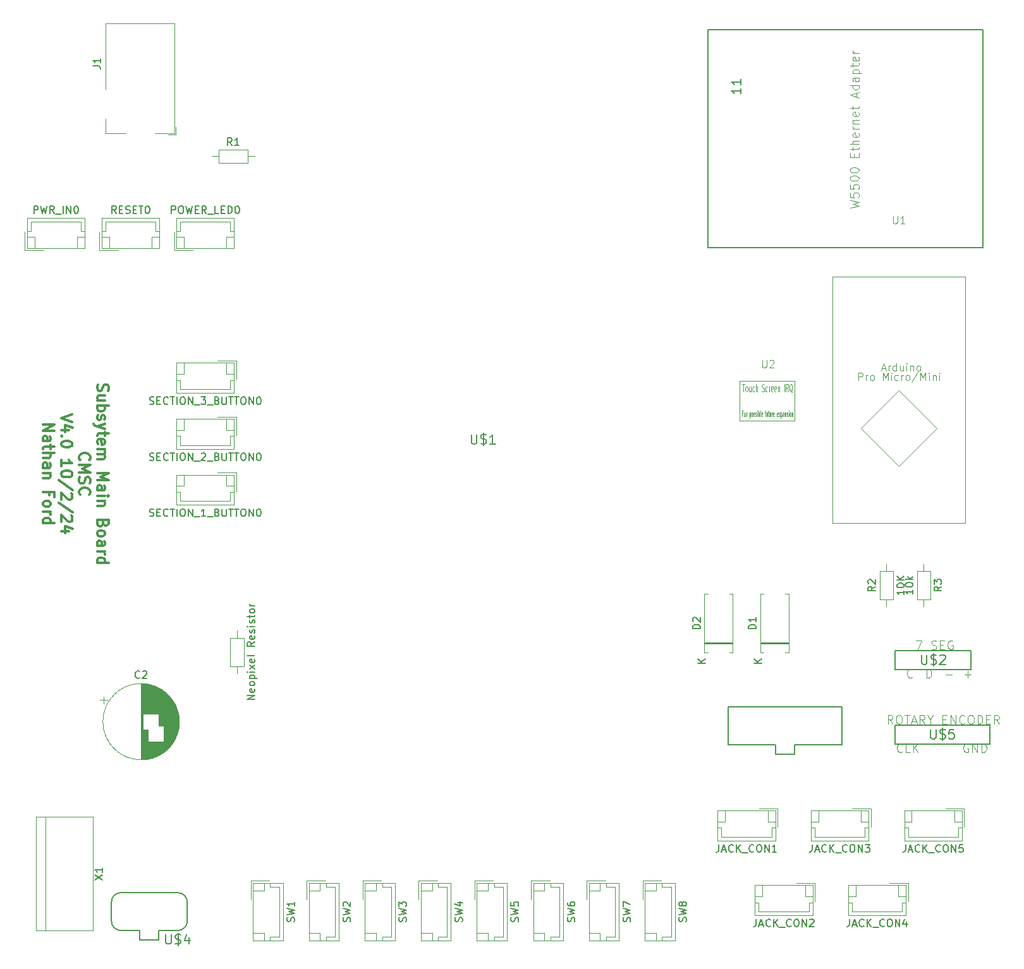
<source format=gbr>
%TF.GenerationSoftware,KiCad,Pcbnew,8.0.5*%
%TF.CreationDate,2024-10-16T12:35:09-06:00*%
%TF.ProjectId,main V4,6d61696e-2056-4342-9e6b-696361645f70,rev?*%
%TF.SameCoordinates,Original*%
%TF.FileFunction,Legend,Top*%
%TF.FilePolarity,Positive*%
%FSLAX46Y46*%
G04 Gerber Fmt 4.6, Leading zero omitted, Abs format (unit mm)*
G04 Created by KiCad (PCBNEW 8.0.5) date 2024-10-16 12:35:09*
%MOMM*%
%LPD*%
G01*
G04 APERTURE LIST*
%ADD10C,0.300000*%
%ADD11C,0.150000*%
%ADD12C,0.101600*%
%ADD13C,0.100000*%
%ADD14C,0.063500*%
%ADD15C,0.120000*%
%ADD16C,0.127000*%
G04 APERTURE END LIST*
D10*
X76857348Y-88076000D02*
X76785919Y-88290286D01*
X76785919Y-88290286D02*
X76785919Y-88647428D01*
X76785919Y-88647428D02*
X76857348Y-88790286D01*
X76857348Y-88790286D02*
X76928776Y-88861714D01*
X76928776Y-88861714D02*
X77071633Y-88933143D01*
X77071633Y-88933143D02*
X77214490Y-88933143D01*
X77214490Y-88933143D02*
X77357348Y-88861714D01*
X77357348Y-88861714D02*
X77428776Y-88790286D01*
X77428776Y-88790286D02*
X77500205Y-88647428D01*
X77500205Y-88647428D02*
X77571633Y-88361714D01*
X77571633Y-88361714D02*
X77643062Y-88218857D01*
X77643062Y-88218857D02*
X77714490Y-88147428D01*
X77714490Y-88147428D02*
X77857348Y-88076000D01*
X77857348Y-88076000D02*
X78000205Y-88076000D01*
X78000205Y-88076000D02*
X78143062Y-88147428D01*
X78143062Y-88147428D02*
X78214490Y-88218857D01*
X78214490Y-88218857D02*
X78285919Y-88361714D01*
X78285919Y-88361714D02*
X78285919Y-88718857D01*
X78285919Y-88718857D02*
X78214490Y-88933143D01*
X77785919Y-90218857D02*
X76785919Y-90218857D01*
X77785919Y-89575999D02*
X77000205Y-89575999D01*
X77000205Y-89575999D02*
X76857348Y-89647428D01*
X76857348Y-89647428D02*
X76785919Y-89790285D01*
X76785919Y-89790285D02*
X76785919Y-90004571D01*
X76785919Y-90004571D02*
X76857348Y-90147428D01*
X76857348Y-90147428D02*
X76928776Y-90218857D01*
X76785919Y-90933142D02*
X78285919Y-90933142D01*
X77714490Y-90933142D02*
X77785919Y-91076000D01*
X77785919Y-91076000D02*
X77785919Y-91361714D01*
X77785919Y-91361714D02*
X77714490Y-91504571D01*
X77714490Y-91504571D02*
X77643062Y-91576000D01*
X77643062Y-91576000D02*
X77500205Y-91647428D01*
X77500205Y-91647428D02*
X77071633Y-91647428D01*
X77071633Y-91647428D02*
X76928776Y-91576000D01*
X76928776Y-91576000D02*
X76857348Y-91504571D01*
X76857348Y-91504571D02*
X76785919Y-91361714D01*
X76785919Y-91361714D02*
X76785919Y-91076000D01*
X76785919Y-91076000D02*
X76857348Y-90933142D01*
X76857348Y-92218857D02*
X76785919Y-92361714D01*
X76785919Y-92361714D02*
X76785919Y-92647428D01*
X76785919Y-92647428D02*
X76857348Y-92790285D01*
X76857348Y-92790285D02*
X77000205Y-92861714D01*
X77000205Y-92861714D02*
X77071633Y-92861714D01*
X77071633Y-92861714D02*
X77214490Y-92790285D01*
X77214490Y-92790285D02*
X77285919Y-92647428D01*
X77285919Y-92647428D02*
X77285919Y-92433143D01*
X77285919Y-92433143D02*
X77357348Y-92290285D01*
X77357348Y-92290285D02*
X77500205Y-92218857D01*
X77500205Y-92218857D02*
X77571633Y-92218857D01*
X77571633Y-92218857D02*
X77714490Y-92290285D01*
X77714490Y-92290285D02*
X77785919Y-92433143D01*
X77785919Y-92433143D02*
X77785919Y-92647428D01*
X77785919Y-92647428D02*
X77714490Y-92790285D01*
X77785919Y-93361714D02*
X76785919Y-93718857D01*
X77785919Y-94076000D02*
X76785919Y-93718857D01*
X76785919Y-93718857D02*
X76428776Y-93576000D01*
X76428776Y-93576000D02*
X76357348Y-93504571D01*
X76357348Y-93504571D02*
X76285919Y-93361714D01*
X77785919Y-94433143D02*
X77785919Y-95004571D01*
X78285919Y-94647428D02*
X77000205Y-94647428D01*
X77000205Y-94647428D02*
X76857348Y-94718857D01*
X76857348Y-94718857D02*
X76785919Y-94861714D01*
X76785919Y-94861714D02*
X76785919Y-95004571D01*
X76857348Y-96076000D02*
X76785919Y-95933143D01*
X76785919Y-95933143D02*
X76785919Y-95647429D01*
X76785919Y-95647429D02*
X76857348Y-95504571D01*
X76857348Y-95504571D02*
X77000205Y-95433143D01*
X77000205Y-95433143D02*
X77571633Y-95433143D01*
X77571633Y-95433143D02*
X77714490Y-95504571D01*
X77714490Y-95504571D02*
X77785919Y-95647429D01*
X77785919Y-95647429D02*
X77785919Y-95933143D01*
X77785919Y-95933143D02*
X77714490Y-96076000D01*
X77714490Y-96076000D02*
X77571633Y-96147429D01*
X77571633Y-96147429D02*
X77428776Y-96147429D01*
X77428776Y-96147429D02*
X77285919Y-95433143D01*
X76785919Y-96790285D02*
X77785919Y-96790285D01*
X77643062Y-96790285D02*
X77714490Y-96861714D01*
X77714490Y-96861714D02*
X77785919Y-97004571D01*
X77785919Y-97004571D02*
X77785919Y-97218857D01*
X77785919Y-97218857D02*
X77714490Y-97361714D01*
X77714490Y-97361714D02*
X77571633Y-97433143D01*
X77571633Y-97433143D02*
X76785919Y-97433143D01*
X77571633Y-97433143D02*
X77714490Y-97504571D01*
X77714490Y-97504571D02*
X77785919Y-97647428D01*
X77785919Y-97647428D02*
X77785919Y-97861714D01*
X77785919Y-97861714D02*
X77714490Y-98004571D01*
X77714490Y-98004571D02*
X77571633Y-98076000D01*
X77571633Y-98076000D02*
X76785919Y-98076000D01*
X76785919Y-99933142D02*
X78285919Y-99933142D01*
X78285919Y-99933142D02*
X77214490Y-100433142D01*
X77214490Y-100433142D02*
X78285919Y-100933142D01*
X78285919Y-100933142D02*
X76785919Y-100933142D01*
X76785919Y-102290286D02*
X77571633Y-102290286D01*
X77571633Y-102290286D02*
X77714490Y-102218857D01*
X77714490Y-102218857D02*
X77785919Y-102076000D01*
X77785919Y-102076000D02*
X77785919Y-101790286D01*
X77785919Y-101790286D02*
X77714490Y-101647428D01*
X76857348Y-102290286D02*
X76785919Y-102147428D01*
X76785919Y-102147428D02*
X76785919Y-101790286D01*
X76785919Y-101790286D02*
X76857348Y-101647428D01*
X76857348Y-101647428D02*
X77000205Y-101576000D01*
X77000205Y-101576000D02*
X77143062Y-101576000D01*
X77143062Y-101576000D02*
X77285919Y-101647428D01*
X77285919Y-101647428D02*
X77357348Y-101790286D01*
X77357348Y-101790286D02*
X77357348Y-102147428D01*
X77357348Y-102147428D02*
X77428776Y-102290286D01*
X76785919Y-103004571D02*
X77785919Y-103004571D01*
X78285919Y-103004571D02*
X78214490Y-102933143D01*
X78214490Y-102933143D02*
X78143062Y-103004571D01*
X78143062Y-103004571D02*
X78214490Y-103076000D01*
X78214490Y-103076000D02*
X78285919Y-103004571D01*
X78285919Y-103004571D02*
X78143062Y-103004571D01*
X77785919Y-103718857D02*
X76785919Y-103718857D01*
X77643062Y-103718857D02*
X77714490Y-103790286D01*
X77714490Y-103790286D02*
X77785919Y-103933143D01*
X77785919Y-103933143D02*
X77785919Y-104147429D01*
X77785919Y-104147429D02*
X77714490Y-104290286D01*
X77714490Y-104290286D02*
X77571633Y-104361715D01*
X77571633Y-104361715D02*
X76785919Y-104361715D01*
X77571633Y-106718857D02*
X77500205Y-106933143D01*
X77500205Y-106933143D02*
X77428776Y-107004572D01*
X77428776Y-107004572D02*
X77285919Y-107076000D01*
X77285919Y-107076000D02*
X77071633Y-107076000D01*
X77071633Y-107076000D02*
X76928776Y-107004572D01*
X76928776Y-107004572D02*
X76857348Y-106933143D01*
X76857348Y-106933143D02*
X76785919Y-106790286D01*
X76785919Y-106790286D02*
X76785919Y-106218857D01*
X76785919Y-106218857D02*
X78285919Y-106218857D01*
X78285919Y-106218857D02*
X78285919Y-106718857D01*
X78285919Y-106718857D02*
X78214490Y-106861715D01*
X78214490Y-106861715D02*
X78143062Y-106933143D01*
X78143062Y-106933143D02*
X78000205Y-107004572D01*
X78000205Y-107004572D02*
X77857348Y-107004572D01*
X77857348Y-107004572D02*
X77714490Y-106933143D01*
X77714490Y-106933143D02*
X77643062Y-106861715D01*
X77643062Y-106861715D02*
X77571633Y-106718857D01*
X77571633Y-106718857D02*
X77571633Y-106218857D01*
X76785919Y-107933143D02*
X76857348Y-107790286D01*
X76857348Y-107790286D02*
X76928776Y-107718857D01*
X76928776Y-107718857D02*
X77071633Y-107647429D01*
X77071633Y-107647429D02*
X77500205Y-107647429D01*
X77500205Y-107647429D02*
X77643062Y-107718857D01*
X77643062Y-107718857D02*
X77714490Y-107790286D01*
X77714490Y-107790286D02*
X77785919Y-107933143D01*
X77785919Y-107933143D02*
X77785919Y-108147429D01*
X77785919Y-108147429D02*
X77714490Y-108290286D01*
X77714490Y-108290286D02*
X77643062Y-108361715D01*
X77643062Y-108361715D02*
X77500205Y-108433143D01*
X77500205Y-108433143D02*
X77071633Y-108433143D01*
X77071633Y-108433143D02*
X76928776Y-108361715D01*
X76928776Y-108361715D02*
X76857348Y-108290286D01*
X76857348Y-108290286D02*
X76785919Y-108147429D01*
X76785919Y-108147429D02*
X76785919Y-107933143D01*
X76785919Y-109718858D02*
X77571633Y-109718858D01*
X77571633Y-109718858D02*
X77714490Y-109647429D01*
X77714490Y-109647429D02*
X77785919Y-109504572D01*
X77785919Y-109504572D02*
X77785919Y-109218858D01*
X77785919Y-109218858D02*
X77714490Y-109076000D01*
X76857348Y-109718858D02*
X76785919Y-109576000D01*
X76785919Y-109576000D02*
X76785919Y-109218858D01*
X76785919Y-109218858D02*
X76857348Y-109076000D01*
X76857348Y-109076000D02*
X77000205Y-109004572D01*
X77000205Y-109004572D02*
X77143062Y-109004572D01*
X77143062Y-109004572D02*
X77285919Y-109076000D01*
X77285919Y-109076000D02*
X77357348Y-109218858D01*
X77357348Y-109218858D02*
X77357348Y-109576000D01*
X77357348Y-109576000D02*
X77428776Y-109718858D01*
X76785919Y-110433143D02*
X77785919Y-110433143D01*
X77500205Y-110433143D02*
X77643062Y-110504572D01*
X77643062Y-110504572D02*
X77714490Y-110576001D01*
X77714490Y-110576001D02*
X77785919Y-110718858D01*
X77785919Y-110718858D02*
X77785919Y-110861715D01*
X76785919Y-112004572D02*
X78285919Y-112004572D01*
X76857348Y-112004572D02*
X76785919Y-111861714D01*
X76785919Y-111861714D02*
X76785919Y-111576000D01*
X76785919Y-111576000D02*
X76857348Y-111433143D01*
X76857348Y-111433143D02*
X76928776Y-111361714D01*
X76928776Y-111361714D02*
X77071633Y-111290286D01*
X77071633Y-111290286D02*
X77500205Y-111290286D01*
X77500205Y-111290286D02*
X77643062Y-111361714D01*
X77643062Y-111361714D02*
X77714490Y-111433143D01*
X77714490Y-111433143D02*
X77785919Y-111576000D01*
X77785919Y-111576000D02*
X77785919Y-111861714D01*
X77785919Y-111861714D02*
X77714490Y-112004572D01*
X74513860Y-98218857D02*
X74442432Y-98147429D01*
X74442432Y-98147429D02*
X74371003Y-97933143D01*
X74371003Y-97933143D02*
X74371003Y-97790286D01*
X74371003Y-97790286D02*
X74442432Y-97576000D01*
X74442432Y-97576000D02*
X74585289Y-97433143D01*
X74585289Y-97433143D02*
X74728146Y-97361714D01*
X74728146Y-97361714D02*
X75013860Y-97290286D01*
X75013860Y-97290286D02*
X75228146Y-97290286D01*
X75228146Y-97290286D02*
X75513860Y-97361714D01*
X75513860Y-97361714D02*
X75656717Y-97433143D01*
X75656717Y-97433143D02*
X75799574Y-97576000D01*
X75799574Y-97576000D02*
X75871003Y-97790286D01*
X75871003Y-97790286D02*
X75871003Y-97933143D01*
X75871003Y-97933143D02*
X75799574Y-98147429D01*
X75799574Y-98147429D02*
X75728146Y-98218857D01*
X74371003Y-98861714D02*
X75871003Y-98861714D01*
X75871003Y-98861714D02*
X74799574Y-99361714D01*
X74799574Y-99361714D02*
X75871003Y-99861714D01*
X75871003Y-99861714D02*
X74371003Y-99861714D01*
X74442432Y-100504572D02*
X74371003Y-100718858D01*
X74371003Y-100718858D02*
X74371003Y-101076000D01*
X74371003Y-101076000D02*
X74442432Y-101218858D01*
X74442432Y-101218858D02*
X74513860Y-101290286D01*
X74513860Y-101290286D02*
X74656717Y-101361715D01*
X74656717Y-101361715D02*
X74799574Y-101361715D01*
X74799574Y-101361715D02*
X74942432Y-101290286D01*
X74942432Y-101290286D02*
X75013860Y-101218858D01*
X75013860Y-101218858D02*
X75085289Y-101076000D01*
X75085289Y-101076000D02*
X75156717Y-100790286D01*
X75156717Y-100790286D02*
X75228146Y-100647429D01*
X75228146Y-100647429D02*
X75299574Y-100576000D01*
X75299574Y-100576000D02*
X75442432Y-100504572D01*
X75442432Y-100504572D02*
X75585289Y-100504572D01*
X75585289Y-100504572D02*
X75728146Y-100576000D01*
X75728146Y-100576000D02*
X75799574Y-100647429D01*
X75799574Y-100647429D02*
X75871003Y-100790286D01*
X75871003Y-100790286D02*
X75871003Y-101147429D01*
X75871003Y-101147429D02*
X75799574Y-101361715D01*
X74513860Y-102861714D02*
X74442432Y-102790286D01*
X74442432Y-102790286D02*
X74371003Y-102576000D01*
X74371003Y-102576000D02*
X74371003Y-102433143D01*
X74371003Y-102433143D02*
X74442432Y-102218857D01*
X74442432Y-102218857D02*
X74585289Y-102076000D01*
X74585289Y-102076000D02*
X74728146Y-102004571D01*
X74728146Y-102004571D02*
X75013860Y-101933143D01*
X75013860Y-101933143D02*
X75228146Y-101933143D01*
X75228146Y-101933143D02*
X75513860Y-102004571D01*
X75513860Y-102004571D02*
X75656717Y-102076000D01*
X75656717Y-102076000D02*
X75799574Y-102218857D01*
X75799574Y-102218857D02*
X75871003Y-102433143D01*
X75871003Y-102433143D02*
X75871003Y-102576000D01*
X75871003Y-102576000D02*
X75799574Y-102790286D01*
X75799574Y-102790286D02*
X75728146Y-102861714D01*
X73456087Y-92076001D02*
X71956087Y-92576001D01*
X71956087Y-92576001D02*
X73456087Y-93076001D01*
X72956087Y-94218858D02*
X71956087Y-94218858D01*
X73527516Y-93861715D02*
X72456087Y-93504572D01*
X72456087Y-93504572D02*
X72456087Y-94433143D01*
X72098944Y-95004571D02*
X72027516Y-95076000D01*
X72027516Y-95076000D02*
X71956087Y-95004571D01*
X71956087Y-95004571D02*
X72027516Y-94933143D01*
X72027516Y-94933143D02*
X72098944Y-95004571D01*
X72098944Y-95004571D02*
X71956087Y-95004571D01*
X73456087Y-96004572D02*
X73456087Y-96147429D01*
X73456087Y-96147429D02*
X73384658Y-96290286D01*
X73384658Y-96290286D02*
X73313230Y-96361715D01*
X73313230Y-96361715D02*
X73170373Y-96433143D01*
X73170373Y-96433143D02*
X72884658Y-96504572D01*
X72884658Y-96504572D02*
X72527516Y-96504572D01*
X72527516Y-96504572D02*
X72241801Y-96433143D01*
X72241801Y-96433143D02*
X72098944Y-96361715D01*
X72098944Y-96361715D02*
X72027516Y-96290286D01*
X72027516Y-96290286D02*
X71956087Y-96147429D01*
X71956087Y-96147429D02*
X71956087Y-96004572D01*
X71956087Y-96004572D02*
X72027516Y-95861715D01*
X72027516Y-95861715D02*
X72098944Y-95790286D01*
X72098944Y-95790286D02*
X72241801Y-95718857D01*
X72241801Y-95718857D02*
X72527516Y-95647429D01*
X72527516Y-95647429D02*
X72884658Y-95647429D01*
X72884658Y-95647429D02*
X73170373Y-95718857D01*
X73170373Y-95718857D02*
X73313230Y-95790286D01*
X73313230Y-95790286D02*
X73384658Y-95861715D01*
X73384658Y-95861715D02*
X73456087Y-96004572D01*
X71956087Y-99076000D02*
X71956087Y-98218857D01*
X71956087Y-98647428D02*
X73456087Y-98647428D01*
X73456087Y-98647428D02*
X73241801Y-98504571D01*
X73241801Y-98504571D02*
X73098944Y-98361714D01*
X73098944Y-98361714D02*
X73027516Y-98218857D01*
X73456087Y-100004571D02*
X73456087Y-100147428D01*
X73456087Y-100147428D02*
X73384658Y-100290285D01*
X73384658Y-100290285D02*
X73313230Y-100361714D01*
X73313230Y-100361714D02*
X73170373Y-100433142D01*
X73170373Y-100433142D02*
X72884658Y-100504571D01*
X72884658Y-100504571D02*
X72527516Y-100504571D01*
X72527516Y-100504571D02*
X72241801Y-100433142D01*
X72241801Y-100433142D02*
X72098944Y-100361714D01*
X72098944Y-100361714D02*
X72027516Y-100290285D01*
X72027516Y-100290285D02*
X71956087Y-100147428D01*
X71956087Y-100147428D02*
X71956087Y-100004571D01*
X71956087Y-100004571D02*
X72027516Y-99861714D01*
X72027516Y-99861714D02*
X72098944Y-99790285D01*
X72098944Y-99790285D02*
X72241801Y-99718856D01*
X72241801Y-99718856D02*
X72527516Y-99647428D01*
X72527516Y-99647428D02*
X72884658Y-99647428D01*
X72884658Y-99647428D02*
X73170373Y-99718856D01*
X73170373Y-99718856D02*
X73313230Y-99790285D01*
X73313230Y-99790285D02*
X73384658Y-99861714D01*
X73384658Y-99861714D02*
X73456087Y-100004571D01*
X73527516Y-102218856D02*
X71598944Y-100933142D01*
X73313230Y-102647428D02*
X73384658Y-102718856D01*
X73384658Y-102718856D02*
X73456087Y-102861714D01*
X73456087Y-102861714D02*
X73456087Y-103218856D01*
X73456087Y-103218856D02*
X73384658Y-103361714D01*
X73384658Y-103361714D02*
X73313230Y-103433142D01*
X73313230Y-103433142D02*
X73170373Y-103504571D01*
X73170373Y-103504571D02*
X73027516Y-103504571D01*
X73027516Y-103504571D02*
X72813230Y-103433142D01*
X72813230Y-103433142D02*
X71956087Y-102575999D01*
X71956087Y-102575999D02*
X71956087Y-103504571D01*
X73527516Y-105218856D02*
X71598944Y-103933142D01*
X73313230Y-105647428D02*
X73384658Y-105718856D01*
X73384658Y-105718856D02*
X73456087Y-105861714D01*
X73456087Y-105861714D02*
X73456087Y-106218856D01*
X73456087Y-106218856D02*
X73384658Y-106361714D01*
X73384658Y-106361714D02*
X73313230Y-106433142D01*
X73313230Y-106433142D02*
X73170373Y-106504571D01*
X73170373Y-106504571D02*
X73027516Y-106504571D01*
X73027516Y-106504571D02*
X72813230Y-106433142D01*
X72813230Y-106433142D02*
X71956087Y-105575999D01*
X71956087Y-105575999D02*
X71956087Y-106504571D01*
X72956087Y-107790285D02*
X71956087Y-107790285D01*
X73527516Y-107433142D02*
X72456087Y-107075999D01*
X72456087Y-107075999D02*
X72456087Y-108004570D01*
X69541171Y-93468856D02*
X71041171Y-93468856D01*
X71041171Y-93468856D02*
X69541171Y-94325999D01*
X69541171Y-94325999D02*
X71041171Y-94325999D01*
X69541171Y-95683143D02*
X70326885Y-95683143D01*
X70326885Y-95683143D02*
X70469742Y-95611714D01*
X70469742Y-95611714D02*
X70541171Y-95468857D01*
X70541171Y-95468857D02*
X70541171Y-95183143D01*
X70541171Y-95183143D02*
X70469742Y-95040285D01*
X69612600Y-95683143D02*
X69541171Y-95540285D01*
X69541171Y-95540285D02*
X69541171Y-95183143D01*
X69541171Y-95183143D02*
X69612600Y-95040285D01*
X69612600Y-95040285D02*
X69755457Y-94968857D01*
X69755457Y-94968857D02*
X69898314Y-94968857D01*
X69898314Y-94968857D02*
X70041171Y-95040285D01*
X70041171Y-95040285D02*
X70112600Y-95183143D01*
X70112600Y-95183143D02*
X70112600Y-95540285D01*
X70112600Y-95540285D02*
X70184028Y-95683143D01*
X70541171Y-96183143D02*
X70541171Y-96754571D01*
X71041171Y-96397428D02*
X69755457Y-96397428D01*
X69755457Y-96397428D02*
X69612600Y-96468857D01*
X69612600Y-96468857D02*
X69541171Y-96611714D01*
X69541171Y-96611714D02*
X69541171Y-96754571D01*
X69541171Y-97254571D02*
X71041171Y-97254571D01*
X69541171Y-97897429D02*
X70326885Y-97897429D01*
X70326885Y-97897429D02*
X70469742Y-97826000D01*
X70469742Y-97826000D02*
X70541171Y-97683143D01*
X70541171Y-97683143D02*
X70541171Y-97468857D01*
X70541171Y-97468857D02*
X70469742Y-97326000D01*
X70469742Y-97326000D02*
X70398314Y-97254571D01*
X69541171Y-99254572D02*
X70326885Y-99254572D01*
X70326885Y-99254572D02*
X70469742Y-99183143D01*
X70469742Y-99183143D02*
X70541171Y-99040286D01*
X70541171Y-99040286D02*
X70541171Y-98754572D01*
X70541171Y-98754572D02*
X70469742Y-98611714D01*
X69612600Y-99254572D02*
X69541171Y-99111714D01*
X69541171Y-99111714D02*
X69541171Y-98754572D01*
X69541171Y-98754572D02*
X69612600Y-98611714D01*
X69612600Y-98611714D02*
X69755457Y-98540286D01*
X69755457Y-98540286D02*
X69898314Y-98540286D01*
X69898314Y-98540286D02*
X70041171Y-98611714D01*
X70041171Y-98611714D02*
X70112600Y-98754572D01*
X70112600Y-98754572D02*
X70112600Y-99111714D01*
X70112600Y-99111714D02*
X70184028Y-99254572D01*
X70541171Y-99968857D02*
X69541171Y-99968857D01*
X70398314Y-99968857D02*
X70469742Y-100040286D01*
X70469742Y-100040286D02*
X70541171Y-100183143D01*
X70541171Y-100183143D02*
X70541171Y-100397429D01*
X70541171Y-100397429D02*
X70469742Y-100540286D01*
X70469742Y-100540286D02*
X70326885Y-100611715D01*
X70326885Y-100611715D02*
X69541171Y-100611715D01*
X70326885Y-102968857D02*
X70326885Y-102468857D01*
X69541171Y-102468857D02*
X71041171Y-102468857D01*
X71041171Y-102468857D02*
X71041171Y-103183143D01*
X69541171Y-103968857D02*
X69612600Y-103826000D01*
X69612600Y-103826000D02*
X69684028Y-103754571D01*
X69684028Y-103754571D02*
X69826885Y-103683143D01*
X69826885Y-103683143D02*
X70255457Y-103683143D01*
X70255457Y-103683143D02*
X70398314Y-103754571D01*
X70398314Y-103754571D02*
X70469742Y-103826000D01*
X70469742Y-103826000D02*
X70541171Y-103968857D01*
X70541171Y-103968857D02*
X70541171Y-104183143D01*
X70541171Y-104183143D02*
X70469742Y-104326000D01*
X70469742Y-104326000D02*
X70398314Y-104397429D01*
X70398314Y-104397429D02*
X70255457Y-104468857D01*
X70255457Y-104468857D02*
X69826885Y-104468857D01*
X69826885Y-104468857D02*
X69684028Y-104397429D01*
X69684028Y-104397429D02*
X69612600Y-104326000D01*
X69612600Y-104326000D02*
X69541171Y-104183143D01*
X69541171Y-104183143D02*
X69541171Y-103968857D01*
X69541171Y-105111714D02*
X70541171Y-105111714D01*
X70255457Y-105111714D02*
X70398314Y-105183143D01*
X70398314Y-105183143D02*
X70469742Y-105254572D01*
X70469742Y-105254572D02*
X70541171Y-105397429D01*
X70541171Y-105397429D02*
X70541171Y-105540286D01*
X69541171Y-106683143D02*
X71041171Y-106683143D01*
X69612600Y-106683143D02*
X69541171Y-106540285D01*
X69541171Y-106540285D02*
X69541171Y-106254571D01*
X69541171Y-106254571D02*
X69612600Y-106111714D01*
X69612600Y-106111714D02*
X69684028Y-106040285D01*
X69684028Y-106040285D02*
X69826885Y-105968857D01*
X69826885Y-105968857D02*
X70255457Y-105968857D01*
X70255457Y-105968857D02*
X70398314Y-106040285D01*
X70398314Y-106040285D02*
X70469742Y-106111714D01*
X70469742Y-106111714D02*
X70541171Y-106254571D01*
X70541171Y-106254571D02*
X70541171Y-106540285D01*
X70541171Y-106540285D02*
X70469742Y-106683143D01*
D11*
X82494396Y-127383580D02*
X82446777Y-127431200D01*
X82446777Y-127431200D02*
X82303920Y-127478819D01*
X82303920Y-127478819D02*
X82208682Y-127478819D01*
X82208682Y-127478819D02*
X82065825Y-127431200D01*
X82065825Y-127431200D02*
X81970587Y-127335961D01*
X81970587Y-127335961D02*
X81922968Y-127240723D01*
X81922968Y-127240723D02*
X81875349Y-127050247D01*
X81875349Y-127050247D02*
X81875349Y-126907390D01*
X81875349Y-126907390D02*
X81922968Y-126716914D01*
X81922968Y-126716914D02*
X81970587Y-126621676D01*
X81970587Y-126621676D02*
X82065825Y-126526438D01*
X82065825Y-126526438D02*
X82208682Y-126478819D01*
X82208682Y-126478819D02*
X82303920Y-126478819D01*
X82303920Y-126478819D02*
X82446777Y-126526438D01*
X82446777Y-126526438D02*
X82494396Y-126574057D01*
X82875349Y-126574057D02*
X82922968Y-126526438D01*
X82922968Y-126526438D02*
X83018206Y-126478819D01*
X83018206Y-126478819D02*
X83256301Y-126478819D01*
X83256301Y-126478819D02*
X83351539Y-126526438D01*
X83351539Y-126526438D02*
X83399158Y-126574057D01*
X83399158Y-126574057D02*
X83446777Y-126669295D01*
X83446777Y-126669295D02*
X83446777Y-126764533D01*
X83446777Y-126764533D02*
X83399158Y-126907390D01*
X83399158Y-126907390D02*
X82827730Y-127478819D01*
X82827730Y-127478819D02*
X83446777Y-127478819D01*
X187197618Y-124309726D02*
X187197618Y-125337821D01*
X187197618Y-125337821D02*
X187258095Y-125458773D01*
X187258095Y-125458773D02*
X187318571Y-125519250D01*
X187318571Y-125519250D02*
X187439523Y-125579726D01*
X187439523Y-125579726D02*
X187681428Y-125579726D01*
X187681428Y-125579726D02*
X187802380Y-125519250D01*
X187802380Y-125519250D02*
X187862857Y-125458773D01*
X187862857Y-125458773D02*
X187923333Y-125337821D01*
X187923333Y-125337821D02*
X187923333Y-124309726D01*
X188467618Y-125519250D02*
X188649047Y-125579726D01*
X188649047Y-125579726D02*
X188951428Y-125579726D01*
X188951428Y-125579726D02*
X189072380Y-125519250D01*
X189072380Y-125519250D02*
X189132856Y-125458773D01*
X189132856Y-125458773D02*
X189193333Y-125337821D01*
X189193333Y-125337821D02*
X189193333Y-125216869D01*
X189193333Y-125216869D02*
X189132856Y-125095916D01*
X189132856Y-125095916D02*
X189072380Y-125035440D01*
X189072380Y-125035440D02*
X188951428Y-124974964D01*
X188951428Y-124974964D02*
X188709523Y-124914488D01*
X188709523Y-124914488D02*
X188588571Y-124854011D01*
X188588571Y-124854011D02*
X188528094Y-124793535D01*
X188528094Y-124793535D02*
X188467618Y-124672583D01*
X188467618Y-124672583D02*
X188467618Y-124551630D01*
X188467618Y-124551630D02*
X188528094Y-124430678D01*
X188528094Y-124430678D02*
X188588571Y-124370202D01*
X188588571Y-124370202D02*
X188709523Y-124309726D01*
X188709523Y-124309726D02*
X189011904Y-124309726D01*
X189011904Y-124309726D02*
X189193333Y-124370202D01*
X188830475Y-124128297D02*
X188830475Y-125761154D01*
X189677142Y-124430678D02*
X189737618Y-124370202D01*
X189737618Y-124370202D02*
X189858571Y-124309726D01*
X189858571Y-124309726D02*
X190160952Y-124309726D01*
X190160952Y-124309726D02*
X190281904Y-124370202D01*
X190281904Y-124370202D02*
X190342380Y-124430678D01*
X190342380Y-124430678D02*
X190402857Y-124551630D01*
X190402857Y-124551630D02*
X190402857Y-124672583D01*
X190402857Y-124672583D02*
X190342380Y-124854011D01*
X190342380Y-124854011D02*
X189616666Y-125579726D01*
X189616666Y-125579726D02*
X190402857Y-125579726D01*
D12*
X186463756Y-122413326D02*
X187242689Y-122413326D01*
X187242689Y-122413326D02*
X186741946Y-123581726D01*
X188522366Y-123526088D02*
X188689280Y-123581726D01*
X188689280Y-123581726D02*
X188967471Y-123581726D01*
X188967471Y-123581726D02*
X189078747Y-123526088D01*
X189078747Y-123526088D02*
X189134385Y-123470449D01*
X189134385Y-123470449D02*
X189190023Y-123359173D01*
X189190023Y-123359173D02*
X189190023Y-123247897D01*
X189190023Y-123247897D02*
X189134385Y-123136621D01*
X189134385Y-123136621D02*
X189078747Y-123080983D01*
X189078747Y-123080983D02*
X188967471Y-123025345D01*
X188967471Y-123025345D02*
X188744918Y-122969707D01*
X188744918Y-122969707D02*
X188633642Y-122914068D01*
X188633642Y-122914068D02*
X188578004Y-122858430D01*
X188578004Y-122858430D02*
X188522366Y-122747154D01*
X188522366Y-122747154D02*
X188522366Y-122635878D01*
X188522366Y-122635878D02*
X188578004Y-122524602D01*
X188578004Y-122524602D02*
X188633642Y-122468964D01*
X188633642Y-122468964D02*
X188744918Y-122413326D01*
X188744918Y-122413326D02*
X189023109Y-122413326D01*
X189023109Y-122413326D02*
X189190023Y-122468964D01*
X189690766Y-122969707D02*
X190080233Y-122969707D01*
X190247147Y-123581726D02*
X189690766Y-123581726D01*
X189690766Y-123581726D02*
X189690766Y-122413326D01*
X189690766Y-122413326D02*
X190247147Y-122413326D01*
X191359909Y-122468964D02*
X191248633Y-122413326D01*
X191248633Y-122413326D02*
X191081719Y-122413326D01*
X191081719Y-122413326D02*
X190914804Y-122468964D01*
X190914804Y-122468964D02*
X190803528Y-122580240D01*
X190803528Y-122580240D02*
X190747890Y-122691516D01*
X190747890Y-122691516D02*
X190692252Y-122914068D01*
X190692252Y-122914068D02*
X190692252Y-123080983D01*
X190692252Y-123080983D02*
X190747890Y-123303535D01*
X190747890Y-123303535D02*
X190803528Y-123414811D01*
X190803528Y-123414811D02*
X190914804Y-123526088D01*
X190914804Y-123526088D02*
X191081719Y-123581726D01*
X191081719Y-123581726D02*
X191192995Y-123581726D01*
X191192995Y-123581726D02*
X191359909Y-123526088D01*
X191359909Y-123526088D02*
X191415547Y-123470449D01*
X191415547Y-123470449D02*
X191415547Y-123080983D01*
X191415547Y-123080983D02*
X191192995Y-123080983D01*
X190385032Y-126946621D02*
X191275242Y-126946621D01*
X192925032Y-126946621D02*
X193815242Y-126946621D01*
X193370137Y-127391726D02*
X193370137Y-126501516D01*
X187845032Y-127391726D02*
X187845032Y-126223326D01*
X187845032Y-126223326D02*
X188123222Y-126223326D01*
X188123222Y-126223326D02*
X188290137Y-126278964D01*
X188290137Y-126278964D02*
X188401413Y-126390240D01*
X188401413Y-126390240D02*
X188457051Y-126501516D01*
X188457051Y-126501516D02*
X188512689Y-126724068D01*
X188512689Y-126724068D02*
X188512689Y-126890983D01*
X188512689Y-126890983D02*
X188457051Y-127113535D01*
X188457051Y-127113535D02*
X188401413Y-127224811D01*
X188401413Y-127224811D02*
X188290137Y-127336088D01*
X188290137Y-127336088D02*
X188123222Y-127391726D01*
X188123222Y-127391726D02*
X187845032Y-127391726D01*
X185972689Y-127280449D02*
X185917051Y-127336088D01*
X185917051Y-127336088D02*
X185750137Y-127391726D01*
X185750137Y-127391726D02*
X185638861Y-127391726D01*
X185638861Y-127391726D02*
X185471946Y-127336088D01*
X185471946Y-127336088D02*
X185360670Y-127224811D01*
X185360670Y-127224811D02*
X185305032Y-127113535D01*
X185305032Y-127113535D02*
X185249394Y-126890983D01*
X185249394Y-126890983D02*
X185249394Y-126724068D01*
X185249394Y-126724068D02*
X185305032Y-126501516D01*
X185305032Y-126501516D02*
X185360670Y-126390240D01*
X185360670Y-126390240D02*
X185471946Y-126278964D01*
X185471946Y-126278964D02*
X185638861Y-126223326D01*
X185638861Y-126223326D02*
X185750137Y-126223326D01*
X185750137Y-126223326D02*
X185917051Y-126278964D01*
X185917051Y-126278964D02*
X185972689Y-126334602D01*
D11*
X76204819Y-45383333D02*
X76919104Y-45383333D01*
X76919104Y-45383333D02*
X77061961Y-45430952D01*
X77061961Y-45430952D02*
X77157200Y-45526190D01*
X77157200Y-45526190D02*
X77204819Y-45669047D01*
X77204819Y-45669047D02*
X77204819Y-45764285D01*
X77204819Y-44383333D02*
X77204819Y-44954761D01*
X77204819Y-44669047D02*
X76204819Y-44669047D01*
X76204819Y-44669047D02*
X76347676Y-44764285D01*
X76347676Y-44764285D02*
X76442914Y-44859523D01*
X76442914Y-44859523D02*
X76490533Y-44954761D01*
X140707200Y-160083332D02*
X140754819Y-159940475D01*
X140754819Y-159940475D02*
X140754819Y-159702380D01*
X140754819Y-159702380D02*
X140707200Y-159607142D01*
X140707200Y-159607142D02*
X140659580Y-159559523D01*
X140659580Y-159559523D02*
X140564342Y-159511904D01*
X140564342Y-159511904D02*
X140469104Y-159511904D01*
X140469104Y-159511904D02*
X140373866Y-159559523D01*
X140373866Y-159559523D02*
X140326247Y-159607142D01*
X140326247Y-159607142D02*
X140278628Y-159702380D01*
X140278628Y-159702380D02*
X140231009Y-159892856D01*
X140231009Y-159892856D02*
X140183390Y-159988094D01*
X140183390Y-159988094D02*
X140135771Y-160035713D01*
X140135771Y-160035713D02*
X140040533Y-160083332D01*
X140040533Y-160083332D02*
X139945295Y-160083332D01*
X139945295Y-160083332D02*
X139850057Y-160035713D01*
X139850057Y-160035713D02*
X139802438Y-159988094D01*
X139802438Y-159988094D02*
X139754819Y-159892856D01*
X139754819Y-159892856D02*
X139754819Y-159654761D01*
X139754819Y-159654761D02*
X139802438Y-159511904D01*
X139754819Y-159178570D02*
X140754819Y-158940475D01*
X140754819Y-158940475D02*
X140040533Y-158749999D01*
X140040533Y-158749999D02*
X140754819Y-158559523D01*
X140754819Y-158559523D02*
X139754819Y-158321428D01*
X139754819Y-157511904D02*
X139754819Y-157702380D01*
X139754819Y-157702380D02*
X139802438Y-157797618D01*
X139802438Y-157797618D02*
X139850057Y-157845237D01*
X139850057Y-157845237D02*
X139992914Y-157940475D01*
X139992914Y-157940475D02*
X140183390Y-157988094D01*
X140183390Y-157988094D02*
X140564342Y-157988094D01*
X140564342Y-157988094D02*
X140659580Y-157940475D01*
X140659580Y-157940475D02*
X140707200Y-157892856D01*
X140707200Y-157892856D02*
X140754819Y-157797618D01*
X140754819Y-157797618D02*
X140754819Y-157607142D01*
X140754819Y-157607142D02*
X140707200Y-157511904D01*
X140707200Y-157511904D02*
X140659580Y-157464285D01*
X140659580Y-157464285D02*
X140564342Y-157416666D01*
X140564342Y-157416666D02*
X140326247Y-157416666D01*
X140326247Y-157416666D02*
X140231009Y-157464285D01*
X140231009Y-157464285D02*
X140183390Y-157511904D01*
X140183390Y-157511904D02*
X140135771Y-157607142D01*
X140135771Y-157607142D02*
X140135771Y-157797618D01*
X140135771Y-157797618D02*
X140183390Y-157892856D01*
X140183390Y-157892856D02*
X140231009Y-157940475D01*
X140231009Y-157940475D02*
X140326247Y-157988094D01*
X125657200Y-160083332D02*
X125704819Y-159940475D01*
X125704819Y-159940475D02*
X125704819Y-159702380D01*
X125704819Y-159702380D02*
X125657200Y-159607142D01*
X125657200Y-159607142D02*
X125609580Y-159559523D01*
X125609580Y-159559523D02*
X125514342Y-159511904D01*
X125514342Y-159511904D02*
X125419104Y-159511904D01*
X125419104Y-159511904D02*
X125323866Y-159559523D01*
X125323866Y-159559523D02*
X125276247Y-159607142D01*
X125276247Y-159607142D02*
X125228628Y-159702380D01*
X125228628Y-159702380D02*
X125181009Y-159892856D01*
X125181009Y-159892856D02*
X125133390Y-159988094D01*
X125133390Y-159988094D02*
X125085771Y-160035713D01*
X125085771Y-160035713D02*
X124990533Y-160083332D01*
X124990533Y-160083332D02*
X124895295Y-160083332D01*
X124895295Y-160083332D02*
X124800057Y-160035713D01*
X124800057Y-160035713D02*
X124752438Y-159988094D01*
X124752438Y-159988094D02*
X124704819Y-159892856D01*
X124704819Y-159892856D02*
X124704819Y-159654761D01*
X124704819Y-159654761D02*
X124752438Y-159511904D01*
X124704819Y-159178570D02*
X125704819Y-158940475D01*
X125704819Y-158940475D02*
X124990533Y-158749999D01*
X124990533Y-158749999D02*
X125704819Y-158559523D01*
X125704819Y-158559523D02*
X124704819Y-158321428D01*
X125038152Y-157511904D02*
X125704819Y-157511904D01*
X124657200Y-157749999D02*
X125371485Y-157988094D01*
X125371485Y-157988094D02*
X125371485Y-157369047D01*
X103157200Y-160083332D02*
X103204819Y-159940475D01*
X103204819Y-159940475D02*
X103204819Y-159702380D01*
X103204819Y-159702380D02*
X103157200Y-159607142D01*
X103157200Y-159607142D02*
X103109580Y-159559523D01*
X103109580Y-159559523D02*
X103014342Y-159511904D01*
X103014342Y-159511904D02*
X102919104Y-159511904D01*
X102919104Y-159511904D02*
X102823866Y-159559523D01*
X102823866Y-159559523D02*
X102776247Y-159607142D01*
X102776247Y-159607142D02*
X102728628Y-159702380D01*
X102728628Y-159702380D02*
X102681009Y-159892856D01*
X102681009Y-159892856D02*
X102633390Y-159988094D01*
X102633390Y-159988094D02*
X102585771Y-160035713D01*
X102585771Y-160035713D02*
X102490533Y-160083332D01*
X102490533Y-160083332D02*
X102395295Y-160083332D01*
X102395295Y-160083332D02*
X102300057Y-160035713D01*
X102300057Y-160035713D02*
X102252438Y-159988094D01*
X102252438Y-159988094D02*
X102204819Y-159892856D01*
X102204819Y-159892856D02*
X102204819Y-159654761D01*
X102204819Y-159654761D02*
X102252438Y-159511904D01*
X102204819Y-159178570D02*
X103204819Y-158940475D01*
X103204819Y-158940475D02*
X102490533Y-158749999D01*
X102490533Y-158749999D02*
X103204819Y-158559523D01*
X103204819Y-158559523D02*
X102204819Y-158321428D01*
X103204819Y-157416666D02*
X103204819Y-157988094D01*
X103204819Y-157702380D02*
X102204819Y-157702380D01*
X102204819Y-157702380D02*
X102347676Y-157797618D01*
X102347676Y-157797618D02*
X102442914Y-157892856D01*
X102442914Y-157892856D02*
X102490533Y-157988094D01*
X181034819Y-115166666D02*
X180558628Y-115499999D01*
X181034819Y-115738094D02*
X180034819Y-115738094D01*
X180034819Y-115738094D02*
X180034819Y-115357142D01*
X180034819Y-115357142D02*
X180082438Y-115261904D01*
X180082438Y-115261904D02*
X180130057Y-115214285D01*
X180130057Y-115214285D02*
X180225295Y-115166666D01*
X180225295Y-115166666D02*
X180368152Y-115166666D01*
X180368152Y-115166666D02*
X180463390Y-115214285D01*
X180463390Y-115214285D02*
X180511009Y-115261904D01*
X180511009Y-115261904D02*
X180558628Y-115357142D01*
X180558628Y-115357142D02*
X180558628Y-115738094D01*
X180130057Y-114785713D02*
X180082438Y-114738094D01*
X180082438Y-114738094D02*
X180034819Y-114642856D01*
X180034819Y-114642856D02*
X180034819Y-114404761D01*
X180034819Y-114404761D02*
X180082438Y-114309523D01*
X180082438Y-114309523D02*
X180130057Y-114261904D01*
X180130057Y-114261904D02*
X180225295Y-114214285D01*
X180225295Y-114214285D02*
X180320533Y-114214285D01*
X180320533Y-114214285D02*
X180463390Y-114261904D01*
X180463390Y-114261904D02*
X181034819Y-114833332D01*
X181034819Y-114833332D02*
X181034819Y-114214285D01*
X184874819Y-115690476D02*
X184874819Y-116261904D01*
X184874819Y-115976190D02*
X183874819Y-115976190D01*
X183874819Y-115976190D02*
X184017676Y-116071428D01*
X184017676Y-116071428D02*
X184112914Y-116166666D01*
X184112914Y-116166666D02*
X184160533Y-116261904D01*
X183874819Y-115071428D02*
X183874819Y-114976190D01*
X183874819Y-114976190D02*
X183922438Y-114880952D01*
X183922438Y-114880952D02*
X183970057Y-114833333D01*
X183970057Y-114833333D02*
X184065295Y-114785714D01*
X184065295Y-114785714D02*
X184255771Y-114738095D01*
X184255771Y-114738095D02*
X184493866Y-114738095D01*
X184493866Y-114738095D02*
X184684342Y-114785714D01*
X184684342Y-114785714D02*
X184779580Y-114833333D01*
X184779580Y-114833333D02*
X184827200Y-114880952D01*
X184827200Y-114880952D02*
X184874819Y-114976190D01*
X184874819Y-114976190D02*
X184874819Y-115071428D01*
X184874819Y-115071428D02*
X184827200Y-115166666D01*
X184827200Y-115166666D02*
X184779580Y-115214285D01*
X184779580Y-115214285D02*
X184684342Y-115261904D01*
X184684342Y-115261904D02*
X184493866Y-115309523D01*
X184493866Y-115309523D02*
X184255771Y-115309523D01*
X184255771Y-115309523D02*
X184065295Y-115261904D01*
X184065295Y-115261904D02*
X183970057Y-115214285D01*
X183970057Y-115214285D02*
X183922438Y-115166666D01*
X183922438Y-115166666D02*
X183874819Y-115071428D01*
X184874819Y-114309523D02*
X183874819Y-114309523D01*
X184874819Y-113738095D02*
X184303390Y-114166666D01*
X183874819Y-113738095D02*
X184446247Y-114309523D01*
X86726190Y-65154819D02*
X86726190Y-64154819D01*
X86726190Y-64154819D02*
X87107142Y-64154819D01*
X87107142Y-64154819D02*
X87202380Y-64202438D01*
X87202380Y-64202438D02*
X87249999Y-64250057D01*
X87249999Y-64250057D02*
X87297618Y-64345295D01*
X87297618Y-64345295D02*
X87297618Y-64488152D01*
X87297618Y-64488152D02*
X87249999Y-64583390D01*
X87249999Y-64583390D02*
X87202380Y-64631009D01*
X87202380Y-64631009D02*
X87107142Y-64678628D01*
X87107142Y-64678628D02*
X86726190Y-64678628D01*
X87916666Y-64154819D02*
X88107142Y-64154819D01*
X88107142Y-64154819D02*
X88202380Y-64202438D01*
X88202380Y-64202438D02*
X88297618Y-64297676D01*
X88297618Y-64297676D02*
X88345237Y-64488152D01*
X88345237Y-64488152D02*
X88345237Y-64821485D01*
X88345237Y-64821485D02*
X88297618Y-65011961D01*
X88297618Y-65011961D02*
X88202380Y-65107200D01*
X88202380Y-65107200D02*
X88107142Y-65154819D01*
X88107142Y-65154819D02*
X87916666Y-65154819D01*
X87916666Y-65154819D02*
X87821428Y-65107200D01*
X87821428Y-65107200D02*
X87726190Y-65011961D01*
X87726190Y-65011961D02*
X87678571Y-64821485D01*
X87678571Y-64821485D02*
X87678571Y-64488152D01*
X87678571Y-64488152D02*
X87726190Y-64297676D01*
X87726190Y-64297676D02*
X87821428Y-64202438D01*
X87821428Y-64202438D02*
X87916666Y-64154819D01*
X88678571Y-64154819D02*
X88916666Y-65154819D01*
X88916666Y-65154819D02*
X89107142Y-64440533D01*
X89107142Y-64440533D02*
X89297618Y-65154819D01*
X89297618Y-65154819D02*
X89535714Y-64154819D01*
X89916666Y-64631009D02*
X90249999Y-64631009D01*
X90392856Y-65154819D02*
X89916666Y-65154819D01*
X89916666Y-65154819D02*
X89916666Y-64154819D01*
X89916666Y-64154819D02*
X90392856Y-64154819D01*
X91392856Y-65154819D02*
X91059523Y-64678628D01*
X90821428Y-65154819D02*
X90821428Y-64154819D01*
X90821428Y-64154819D02*
X91202380Y-64154819D01*
X91202380Y-64154819D02*
X91297618Y-64202438D01*
X91297618Y-64202438D02*
X91345237Y-64250057D01*
X91345237Y-64250057D02*
X91392856Y-64345295D01*
X91392856Y-64345295D02*
X91392856Y-64488152D01*
X91392856Y-64488152D02*
X91345237Y-64583390D01*
X91345237Y-64583390D02*
X91297618Y-64631009D01*
X91297618Y-64631009D02*
X91202380Y-64678628D01*
X91202380Y-64678628D02*
X90821428Y-64678628D01*
X91583333Y-65250057D02*
X92345237Y-65250057D01*
X93059523Y-65154819D02*
X92583333Y-65154819D01*
X92583333Y-65154819D02*
X92583333Y-64154819D01*
X93392857Y-64631009D02*
X93726190Y-64631009D01*
X93869047Y-65154819D02*
X93392857Y-65154819D01*
X93392857Y-65154819D02*
X93392857Y-64154819D01*
X93392857Y-64154819D02*
X93869047Y-64154819D01*
X94297619Y-65154819D02*
X94297619Y-64154819D01*
X94297619Y-64154819D02*
X94535714Y-64154819D01*
X94535714Y-64154819D02*
X94678571Y-64202438D01*
X94678571Y-64202438D02*
X94773809Y-64297676D01*
X94773809Y-64297676D02*
X94821428Y-64392914D01*
X94821428Y-64392914D02*
X94869047Y-64583390D01*
X94869047Y-64583390D02*
X94869047Y-64726247D01*
X94869047Y-64726247D02*
X94821428Y-64916723D01*
X94821428Y-64916723D02*
X94773809Y-65011961D01*
X94773809Y-65011961D02*
X94678571Y-65107200D01*
X94678571Y-65107200D02*
X94535714Y-65154819D01*
X94535714Y-65154819D02*
X94297619Y-65154819D01*
X95488095Y-64154819D02*
X95583333Y-64154819D01*
X95583333Y-64154819D02*
X95678571Y-64202438D01*
X95678571Y-64202438D02*
X95726190Y-64250057D01*
X95726190Y-64250057D02*
X95773809Y-64345295D01*
X95773809Y-64345295D02*
X95821428Y-64535771D01*
X95821428Y-64535771D02*
X95821428Y-64773866D01*
X95821428Y-64773866D02*
X95773809Y-64964342D01*
X95773809Y-64964342D02*
X95726190Y-65059580D01*
X95726190Y-65059580D02*
X95678571Y-65107200D01*
X95678571Y-65107200D02*
X95583333Y-65154819D01*
X95583333Y-65154819D02*
X95488095Y-65154819D01*
X95488095Y-65154819D02*
X95392857Y-65107200D01*
X95392857Y-65107200D02*
X95345238Y-65059580D01*
X95345238Y-65059580D02*
X95297619Y-64964342D01*
X95297619Y-64964342D02*
X95250000Y-64773866D01*
X95250000Y-64773866D02*
X95250000Y-64535771D01*
X95250000Y-64535771D02*
X95297619Y-64345295D01*
X95297619Y-64345295D02*
X95345238Y-64250057D01*
X95345238Y-64250057D02*
X95392857Y-64202438D01*
X95392857Y-64202438D02*
X95488095Y-64154819D01*
X172559523Y-149754819D02*
X172559523Y-150469104D01*
X172559523Y-150469104D02*
X172511904Y-150611961D01*
X172511904Y-150611961D02*
X172416666Y-150707200D01*
X172416666Y-150707200D02*
X172273809Y-150754819D01*
X172273809Y-150754819D02*
X172178571Y-150754819D01*
X172988095Y-150469104D02*
X173464285Y-150469104D01*
X172892857Y-150754819D02*
X173226190Y-149754819D01*
X173226190Y-149754819D02*
X173559523Y-150754819D01*
X174464285Y-150659580D02*
X174416666Y-150707200D01*
X174416666Y-150707200D02*
X174273809Y-150754819D01*
X174273809Y-150754819D02*
X174178571Y-150754819D01*
X174178571Y-150754819D02*
X174035714Y-150707200D01*
X174035714Y-150707200D02*
X173940476Y-150611961D01*
X173940476Y-150611961D02*
X173892857Y-150516723D01*
X173892857Y-150516723D02*
X173845238Y-150326247D01*
X173845238Y-150326247D02*
X173845238Y-150183390D01*
X173845238Y-150183390D02*
X173892857Y-149992914D01*
X173892857Y-149992914D02*
X173940476Y-149897676D01*
X173940476Y-149897676D02*
X174035714Y-149802438D01*
X174035714Y-149802438D02*
X174178571Y-149754819D01*
X174178571Y-149754819D02*
X174273809Y-149754819D01*
X174273809Y-149754819D02*
X174416666Y-149802438D01*
X174416666Y-149802438D02*
X174464285Y-149850057D01*
X174892857Y-150754819D02*
X174892857Y-149754819D01*
X175464285Y-150754819D02*
X175035714Y-150183390D01*
X175464285Y-149754819D02*
X174892857Y-150326247D01*
X175654762Y-150850057D02*
X176416666Y-150850057D01*
X177226190Y-150659580D02*
X177178571Y-150707200D01*
X177178571Y-150707200D02*
X177035714Y-150754819D01*
X177035714Y-150754819D02*
X176940476Y-150754819D01*
X176940476Y-150754819D02*
X176797619Y-150707200D01*
X176797619Y-150707200D02*
X176702381Y-150611961D01*
X176702381Y-150611961D02*
X176654762Y-150516723D01*
X176654762Y-150516723D02*
X176607143Y-150326247D01*
X176607143Y-150326247D02*
X176607143Y-150183390D01*
X176607143Y-150183390D02*
X176654762Y-149992914D01*
X176654762Y-149992914D02*
X176702381Y-149897676D01*
X176702381Y-149897676D02*
X176797619Y-149802438D01*
X176797619Y-149802438D02*
X176940476Y-149754819D01*
X176940476Y-149754819D02*
X177035714Y-149754819D01*
X177035714Y-149754819D02*
X177178571Y-149802438D01*
X177178571Y-149802438D02*
X177226190Y-149850057D01*
X177845238Y-149754819D02*
X178035714Y-149754819D01*
X178035714Y-149754819D02*
X178130952Y-149802438D01*
X178130952Y-149802438D02*
X178226190Y-149897676D01*
X178226190Y-149897676D02*
X178273809Y-150088152D01*
X178273809Y-150088152D02*
X178273809Y-150421485D01*
X178273809Y-150421485D02*
X178226190Y-150611961D01*
X178226190Y-150611961D02*
X178130952Y-150707200D01*
X178130952Y-150707200D02*
X178035714Y-150754819D01*
X178035714Y-150754819D02*
X177845238Y-150754819D01*
X177845238Y-150754819D02*
X177750000Y-150707200D01*
X177750000Y-150707200D02*
X177654762Y-150611961D01*
X177654762Y-150611961D02*
X177607143Y-150421485D01*
X177607143Y-150421485D02*
X177607143Y-150088152D01*
X177607143Y-150088152D02*
X177654762Y-149897676D01*
X177654762Y-149897676D02*
X177750000Y-149802438D01*
X177750000Y-149802438D02*
X177845238Y-149754819D01*
X178702381Y-150754819D02*
X178702381Y-149754819D01*
X178702381Y-149754819D02*
X179273809Y-150754819D01*
X179273809Y-150754819D02*
X179273809Y-149754819D01*
X179654762Y-149754819D02*
X180273809Y-149754819D01*
X180273809Y-149754819D02*
X179940476Y-150135771D01*
X179940476Y-150135771D02*
X180083333Y-150135771D01*
X180083333Y-150135771D02*
X180178571Y-150183390D01*
X180178571Y-150183390D02*
X180226190Y-150231009D01*
X180226190Y-150231009D02*
X180273809Y-150326247D01*
X180273809Y-150326247D02*
X180273809Y-150564342D01*
X180273809Y-150564342D02*
X180226190Y-150659580D01*
X180226190Y-150659580D02*
X180178571Y-150707200D01*
X180178571Y-150707200D02*
X180083333Y-150754819D01*
X180083333Y-150754819D02*
X179797619Y-150754819D01*
X179797619Y-150754819D02*
X179702381Y-150707200D01*
X179702381Y-150707200D02*
X179654762Y-150659580D01*
X160059523Y-149754819D02*
X160059523Y-150469104D01*
X160059523Y-150469104D02*
X160011904Y-150611961D01*
X160011904Y-150611961D02*
X159916666Y-150707200D01*
X159916666Y-150707200D02*
X159773809Y-150754819D01*
X159773809Y-150754819D02*
X159678571Y-150754819D01*
X160488095Y-150469104D02*
X160964285Y-150469104D01*
X160392857Y-150754819D02*
X160726190Y-149754819D01*
X160726190Y-149754819D02*
X161059523Y-150754819D01*
X161964285Y-150659580D02*
X161916666Y-150707200D01*
X161916666Y-150707200D02*
X161773809Y-150754819D01*
X161773809Y-150754819D02*
X161678571Y-150754819D01*
X161678571Y-150754819D02*
X161535714Y-150707200D01*
X161535714Y-150707200D02*
X161440476Y-150611961D01*
X161440476Y-150611961D02*
X161392857Y-150516723D01*
X161392857Y-150516723D02*
X161345238Y-150326247D01*
X161345238Y-150326247D02*
X161345238Y-150183390D01*
X161345238Y-150183390D02*
X161392857Y-149992914D01*
X161392857Y-149992914D02*
X161440476Y-149897676D01*
X161440476Y-149897676D02*
X161535714Y-149802438D01*
X161535714Y-149802438D02*
X161678571Y-149754819D01*
X161678571Y-149754819D02*
X161773809Y-149754819D01*
X161773809Y-149754819D02*
X161916666Y-149802438D01*
X161916666Y-149802438D02*
X161964285Y-149850057D01*
X162392857Y-150754819D02*
X162392857Y-149754819D01*
X162964285Y-150754819D02*
X162535714Y-150183390D01*
X162964285Y-149754819D02*
X162392857Y-150326247D01*
X163154762Y-150850057D02*
X163916666Y-150850057D01*
X164726190Y-150659580D02*
X164678571Y-150707200D01*
X164678571Y-150707200D02*
X164535714Y-150754819D01*
X164535714Y-150754819D02*
X164440476Y-150754819D01*
X164440476Y-150754819D02*
X164297619Y-150707200D01*
X164297619Y-150707200D02*
X164202381Y-150611961D01*
X164202381Y-150611961D02*
X164154762Y-150516723D01*
X164154762Y-150516723D02*
X164107143Y-150326247D01*
X164107143Y-150326247D02*
X164107143Y-150183390D01*
X164107143Y-150183390D02*
X164154762Y-149992914D01*
X164154762Y-149992914D02*
X164202381Y-149897676D01*
X164202381Y-149897676D02*
X164297619Y-149802438D01*
X164297619Y-149802438D02*
X164440476Y-149754819D01*
X164440476Y-149754819D02*
X164535714Y-149754819D01*
X164535714Y-149754819D02*
X164678571Y-149802438D01*
X164678571Y-149802438D02*
X164726190Y-149850057D01*
X165345238Y-149754819D02*
X165535714Y-149754819D01*
X165535714Y-149754819D02*
X165630952Y-149802438D01*
X165630952Y-149802438D02*
X165726190Y-149897676D01*
X165726190Y-149897676D02*
X165773809Y-150088152D01*
X165773809Y-150088152D02*
X165773809Y-150421485D01*
X165773809Y-150421485D02*
X165726190Y-150611961D01*
X165726190Y-150611961D02*
X165630952Y-150707200D01*
X165630952Y-150707200D02*
X165535714Y-150754819D01*
X165535714Y-150754819D02*
X165345238Y-150754819D01*
X165345238Y-150754819D02*
X165250000Y-150707200D01*
X165250000Y-150707200D02*
X165154762Y-150611961D01*
X165154762Y-150611961D02*
X165107143Y-150421485D01*
X165107143Y-150421485D02*
X165107143Y-150088152D01*
X165107143Y-150088152D02*
X165154762Y-149897676D01*
X165154762Y-149897676D02*
X165250000Y-149802438D01*
X165250000Y-149802438D02*
X165345238Y-149754819D01*
X166202381Y-150754819D02*
X166202381Y-149754819D01*
X166202381Y-149754819D02*
X166773809Y-150754819D01*
X166773809Y-150754819D02*
X166773809Y-149754819D01*
X167773809Y-150754819D02*
X167202381Y-150754819D01*
X167488095Y-150754819D02*
X167488095Y-149754819D01*
X167488095Y-149754819D02*
X167392857Y-149897676D01*
X167392857Y-149897676D02*
X167297619Y-149992914D01*
X167297619Y-149992914D02*
X167202381Y-150040533D01*
X83797619Y-98207200D02*
X83940476Y-98254819D01*
X83940476Y-98254819D02*
X84178571Y-98254819D01*
X84178571Y-98254819D02*
X84273809Y-98207200D01*
X84273809Y-98207200D02*
X84321428Y-98159580D01*
X84321428Y-98159580D02*
X84369047Y-98064342D01*
X84369047Y-98064342D02*
X84369047Y-97969104D01*
X84369047Y-97969104D02*
X84321428Y-97873866D01*
X84321428Y-97873866D02*
X84273809Y-97826247D01*
X84273809Y-97826247D02*
X84178571Y-97778628D01*
X84178571Y-97778628D02*
X83988095Y-97731009D01*
X83988095Y-97731009D02*
X83892857Y-97683390D01*
X83892857Y-97683390D02*
X83845238Y-97635771D01*
X83845238Y-97635771D02*
X83797619Y-97540533D01*
X83797619Y-97540533D02*
X83797619Y-97445295D01*
X83797619Y-97445295D02*
X83845238Y-97350057D01*
X83845238Y-97350057D02*
X83892857Y-97302438D01*
X83892857Y-97302438D02*
X83988095Y-97254819D01*
X83988095Y-97254819D02*
X84226190Y-97254819D01*
X84226190Y-97254819D02*
X84369047Y-97302438D01*
X84797619Y-97731009D02*
X85130952Y-97731009D01*
X85273809Y-98254819D02*
X84797619Y-98254819D01*
X84797619Y-98254819D02*
X84797619Y-97254819D01*
X84797619Y-97254819D02*
X85273809Y-97254819D01*
X86273809Y-98159580D02*
X86226190Y-98207200D01*
X86226190Y-98207200D02*
X86083333Y-98254819D01*
X86083333Y-98254819D02*
X85988095Y-98254819D01*
X85988095Y-98254819D02*
X85845238Y-98207200D01*
X85845238Y-98207200D02*
X85750000Y-98111961D01*
X85750000Y-98111961D02*
X85702381Y-98016723D01*
X85702381Y-98016723D02*
X85654762Y-97826247D01*
X85654762Y-97826247D02*
X85654762Y-97683390D01*
X85654762Y-97683390D02*
X85702381Y-97492914D01*
X85702381Y-97492914D02*
X85750000Y-97397676D01*
X85750000Y-97397676D02*
X85845238Y-97302438D01*
X85845238Y-97302438D02*
X85988095Y-97254819D01*
X85988095Y-97254819D02*
X86083333Y-97254819D01*
X86083333Y-97254819D02*
X86226190Y-97302438D01*
X86226190Y-97302438D02*
X86273809Y-97350057D01*
X86559524Y-97254819D02*
X87130952Y-97254819D01*
X86845238Y-98254819D02*
X86845238Y-97254819D01*
X87464286Y-98254819D02*
X87464286Y-97254819D01*
X88130952Y-97254819D02*
X88321428Y-97254819D01*
X88321428Y-97254819D02*
X88416666Y-97302438D01*
X88416666Y-97302438D02*
X88511904Y-97397676D01*
X88511904Y-97397676D02*
X88559523Y-97588152D01*
X88559523Y-97588152D02*
X88559523Y-97921485D01*
X88559523Y-97921485D02*
X88511904Y-98111961D01*
X88511904Y-98111961D02*
X88416666Y-98207200D01*
X88416666Y-98207200D02*
X88321428Y-98254819D01*
X88321428Y-98254819D02*
X88130952Y-98254819D01*
X88130952Y-98254819D02*
X88035714Y-98207200D01*
X88035714Y-98207200D02*
X87940476Y-98111961D01*
X87940476Y-98111961D02*
X87892857Y-97921485D01*
X87892857Y-97921485D02*
X87892857Y-97588152D01*
X87892857Y-97588152D02*
X87940476Y-97397676D01*
X87940476Y-97397676D02*
X88035714Y-97302438D01*
X88035714Y-97302438D02*
X88130952Y-97254819D01*
X88988095Y-98254819D02*
X88988095Y-97254819D01*
X88988095Y-97254819D02*
X89559523Y-98254819D01*
X89559523Y-98254819D02*
X89559523Y-97254819D01*
X89797619Y-98350057D02*
X90559523Y-98350057D01*
X90750000Y-97350057D02*
X90797619Y-97302438D01*
X90797619Y-97302438D02*
X90892857Y-97254819D01*
X90892857Y-97254819D02*
X91130952Y-97254819D01*
X91130952Y-97254819D02*
X91226190Y-97302438D01*
X91226190Y-97302438D02*
X91273809Y-97350057D01*
X91273809Y-97350057D02*
X91321428Y-97445295D01*
X91321428Y-97445295D02*
X91321428Y-97540533D01*
X91321428Y-97540533D02*
X91273809Y-97683390D01*
X91273809Y-97683390D02*
X90702381Y-98254819D01*
X90702381Y-98254819D02*
X91321428Y-98254819D01*
X91511905Y-98350057D02*
X92273809Y-98350057D01*
X92845238Y-97731009D02*
X92988095Y-97778628D01*
X92988095Y-97778628D02*
X93035714Y-97826247D01*
X93035714Y-97826247D02*
X93083333Y-97921485D01*
X93083333Y-97921485D02*
X93083333Y-98064342D01*
X93083333Y-98064342D02*
X93035714Y-98159580D01*
X93035714Y-98159580D02*
X92988095Y-98207200D01*
X92988095Y-98207200D02*
X92892857Y-98254819D01*
X92892857Y-98254819D02*
X92511905Y-98254819D01*
X92511905Y-98254819D02*
X92511905Y-97254819D01*
X92511905Y-97254819D02*
X92845238Y-97254819D01*
X92845238Y-97254819D02*
X92940476Y-97302438D01*
X92940476Y-97302438D02*
X92988095Y-97350057D01*
X92988095Y-97350057D02*
X93035714Y-97445295D01*
X93035714Y-97445295D02*
X93035714Y-97540533D01*
X93035714Y-97540533D02*
X92988095Y-97635771D01*
X92988095Y-97635771D02*
X92940476Y-97683390D01*
X92940476Y-97683390D02*
X92845238Y-97731009D01*
X92845238Y-97731009D02*
X92511905Y-97731009D01*
X93511905Y-97254819D02*
X93511905Y-98064342D01*
X93511905Y-98064342D02*
X93559524Y-98159580D01*
X93559524Y-98159580D02*
X93607143Y-98207200D01*
X93607143Y-98207200D02*
X93702381Y-98254819D01*
X93702381Y-98254819D02*
X93892857Y-98254819D01*
X93892857Y-98254819D02*
X93988095Y-98207200D01*
X93988095Y-98207200D02*
X94035714Y-98159580D01*
X94035714Y-98159580D02*
X94083333Y-98064342D01*
X94083333Y-98064342D02*
X94083333Y-97254819D01*
X94416667Y-97254819D02*
X94988095Y-97254819D01*
X94702381Y-98254819D02*
X94702381Y-97254819D01*
X95178572Y-97254819D02*
X95750000Y-97254819D01*
X95464286Y-98254819D02*
X95464286Y-97254819D01*
X96273810Y-97254819D02*
X96464286Y-97254819D01*
X96464286Y-97254819D02*
X96559524Y-97302438D01*
X96559524Y-97302438D02*
X96654762Y-97397676D01*
X96654762Y-97397676D02*
X96702381Y-97588152D01*
X96702381Y-97588152D02*
X96702381Y-97921485D01*
X96702381Y-97921485D02*
X96654762Y-98111961D01*
X96654762Y-98111961D02*
X96559524Y-98207200D01*
X96559524Y-98207200D02*
X96464286Y-98254819D01*
X96464286Y-98254819D02*
X96273810Y-98254819D01*
X96273810Y-98254819D02*
X96178572Y-98207200D01*
X96178572Y-98207200D02*
X96083334Y-98111961D01*
X96083334Y-98111961D02*
X96035715Y-97921485D01*
X96035715Y-97921485D02*
X96035715Y-97588152D01*
X96035715Y-97588152D02*
X96083334Y-97397676D01*
X96083334Y-97397676D02*
X96178572Y-97302438D01*
X96178572Y-97302438D02*
X96273810Y-97254819D01*
X97130953Y-98254819D02*
X97130953Y-97254819D01*
X97130953Y-97254819D02*
X97702381Y-98254819D01*
X97702381Y-98254819D02*
X97702381Y-97254819D01*
X98369048Y-97254819D02*
X98464286Y-97254819D01*
X98464286Y-97254819D02*
X98559524Y-97302438D01*
X98559524Y-97302438D02*
X98607143Y-97350057D01*
X98607143Y-97350057D02*
X98654762Y-97445295D01*
X98654762Y-97445295D02*
X98702381Y-97635771D01*
X98702381Y-97635771D02*
X98702381Y-97873866D01*
X98702381Y-97873866D02*
X98654762Y-98064342D01*
X98654762Y-98064342D02*
X98607143Y-98159580D01*
X98607143Y-98159580D02*
X98559524Y-98207200D01*
X98559524Y-98207200D02*
X98464286Y-98254819D01*
X98464286Y-98254819D02*
X98369048Y-98254819D01*
X98369048Y-98254819D02*
X98273810Y-98207200D01*
X98273810Y-98207200D02*
X98226191Y-98159580D01*
X98226191Y-98159580D02*
X98178572Y-98064342D01*
X98178572Y-98064342D02*
X98130953Y-97873866D01*
X98130953Y-97873866D02*
X98130953Y-97635771D01*
X98130953Y-97635771D02*
X98178572Y-97445295D01*
X98178572Y-97445295D02*
X98226191Y-97350057D01*
X98226191Y-97350057D02*
X98273810Y-97302438D01*
X98273810Y-97302438D02*
X98369048Y-97254819D01*
X133157200Y-160083332D02*
X133204819Y-159940475D01*
X133204819Y-159940475D02*
X133204819Y-159702380D01*
X133204819Y-159702380D02*
X133157200Y-159607142D01*
X133157200Y-159607142D02*
X133109580Y-159559523D01*
X133109580Y-159559523D02*
X133014342Y-159511904D01*
X133014342Y-159511904D02*
X132919104Y-159511904D01*
X132919104Y-159511904D02*
X132823866Y-159559523D01*
X132823866Y-159559523D02*
X132776247Y-159607142D01*
X132776247Y-159607142D02*
X132728628Y-159702380D01*
X132728628Y-159702380D02*
X132681009Y-159892856D01*
X132681009Y-159892856D02*
X132633390Y-159988094D01*
X132633390Y-159988094D02*
X132585771Y-160035713D01*
X132585771Y-160035713D02*
X132490533Y-160083332D01*
X132490533Y-160083332D02*
X132395295Y-160083332D01*
X132395295Y-160083332D02*
X132300057Y-160035713D01*
X132300057Y-160035713D02*
X132252438Y-159988094D01*
X132252438Y-159988094D02*
X132204819Y-159892856D01*
X132204819Y-159892856D02*
X132204819Y-159654761D01*
X132204819Y-159654761D02*
X132252438Y-159511904D01*
X132204819Y-159178570D02*
X133204819Y-158940475D01*
X133204819Y-158940475D02*
X132490533Y-158749999D01*
X132490533Y-158749999D02*
X133204819Y-158559523D01*
X133204819Y-158559523D02*
X132204819Y-158321428D01*
X132204819Y-157464285D02*
X132204819Y-157940475D01*
X132204819Y-157940475D02*
X132681009Y-157988094D01*
X132681009Y-157988094D02*
X132633390Y-157940475D01*
X132633390Y-157940475D02*
X132585771Y-157845237D01*
X132585771Y-157845237D02*
X132585771Y-157607142D01*
X132585771Y-157607142D02*
X132633390Y-157511904D01*
X132633390Y-157511904D02*
X132681009Y-157464285D01*
X132681009Y-157464285D02*
X132776247Y-157416666D01*
X132776247Y-157416666D02*
X133014342Y-157416666D01*
X133014342Y-157416666D02*
X133109580Y-157464285D01*
X133109580Y-157464285D02*
X133157200Y-157511904D01*
X133157200Y-157511904D02*
X133204819Y-157607142D01*
X133204819Y-157607142D02*
X133204819Y-157845237D01*
X133204819Y-157845237D02*
X133157200Y-157940475D01*
X133157200Y-157940475D02*
X133109580Y-157988094D01*
X79321428Y-65154819D02*
X78988095Y-64678628D01*
X78750000Y-65154819D02*
X78750000Y-64154819D01*
X78750000Y-64154819D02*
X79130952Y-64154819D01*
X79130952Y-64154819D02*
X79226190Y-64202438D01*
X79226190Y-64202438D02*
X79273809Y-64250057D01*
X79273809Y-64250057D02*
X79321428Y-64345295D01*
X79321428Y-64345295D02*
X79321428Y-64488152D01*
X79321428Y-64488152D02*
X79273809Y-64583390D01*
X79273809Y-64583390D02*
X79226190Y-64631009D01*
X79226190Y-64631009D02*
X79130952Y-64678628D01*
X79130952Y-64678628D02*
X78750000Y-64678628D01*
X79750000Y-64631009D02*
X80083333Y-64631009D01*
X80226190Y-65154819D02*
X79750000Y-65154819D01*
X79750000Y-65154819D02*
X79750000Y-64154819D01*
X79750000Y-64154819D02*
X80226190Y-64154819D01*
X80607143Y-65107200D02*
X80750000Y-65154819D01*
X80750000Y-65154819D02*
X80988095Y-65154819D01*
X80988095Y-65154819D02*
X81083333Y-65107200D01*
X81083333Y-65107200D02*
X81130952Y-65059580D01*
X81130952Y-65059580D02*
X81178571Y-64964342D01*
X81178571Y-64964342D02*
X81178571Y-64869104D01*
X81178571Y-64869104D02*
X81130952Y-64773866D01*
X81130952Y-64773866D02*
X81083333Y-64726247D01*
X81083333Y-64726247D02*
X80988095Y-64678628D01*
X80988095Y-64678628D02*
X80797619Y-64631009D01*
X80797619Y-64631009D02*
X80702381Y-64583390D01*
X80702381Y-64583390D02*
X80654762Y-64535771D01*
X80654762Y-64535771D02*
X80607143Y-64440533D01*
X80607143Y-64440533D02*
X80607143Y-64345295D01*
X80607143Y-64345295D02*
X80654762Y-64250057D01*
X80654762Y-64250057D02*
X80702381Y-64202438D01*
X80702381Y-64202438D02*
X80797619Y-64154819D01*
X80797619Y-64154819D02*
X81035714Y-64154819D01*
X81035714Y-64154819D02*
X81178571Y-64202438D01*
X81607143Y-64631009D02*
X81940476Y-64631009D01*
X82083333Y-65154819D02*
X81607143Y-65154819D01*
X81607143Y-65154819D02*
X81607143Y-64154819D01*
X81607143Y-64154819D02*
X82083333Y-64154819D01*
X82369048Y-64154819D02*
X82940476Y-64154819D01*
X82654762Y-65154819D02*
X82654762Y-64154819D01*
X83464286Y-64154819D02*
X83559524Y-64154819D01*
X83559524Y-64154819D02*
X83654762Y-64202438D01*
X83654762Y-64202438D02*
X83702381Y-64250057D01*
X83702381Y-64250057D02*
X83750000Y-64345295D01*
X83750000Y-64345295D02*
X83797619Y-64535771D01*
X83797619Y-64535771D02*
X83797619Y-64773866D01*
X83797619Y-64773866D02*
X83750000Y-64964342D01*
X83750000Y-64964342D02*
X83702381Y-65059580D01*
X83702381Y-65059580D02*
X83654762Y-65107200D01*
X83654762Y-65107200D02*
X83559524Y-65154819D01*
X83559524Y-65154819D02*
X83464286Y-65154819D01*
X83464286Y-65154819D02*
X83369048Y-65107200D01*
X83369048Y-65107200D02*
X83321429Y-65059580D01*
X83321429Y-65059580D02*
X83273810Y-64964342D01*
X83273810Y-64964342D02*
X83226191Y-64773866D01*
X83226191Y-64773866D02*
X83226191Y-64535771D01*
X83226191Y-64535771D02*
X83273810Y-64345295D01*
X83273810Y-64345295D02*
X83321429Y-64250057D01*
X83321429Y-64250057D02*
X83369048Y-64202438D01*
X83369048Y-64202438D02*
X83464286Y-64154819D01*
X68297619Y-65154819D02*
X68297619Y-64154819D01*
X68297619Y-64154819D02*
X68678571Y-64154819D01*
X68678571Y-64154819D02*
X68773809Y-64202438D01*
X68773809Y-64202438D02*
X68821428Y-64250057D01*
X68821428Y-64250057D02*
X68869047Y-64345295D01*
X68869047Y-64345295D02*
X68869047Y-64488152D01*
X68869047Y-64488152D02*
X68821428Y-64583390D01*
X68821428Y-64583390D02*
X68773809Y-64631009D01*
X68773809Y-64631009D02*
X68678571Y-64678628D01*
X68678571Y-64678628D02*
X68297619Y-64678628D01*
X69202381Y-64154819D02*
X69440476Y-65154819D01*
X69440476Y-65154819D02*
X69630952Y-64440533D01*
X69630952Y-64440533D02*
X69821428Y-65154819D01*
X69821428Y-65154819D02*
X70059524Y-64154819D01*
X71011904Y-65154819D02*
X70678571Y-64678628D01*
X70440476Y-65154819D02*
X70440476Y-64154819D01*
X70440476Y-64154819D02*
X70821428Y-64154819D01*
X70821428Y-64154819D02*
X70916666Y-64202438D01*
X70916666Y-64202438D02*
X70964285Y-64250057D01*
X70964285Y-64250057D02*
X71011904Y-64345295D01*
X71011904Y-64345295D02*
X71011904Y-64488152D01*
X71011904Y-64488152D02*
X70964285Y-64583390D01*
X70964285Y-64583390D02*
X70916666Y-64631009D01*
X70916666Y-64631009D02*
X70821428Y-64678628D01*
X70821428Y-64678628D02*
X70440476Y-64678628D01*
X71202381Y-65250057D02*
X71964285Y-65250057D01*
X72202381Y-65154819D02*
X72202381Y-64154819D01*
X72678571Y-65154819D02*
X72678571Y-64154819D01*
X72678571Y-64154819D02*
X73249999Y-65154819D01*
X73249999Y-65154819D02*
X73249999Y-64154819D01*
X73916666Y-64154819D02*
X74011904Y-64154819D01*
X74011904Y-64154819D02*
X74107142Y-64202438D01*
X74107142Y-64202438D02*
X74154761Y-64250057D01*
X74154761Y-64250057D02*
X74202380Y-64345295D01*
X74202380Y-64345295D02*
X74249999Y-64535771D01*
X74249999Y-64535771D02*
X74249999Y-64773866D01*
X74249999Y-64773866D02*
X74202380Y-64964342D01*
X74202380Y-64964342D02*
X74154761Y-65059580D01*
X74154761Y-65059580D02*
X74107142Y-65107200D01*
X74107142Y-65107200D02*
X74011904Y-65154819D01*
X74011904Y-65154819D02*
X73916666Y-65154819D01*
X73916666Y-65154819D02*
X73821428Y-65107200D01*
X73821428Y-65107200D02*
X73773809Y-65059580D01*
X73773809Y-65059580D02*
X73726190Y-64964342D01*
X73726190Y-64964342D02*
X73678571Y-64773866D01*
X73678571Y-64773866D02*
X73678571Y-64535771D01*
X73678571Y-64535771D02*
X73726190Y-64345295D01*
X73726190Y-64345295D02*
X73773809Y-64250057D01*
X73773809Y-64250057D02*
X73821428Y-64202438D01*
X73821428Y-64202438D02*
X73916666Y-64154819D01*
X163012726Y-48374904D02*
X163012726Y-49100619D01*
X163012726Y-48737762D02*
X161742726Y-48737762D01*
X161742726Y-48737762D02*
X161924154Y-48858714D01*
X161924154Y-48858714D02*
X162045107Y-48979666D01*
X162045107Y-48979666D02*
X162105583Y-49100619D01*
X163012726Y-47165380D02*
X163012726Y-47891095D01*
X163012726Y-47528238D02*
X161742726Y-47528238D01*
X161742726Y-47528238D02*
X161924154Y-47649190D01*
X161924154Y-47649190D02*
X162045107Y-47770142D01*
X162045107Y-47770142D02*
X162105583Y-47891095D01*
D12*
X177626326Y-64409243D02*
X178794726Y-64131053D01*
X178794726Y-64131053D02*
X177960154Y-63908500D01*
X177960154Y-63908500D02*
X178794726Y-63685948D01*
X178794726Y-63685948D02*
X177626326Y-63407758D01*
X177626326Y-62406272D02*
X177626326Y-62962653D01*
X177626326Y-62962653D02*
X178182707Y-63018291D01*
X178182707Y-63018291D02*
X178127068Y-62962653D01*
X178127068Y-62962653D02*
X178071430Y-62851377D01*
X178071430Y-62851377D02*
X178071430Y-62573186D01*
X178071430Y-62573186D02*
X178127068Y-62461910D01*
X178127068Y-62461910D02*
X178182707Y-62406272D01*
X178182707Y-62406272D02*
X178293983Y-62350634D01*
X178293983Y-62350634D02*
X178572173Y-62350634D01*
X178572173Y-62350634D02*
X178683449Y-62406272D01*
X178683449Y-62406272D02*
X178739088Y-62461910D01*
X178739088Y-62461910D02*
X178794726Y-62573186D01*
X178794726Y-62573186D02*
X178794726Y-62851377D01*
X178794726Y-62851377D02*
X178739088Y-62962653D01*
X178739088Y-62962653D02*
X178683449Y-63018291D01*
X177626326Y-61293510D02*
X177626326Y-61849891D01*
X177626326Y-61849891D02*
X178182707Y-61905529D01*
X178182707Y-61905529D02*
X178127068Y-61849891D01*
X178127068Y-61849891D02*
X178071430Y-61738615D01*
X178071430Y-61738615D02*
X178071430Y-61460424D01*
X178071430Y-61460424D02*
X178127068Y-61349148D01*
X178127068Y-61349148D02*
X178182707Y-61293510D01*
X178182707Y-61293510D02*
X178293983Y-61237872D01*
X178293983Y-61237872D02*
X178572173Y-61237872D01*
X178572173Y-61237872D02*
X178683449Y-61293510D01*
X178683449Y-61293510D02*
X178739088Y-61349148D01*
X178739088Y-61349148D02*
X178794726Y-61460424D01*
X178794726Y-61460424D02*
X178794726Y-61738615D01*
X178794726Y-61738615D02*
X178739088Y-61849891D01*
X178739088Y-61849891D02*
X178683449Y-61905529D01*
X177626326Y-60514577D02*
X177626326Y-60403300D01*
X177626326Y-60403300D02*
X177681964Y-60292024D01*
X177681964Y-60292024D02*
X177737602Y-60236386D01*
X177737602Y-60236386D02*
X177848878Y-60180748D01*
X177848878Y-60180748D02*
X178071430Y-60125110D01*
X178071430Y-60125110D02*
X178349621Y-60125110D01*
X178349621Y-60125110D02*
X178572173Y-60180748D01*
X178572173Y-60180748D02*
X178683449Y-60236386D01*
X178683449Y-60236386D02*
X178739088Y-60292024D01*
X178739088Y-60292024D02*
X178794726Y-60403300D01*
X178794726Y-60403300D02*
X178794726Y-60514577D01*
X178794726Y-60514577D02*
X178739088Y-60625853D01*
X178739088Y-60625853D02*
X178683449Y-60681491D01*
X178683449Y-60681491D02*
X178572173Y-60737129D01*
X178572173Y-60737129D02*
X178349621Y-60792767D01*
X178349621Y-60792767D02*
X178071430Y-60792767D01*
X178071430Y-60792767D02*
X177848878Y-60737129D01*
X177848878Y-60737129D02*
X177737602Y-60681491D01*
X177737602Y-60681491D02*
X177681964Y-60625853D01*
X177681964Y-60625853D02*
X177626326Y-60514577D01*
X177626326Y-59401815D02*
X177626326Y-59290538D01*
X177626326Y-59290538D02*
X177681964Y-59179262D01*
X177681964Y-59179262D02*
X177737602Y-59123624D01*
X177737602Y-59123624D02*
X177848878Y-59067986D01*
X177848878Y-59067986D02*
X178071430Y-59012348D01*
X178071430Y-59012348D02*
X178349621Y-59012348D01*
X178349621Y-59012348D02*
X178572173Y-59067986D01*
X178572173Y-59067986D02*
X178683449Y-59123624D01*
X178683449Y-59123624D02*
X178739088Y-59179262D01*
X178739088Y-59179262D02*
X178794726Y-59290538D01*
X178794726Y-59290538D02*
X178794726Y-59401815D01*
X178794726Y-59401815D02*
X178739088Y-59513091D01*
X178739088Y-59513091D02*
X178683449Y-59568729D01*
X178683449Y-59568729D02*
X178572173Y-59624367D01*
X178572173Y-59624367D02*
X178349621Y-59680005D01*
X178349621Y-59680005D02*
X178071430Y-59680005D01*
X178071430Y-59680005D02*
X177848878Y-59624367D01*
X177848878Y-59624367D02*
X177737602Y-59568729D01*
X177737602Y-59568729D02*
X177681964Y-59513091D01*
X177681964Y-59513091D02*
X177626326Y-59401815D01*
X178182707Y-57621395D02*
X178182707Y-57231928D01*
X178794726Y-57065014D02*
X178794726Y-57621395D01*
X178794726Y-57621395D02*
X177626326Y-57621395D01*
X177626326Y-57621395D02*
X177626326Y-57065014D01*
X178015792Y-56731185D02*
X178015792Y-56286081D01*
X177626326Y-56564271D02*
X178627811Y-56564271D01*
X178627811Y-56564271D02*
X178739088Y-56508633D01*
X178739088Y-56508633D02*
X178794726Y-56397357D01*
X178794726Y-56397357D02*
X178794726Y-56286081D01*
X178794726Y-55896614D02*
X177626326Y-55896614D01*
X178794726Y-55395871D02*
X178182707Y-55395871D01*
X178182707Y-55395871D02*
X178071430Y-55451509D01*
X178071430Y-55451509D02*
X178015792Y-55562785D01*
X178015792Y-55562785D02*
X178015792Y-55729700D01*
X178015792Y-55729700D02*
X178071430Y-55840976D01*
X178071430Y-55840976D02*
X178127068Y-55896614D01*
X178739088Y-54394385D02*
X178794726Y-54505661D01*
X178794726Y-54505661D02*
X178794726Y-54728214D01*
X178794726Y-54728214D02*
X178739088Y-54839490D01*
X178739088Y-54839490D02*
X178627811Y-54895128D01*
X178627811Y-54895128D02*
X178182707Y-54895128D01*
X178182707Y-54895128D02*
X178071430Y-54839490D01*
X178071430Y-54839490D02*
X178015792Y-54728214D01*
X178015792Y-54728214D02*
X178015792Y-54505661D01*
X178015792Y-54505661D02*
X178071430Y-54394385D01*
X178071430Y-54394385D02*
X178182707Y-54338747D01*
X178182707Y-54338747D02*
X178293983Y-54338747D01*
X178293983Y-54338747D02*
X178405259Y-54895128D01*
X178794726Y-53838004D02*
X178015792Y-53838004D01*
X178238345Y-53838004D02*
X178127068Y-53782366D01*
X178127068Y-53782366D02*
X178071430Y-53726728D01*
X178071430Y-53726728D02*
X178015792Y-53615452D01*
X178015792Y-53615452D02*
X178015792Y-53504175D01*
X178015792Y-53114709D02*
X178794726Y-53114709D01*
X178127068Y-53114709D02*
X178071430Y-53059071D01*
X178071430Y-53059071D02*
X178015792Y-52947795D01*
X178015792Y-52947795D02*
X178015792Y-52780880D01*
X178015792Y-52780880D02*
X178071430Y-52669604D01*
X178071430Y-52669604D02*
X178182707Y-52613966D01*
X178182707Y-52613966D02*
X178794726Y-52613966D01*
X178739088Y-51612480D02*
X178794726Y-51723756D01*
X178794726Y-51723756D02*
X178794726Y-51946309D01*
X178794726Y-51946309D02*
X178739088Y-52057585D01*
X178739088Y-52057585D02*
X178627811Y-52113223D01*
X178627811Y-52113223D02*
X178182707Y-52113223D01*
X178182707Y-52113223D02*
X178071430Y-52057585D01*
X178071430Y-52057585D02*
X178015792Y-51946309D01*
X178015792Y-51946309D02*
X178015792Y-51723756D01*
X178015792Y-51723756D02*
X178071430Y-51612480D01*
X178071430Y-51612480D02*
X178182707Y-51556842D01*
X178182707Y-51556842D02*
X178293983Y-51556842D01*
X178293983Y-51556842D02*
X178405259Y-52113223D01*
X178015792Y-51223013D02*
X178015792Y-50777909D01*
X177626326Y-51056099D02*
X178627811Y-51056099D01*
X178627811Y-51056099D02*
X178739088Y-51000461D01*
X178739088Y-51000461D02*
X178794726Y-50889185D01*
X178794726Y-50889185D02*
X178794726Y-50777909D01*
X178460897Y-49553870D02*
X178460897Y-48997489D01*
X178794726Y-49665146D02*
X177626326Y-49275680D01*
X177626326Y-49275680D02*
X178794726Y-48886213D01*
X178794726Y-47996003D02*
X177626326Y-47996003D01*
X178739088Y-47996003D02*
X178794726Y-48107279D01*
X178794726Y-48107279D02*
X178794726Y-48329832D01*
X178794726Y-48329832D02*
X178739088Y-48441108D01*
X178739088Y-48441108D02*
X178683449Y-48496746D01*
X178683449Y-48496746D02*
X178572173Y-48552384D01*
X178572173Y-48552384D02*
X178238345Y-48552384D01*
X178238345Y-48552384D02*
X178127068Y-48496746D01*
X178127068Y-48496746D02*
X178071430Y-48441108D01*
X178071430Y-48441108D02*
X178015792Y-48329832D01*
X178015792Y-48329832D02*
X178015792Y-48107279D01*
X178015792Y-48107279D02*
X178071430Y-47996003D01*
X178794726Y-46938879D02*
X178182707Y-46938879D01*
X178182707Y-46938879D02*
X178071430Y-46994517D01*
X178071430Y-46994517D02*
X178015792Y-47105793D01*
X178015792Y-47105793D02*
X178015792Y-47328346D01*
X178015792Y-47328346D02*
X178071430Y-47439622D01*
X178739088Y-46938879D02*
X178794726Y-47050155D01*
X178794726Y-47050155D02*
X178794726Y-47328346D01*
X178794726Y-47328346D02*
X178739088Y-47439622D01*
X178739088Y-47439622D02*
X178627811Y-47495260D01*
X178627811Y-47495260D02*
X178516535Y-47495260D01*
X178516535Y-47495260D02*
X178405259Y-47439622D01*
X178405259Y-47439622D02*
X178349621Y-47328346D01*
X178349621Y-47328346D02*
X178349621Y-47050155D01*
X178349621Y-47050155D02*
X178293983Y-46938879D01*
X178015792Y-46382498D02*
X179184192Y-46382498D01*
X178071430Y-46382498D02*
X178015792Y-46271222D01*
X178015792Y-46271222D02*
X178015792Y-46048669D01*
X178015792Y-46048669D02*
X178071430Y-45937393D01*
X178071430Y-45937393D02*
X178127068Y-45881755D01*
X178127068Y-45881755D02*
X178238345Y-45826117D01*
X178238345Y-45826117D02*
X178572173Y-45826117D01*
X178572173Y-45826117D02*
X178683449Y-45881755D01*
X178683449Y-45881755D02*
X178739088Y-45937393D01*
X178739088Y-45937393D02*
X178794726Y-46048669D01*
X178794726Y-46048669D02*
X178794726Y-46271222D01*
X178794726Y-46271222D02*
X178739088Y-46382498D01*
X178015792Y-45492288D02*
X178015792Y-45047184D01*
X177626326Y-45325374D02*
X178627811Y-45325374D01*
X178627811Y-45325374D02*
X178739088Y-45269736D01*
X178739088Y-45269736D02*
X178794726Y-45158460D01*
X178794726Y-45158460D02*
X178794726Y-45047184D01*
X178739088Y-44212612D02*
X178794726Y-44323888D01*
X178794726Y-44323888D02*
X178794726Y-44546441D01*
X178794726Y-44546441D02*
X178739088Y-44657717D01*
X178739088Y-44657717D02*
X178627811Y-44713355D01*
X178627811Y-44713355D02*
X178182707Y-44713355D01*
X178182707Y-44713355D02*
X178071430Y-44657717D01*
X178071430Y-44657717D02*
X178015792Y-44546441D01*
X178015792Y-44546441D02*
X178015792Y-44323888D01*
X178015792Y-44323888D02*
X178071430Y-44212612D01*
X178071430Y-44212612D02*
X178182707Y-44156974D01*
X178182707Y-44156974D02*
X178293983Y-44156974D01*
X178293983Y-44156974D02*
X178405259Y-44713355D01*
X178794726Y-43656231D02*
X178015792Y-43656231D01*
X178238345Y-43656231D02*
X178127068Y-43600593D01*
X178127068Y-43600593D02*
X178071430Y-43544955D01*
X178071430Y-43544955D02*
X178015792Y-43433679D01*
X178015792Y-43433679D02*
X178015792Y-43322402D01*
D11*
X157534819Y-120818094D02*
X156534819Y-120818094D01*
X156534819Y-120818094D02*
X156534819Y-120579999D01*
X156534819Y-120579999D02*
X156582438Y-120437142D01*
X156582438Y-120437142D02*
X156677676Y-120341904D01*
X156677676Y-120341904D02*
X156772914Y-120294285D01*
X156772914Y-120294285D02*
X156963390Y-120246666D01*
X156963390Y-120246666D02*
X157106247Y-120246666D01*
X157106247Y-120246666D02*
X157296723Y-120294285D01*
X157296723Y-120294285D02*
X157391961Y-120341904D01*
X157391961Y-120341904D02*
X157487200Y-120437142D01*
X157487200Y-120437142D02*
X157534819Y-120579999D01*
X157534819Y-120579999D02*
X157534819Y-120818094D01*
X156630057Y-119865713D02*
X156582438Y-119818094D01*
X156582438Y-119818094D02*
X156534819Y-119722856D01*
X156534819Y-119722856D02*
X156534819Y-119484761D01*
X156534819Y-119484761D02*
X156582438Y-119389523D01*
X156582438Y-119389523D02*
X156630057Y-119341904D01*
X156630057Y-119341904D02*
X156725295Y-119294285D01*
X156725295Y-119294285D02*
X156820533Y-119294285D01*
X156820533Y-119294285D02*
X156963390Y-119341904D01*
X156963390Y-119341904D02*
X157534819Y-119913332D01*
X157534819Y-119913332D02*
X157534819Y-119294285D01*
X158254819Y-125421904D02*
X157254819Y-125421904D01*
X158254819Y-124850476D02*
X157683390Y-125279047D01*
X157254819Y-124850476D02*
X157826247Y-125421904D01*
X118157200Y-160083332D02*
X118204819Y-159940475D01*
X118204819Y-159940475D02*
X118204819Y-159702380D01*
X118204819Y-159702380D02*
X118157200Y-159607142D01*
X118157200Y-159607142D02*
X118109580Y-159559523D01*
X118109580Y-159559523D02*
X118014342Y-159511904D01*
X118014342Y-159511904D02*
X117919104Y-159511904D01*
X117919104Y-159511904D02*
X117823866Y-159559523D01*
X117823866Y-159559523D02*
X117776247Y-159607142D01*
X117776247Y-159607142D02*
X117728628Y-159702380D01*
X117728628Y-159702380D02*
X117681009Y-159892856D01*
X117681009Y-159892856D02*
X117633390Y-159988094D01*
X117633390Y-159988094D02*
X117585771Y-160035713D01*
X117585771Y-160035713D02*
X117490533Y-160083332D01*
X117490533Y-160083332D02*
X117395295Y-160083332D01*
X117395295Y-160083332D02*
X117300057Y-160035713D01*
X117300057Y-160035713D02*
X117252438Y-159988094D01*
X117252438Y-159988094D02*
X117204819Y-159892856D01*
X117204819Y-159892856D02*
X117204819Y-159654761D01*
X117204819Y-159654761D02*
X117252438Y-159511904D01*
X117204819Y-159178570D02*
X118204819Y-158940475D01*
X118204819Y-158940475D02*
X117490533Y-158749999D01*
X117490533Y-158749999D02*
X118204819Y-158559523D01*
X118204819Y-158559523D02*
X117204819Y-158321428D01*
X117204819Y-158035713D02*
X117204819Y-157416666D01*
X117204819Y-157416666D02*
X117585771Y-157749999D01*
X117585771Y-157749999D02*
X117585771Y-157607142D01*
X117585771Y-157607142D02*
X117633390Y-157511904D01*
X117633390Y-157511904D02*
X117681009Y-157464285D01*
X117681009Y-157464285D02*
X117776247Y-157416666D01*
X117776247Y-157416666D02*
X118014342Y-157416666D01*
X118014342Y-157416666D02*
X118109580Y-157464285D01*
X118109580Y-157464285D02*
X118157200Y-157511904D01*
X118157200Y-157511904D02*
X118204819Y-157607142D01*
X118204819Y-157607142D02*
X118204819Y-157892856D01*
X118204819Y-157892856D02*
X118157200Y-157988094D01*
X118157200Y-157988094D02*
X118109580Y-158035713D01*
X185059523Y-149754819D02*
X185059523Y-150469104D01*
X185059523Y-150469104D02*
X185011904Y-150611961D01*
X185011904Y-150611961D02*
X184916666Y-150707200D01*
X184916666Y-150707200D02*
X184773809Y-150754819D01*
X184773809Y-150754819D02*
X184678571Y-150754819D01*
X185488095Y-150469104D02*
X185964285Y-150469104D01*
X185392857Y-150754819D02*
X185726190Y-149754819D01*
X185726190Y-149754819D02*
X186059523Y-150754819D01*
X186964285Y-150659580D02*
X186916666Y-150707200D01*
X186916666Y-150707200D02*
X186773809Y-150754819D01*
X186773809Y-150754819D02*
X186678571Y-150754819D01*
X186678571Y-150754819D02*
X186535714Y-150707200D01*
X186535714Y-150707200D02*
X186440476Y-150611961D01*
X186440476Y-150611961D02*
X186392857Y-150516723D01*
X186392857Y-150516723D02*
X186345238Y-150326247D01*
X186345238Y-150326247D02*
X186345238Y-150183390D01*
X186345238Y-150183390D02*
X186392857Y-149992914D01*
X186392857Y-149992914D02*
X186440476Y-149897676D01*
X186440476Y-149897676D02*
X186535714Y-149802438D01*
X186535714Y-149802438D02*
X186678571Y-149754819D01*
X186678571Y-149754819D02*
X186773809Y-149754819D01*
X186773809Y-149754819D02*
X186916666Y-149802438D01*
X186916666Y-149802438D02*
X186964285Y-149850057D01*
X187392857Y-150754819D02*
X187392857Y-149754819D01*
X187964285Y-150754819D02*
X187535714Y-150183390D01*
X187964285Y-149754819D02*
X187392857Y-150326247D01*
X188154762Y-150850057D02*
X188916666Y-150850057D01*
X189726190Y-150659580D02*
X189678571Y-150707200D01*
X189678571Y-150707200D02*
X189535714Y-150754819D01*
X189535714Y-150754819D02*
X189440476Y-150754819D01*
X189440476Y-150754819D02*
X189297619Y-150707200D01*
X189297619Y-150707200D02*
X189202381Y-150611961D01*
X189202381Y-150611961D02*
X189154762Y-150516723D01*
X189154762Y-150516723D02*
X189107143Y-150326247D01*
X189107143Y-150326247D02*
X189107143Y-150183390D01*
X189107143Y-150183390D02*
X189154762Y-149992914D01*
X189154762Y-149992914D02*
X189202381Y-149897676D01*
X189202381Y-149897676D02*
X189297619Y-149802438D01*
X189297619Y-149802438D02*
X189440476Y-149754819D01*
X189440476Y-149754819D02*
X189535714Y-149754819D01*
X189535714Y-149754819D02*
X189678571Y-149802438D01*
X189678571Y-149802438D02*
X189726190Y-149850057D01*
X190345238Y-149754819D02*
X190535714Y-149754819D01*
X190535714Y-149754819D02*
X190630952Y-149802438D01*
X190630952Y-149802438D02*
X190726190Y-149897676D01*
X190726190Y-149897676D02*
X190773809Y-150088152D01*
X190773809Y-150088152D02*
X190773809Y-150421485D01*
X190773809Y-150421485D02*
X190726190Y-150611961D01*
X190726190Y-150611961D02*
X190630952Y-150707200D01*
X190630952Y-150707200D02*
X190535714Y-150754819D01*
X190535714Y-150754819D02*
X190345238Y-150754819D01*
X190345238Y-150754819D02*
X190250000Y-150707200D01*
X190250000Y-150707200D02*
X190154762Y-150611961D01*
X190154762Y-150611961D02*
X190107143Y-150421485D01*
X190107143Y-150421485D02*
X190107143Y-150088152D01*
X190107143Y-150088152D02*
X190154762Y-149897676D01*
X190154762Y-149897676D02*
X190250000Y-149802438D01*
X190250000Y-149802438D02*
X190345238Y-149754819D01*
X191202381Y-150754819D02*
X191202381Y-149754819D01*
X191202381Y-149754819D02*
X191773809Y-150754819D01*
X191773809Y-150754819D02*
X191773809Y-149754819D01*
X192726190Y-149754819D02*
X192250000Y-149754819D01*
X192250000Y-149754819D02*
X192202381Y-150231009D01*
X192202381Y-150231009D02*
X192250000Y-150183390D01*
X192250000Y-150183390D02*
X192345238Y-150135771D01*
X192345238Y-150135771D02*
X192583333Y-150135771D01*
X192583333Y-150135771D02*
X192678571Y-150183390D01*
X192678571Y-150183390D02*
X192726190Y-150231009D01*
X192726190Y-150231009D02*
X192773809Y-150326247D01*
X192773809Y-150326247D02*
X192773809Y-150564342D01*
X192773809Y-150564342D02*
X192726190Y-150659580D01*
X192726190Y-150659580D02*
X192678571Y-150707200D01*
X192678571Y-150707200D02*
X192583333Y-150754819D01*
X192583333Y-150754819D02*
X192345238Y-150754819D01*
X192345238Y-150754819D02*
X192250000Y-150707200D01*
X192250000Y-150707200D02*
X192202381Y-150659580D01*
X97878819Y-130309143D02*
X96878819Y-130309143D01*
X96878819Y-130309143D02*
X97878819Y-129737715D01*
X97878819Y-129737715D02*
X96878819Y-129737715D01*
X97831200Y-128880572D02*
X97878819Y-128975810D01*
X97878819Y-128975810D02*
X97878819Y-129166286D01*
X97878819Y-129166286D02*
X97831200Y-129261524D01*
X97831200Y-129261524D02*
X97735961Y-129309143D01*
X97735961Y-129309143D02*
X97355009Y-129309143D01*
X97355009Y-129309143D02*
X97259771Y-129261524D01*
X97259771Y-129261524D02*
X97212152Y-129166286D01*
X97212152Y-129166286D02*
X97212152Y-128975810D01*
X97212152Y-128975810D02*
X97259771Y-128880572D01*
X97259771Y-128880572D02*
X97355009Y-128832953D01*
X97355009Y-128832953D02*
X97450247Y-128832953D01*
X97450247Y-128832953D02*
X97545485Y-129309143D01*
X97878819Y-128261524D02*
X97831200Y-128356762D01*
X97831200Y-128356762D02*
X97783580Y-128404381D01*
X97783580Y-128404381D02*
X97688342Y-128452000D01*
X97688342Y-128452000D02*
X97402628Y-128452000D01*
X97402628Y-128452000D02*
X97307390Y-128404381D01*
X97307390Y-128404381D02*
X97259771Y-128356762D01*
X97259771Y-128356762D02*
X97212152Y-128261524D01*
X97212152Y-128261524D02*
X97212152Y-128118667D01*
X97212152Y-128118667D02*
X97259771Y-128023429D01*
X97259771Y-128023429D02*
X97307390Y-127975810D01*
X97307390Y-127975810D02*
X97402628Y-127928191D01*
X97402628Y-127928191D02*
X97688342Y-127928191D01*
X97688342Y-127928191D02*
X97783580Y-127975810D01*
X97783580Y-127975810D02*
X97831200Y-128023429D01*
X97831200Y-128023429D02*
X97878819Y-128118667D01*
X97878819Y-128118667D02*
X97878819Y-128261524D01*
X97212152Y-127499619D02*
X98212152Y-127499619D01*
X97259771Y-127499619D02*
X97212152Y-127404381D01*
X97212152Y-127404381D02*
X97212152Y-127213905D01*
X97212152Y-127213905D02*
X97259771Y-127118667D01*
X97259771Y-127118667D02*
X97307390Y-127071048D01*
X97307390Y-127071048D02*
X97402628Y-127023429D01*
X97402628Y-127023429D02*
X97688342Y-127023429D01*
X97688342Y-127023429D02*
X97783580Y-127071048D01*
X97783580Y-127071048D02*
X97831200Y-127118667D01*
X97831200Y-127118667D02*
X97878819Y-127213905D01*
X97878819Y-127213905D02*
X97878819Y-127404381D01*
X97878819Y-127404381D02*
X97831200Y-127499619D01*
X97878819Y-126594857D02*
X97212152Y-126594857D01*
X96878819Y-126594857D02*
X96926438Y-126642476D01*
X96926438Y-126642476D02*
X96974057Y-126594857D01*
X96974057Y-126594857D02*
X96926438Y-126547238D01*
X96926438Y-126547238D02*
X96878819Y-126594857D01*
X96878819Y-126594857D02*
X96974057Y-126594857D01*
X97878819Y-126213905D02*
X97212152Y-125690096D01*
X97212152Y-126213905D02*
X97878819Y-125690096D01*
X97831200Y-124928191D02*
X97878819Y-125023429D01*
X97878819Y-125023429D02*
X97878819Y-125213905D01*
X97878819Y-125213905D02*
X97831200Y-125309143D01*
X97831200Y-125309143D02*
X97735961Y-125356762D01*
X97735961Y-125356762D02*
X97355009Y-125356762D01*
X97355009Y-125356762D02*
X97259771Y-125309143D01*
X97259771Y-125309143D02*
X97212152Y-125213905D01*
X97212152Y-125213905D02*
X97212152Y-125023429D01*
X97212152Y-125023429D02*
X97259771Y-124928191D01*
X97259771Y-124928191D02*
X97355009Y-124880572D01*
X97355009Y-124880572D02*
X97450247Y-124880572D01*
X97450247Y-124880572D02*
X97545485Y-125356762D01*
X97878819Y-124309143D02*
X97831200Y-124404381D01*
X97831200Y-124404381D02*
X97735961Y-124452000D01*
X97735961Y-124452000D02*
X96878819Y-124452000D01*
X97878819Y-122594857D02*
X97402628Y-122928190D01*
X97878819Y-123166285D02*
X96878819Y-123166285D01*
X96878819Y-123166285D02*
X96878819Y-122785333D01*
X96878819Y-122785333D02*
X96926438Y-122690095D01*
X96926438Y-122690095D02*
X96974057Y-122642476D01*
X96974057Y-122642476D02*
X97069295Y-122594857D01*
X97069295Y-122594857D02*
X97212152Y-122594857D01*
X97212152Y-122594857D02*
X97307390Y-122642476D01*
X97307390Y-122642476D02*
X97355009Y-122690095D01*
X97355009Y-122690095D02*
X97402628Y-122785333D01*
X97402628Y-122785333D02*
X97402628Y-123166285D01*
X97831200Y-121785333D02*
X97878819Y-121880571D01*
X97878819Y-121880571D02*
X97878819Y-122071047D01*
X97878819Y-122071047D02*
X97831200Y-122166285D01*
X97831200Y-122166285D02*
X97735961Y-122213904D01*
X97735961Y-122213904D02*
X97355009Y-122213904D01*
X97355009Y-122213904D02*
X97259771Y-122166285D01*
X97259771Y-122166285D02*
X97212152Y-122071047D01*
X97212152Y-122071047D02*
X97212152Y-121880571D01*
X97212152Y-121880571D02*
X97259771Y-121785333D01*
X97259771Y-121785333D02*
X97355009Y-121737714D01*
X97355009Y-121737714D02*
X97450247Y-121737714D01*
X97450247Y-121737714D02*
X97545485Y-122213904D01*
X97831200Y-121356761D02*
X97878819Y-121261523D01*
X97878819Y-121261523D02*
X97878819Y-121071047D01*
X97878819Y-121071047D02*
X97831200Y-120975809D01*
X97831200Y-120975809D02*
X97735961Y-120928190D01*
X97735961Y-120928190D02*
X97688342Y-120928190D01*
X97688342Y-120928190D02*
X97593104Y-120975809D01*
X97593104Y-120975809D02*
X97545485Y-121071047D01*
X97545485Y-121071047D02*
X97545485Y-121213904D01*
X97545485Y-121213904D02*
X97497866Y-121309142D01*
X97497866Y-121309142D02*
X97402628Y-121356761D01*
X97402628Y-121356761D02*
X97355009Y-121356761D01*
X97355009Y-121356761D02*
X97259771Y-121309142D01*
X97259771Y-121309142D02*
X97212152Y-121213904D01*
X97212152Y-121213904D02*
X97212152Y-121071047D01*
X97212152Y-121071047D02*
X97259771Y-120975809D01*
X97878819Y-120499618D02*
X97212152Y-120499618D01*
X96878819Y-120499618D02*
X96926438Y-120547237D01*
X96926438Y-120547237D02*
X96974057Y-120499618D01*
X96974057Y-120499618D02*
X96926438Y-120451999D01*
X96926438Y-120451999D02*
X96878819Y-120499618D01*
X96878819Y-120499618D02*
X96974057Y-120499618D01*
X97831200Y-120071047D02*
X97878819Y-119975809D01*
X97878819Y-119975809D02*
X97878819Y-119785333D01*
X97878819Y-119785333D02*
X97831200Y-119690095D01*
X97831200Y-119690095D02*
X97735961Y-119642476D01*
X97735961Y-119642476D02*
X97688342Y-119642476D01*
X97688342Y-119642476D02*
X97593104Y-119690095D01*
X97593104Y-119690095D02*
X97545485Y-119785333D01*
X97545485Y-119785333D02*
X97545485Y-119928190D01*
X97545485Y-119928190D02*
X97497866Y-120023428D01*
X97497866Y-120023428D02*
X97402628Y-120071047D01*
X97402628Y-120071047D02*
X97355009Y-120071047D01*
X97355009Y-120071047D02*
X97259771Y-120023428D01*
X97259771Y-120023428D02*
X97212152Y-119928190D01*
X97212152Y-119928190D02*
X97212152Y-119785333D01*
X97212152Y-119785333D02*
X97259771Y-119690095D01*
X97212152Y-119356761D02*
X97212152Y-118975809D01*
X96878819Y-119213904D02*
X97735961Y-119213904D01*
X97735961Y-119213904D02*
X97831200Y-119166285D01*
X97831200Y-119166285D02*
X97878819Y-119071047D01*
X97878819Y-119071047D02*
X97878819Y-118975809D01*
X97878819Y-118499618D02*
X97831200Y-118594856D01*
X97831200Y-118594856D02*
X97783580Y-118642475D01*
X97783580Y-118642475D02*
X97688342Y-118690094D01*
X97688342Y-118690094D02*
X97402628Y-118690094D01*
X97402628Y-118690094D02*
X97307390Y-118642475D01*
X97307390Y-118642475D02*
X97259771Y-118594856D01*
X97259771Y-118594856D02*
X97212152Y-118499618D01*
X97212152Y-118499618D02*
X97212152Y-118356761D01*
X97212152Y-118356761D02*
X97259771Y-118261523D01*
X97259771Y-118261523D02*
X97307390Y-118213904D01*
X97307390Y-118213904D02*
X97402628Y-118166285D01*
X97402628Y-118166285D02*
X97688342Y-118166285D01*
X97688342Y-118166285D02*
X97783580Y-118213904D01*
X97783580Y-118213904D02*
X97831200Y-118261523D01*
X97831200Y-118261523D02*
X97878819Y-118356761D01*
X97878819Y-118356761D02*
X97878819Y-118499618D01*
X97878819Y-117737713D02*
X97212152Y-117737713D01*
X97402628Y-117737713D02*
X97307390Y-117690094D01*
X97307390Y-117690094D02*
X97259771Y-117642475D01*
X97259771Y-117642475D02*
X97212152Y-117547237D01*
X97212152Y-117547237D02*
X97212152Y-117451999D01*
X110657200Y-160083332D02*
X110704819Y-159940475D01*
X110704819Y-159940475D02*
X110704819Y-159702380D01*
X110704819Y-159702380D02*
X110657200Y-159607142D01*
X110657200Y-159607142D02*
X110609580Y-159559523D01*
X110609580Y-159559523D02*
X110514342Y-159511904D01*
X110514342Y-159511904D02*
X110419104Y-159511904D01*
X110419104Y-159511904D02*
X110323866Y-159559523D01*
X110323866Y-159559523D02*
X110276247Y-159607142D01*
X110276247Y-159607142D02*
X110228628Y-159702380D01*
X110228628Y-159702380D02*
X110181009Y-159892856D01*
X110181009Y-159892856D02*
X110133390Y-159988094D01*
X110133390Y-159988094D02*
X110085771Y-160035713D01*
X110085771Y-160035713D02*
X109990533Y-160083332D01*
X109990533Y-160083332D02*
X109895295Y-160083332D01*
X109895295Y-160083332D02*
X109800057Y-160035713D01*
X109800057Y-160035713D02*
X109752438Y-159988094D01*
X109752438Y-159988094D02*
X109704819Y-159892856D01*
X109704819Y-159892856D02*
X109704819Y-159654761D01*
X109704819Y-159654761D02*
X109752438Y-159511904D01*
X109704819Y-159178570D02*
X110704819Y-158940475D01*
X110704819Y-158940475D02*
X109990533Y-158749999D01*
X109990533Y-158749999D02*
X110704819Y-158559523D01*
X110704819Y-158559523D02*
X109704819Y-158321428D01*
X109800057Y-157988094D02*
X109752438Y-157940475D01*
X109752438Y-157940475D02*
X109704819Y-157845237D01*
X109704819Y-157845237D02*
X109704819Y-157607142D01*
X109704819Y-157607142D02*
X109752438Y-157511904D01*
X109752438Y-157511904D02*
X109800057Y-157464285D01*
X109800057Y-157464285D02*
X109895295Y-157416666D01*
X109895295Y-157416666D02*
X109990533Y-157416666D01*
X109990533Y-157416666D02*
X110133390Y-157464285D01*
X110133390Y-157464285D02*
X110704819Y-158035713D01*
X110704819Y-158035713D02*
X110704819Y-157416666D01*
X94833333Y-56034819D02*
X94500000Y-55558628D01*
X94261905Y-56034819D02*
X94261905Y-55034819D01*
X94261905Y-55034819D02*
X94642857Y-55034819D01*
X94642857Y-55034819D02*
X94738095Y-55082438D01*
X94738095Y-55082438D02*
X94785714Y-55130057D01*
X94785714Y-55130057D02*
X94833333Y-55225295D01*
X94833333Y-55225295D02*
X94833333Y-55368152D01*
X94833333Y-55368152D02*
X94785714Y-55463390D01*
X94785714Y-55463390D02*
X94738095Y-55511009D01*
X94738095Y-55511009D02*
X94642857Y-55558628D01*
X94642857Y-55558628D02*
X94261905Y-55558628D01*
X95785714Y-56034819D02*
X95214286Y-56034819D01*
X95500000Y-56034819D02*
X95500000Y-55034819D01*
X95500000Y-55034819D02*
X95404762Y-55177676D01*
X95404762Y-55177676D02*
X95309524Y-55272914D01*
X95309524Y-55272914D02*
X95214286Y-55320533D01*
X155657200Y-160083332D02*
X155704819Y-159940475D01*
X155704819Y-159940475D02*
X155704819Y-159702380D01*
X155704819Y-159702380D02*
X155657200Y-159607142D01*
X155657200Y-159607142D02*
X155609580Y-159559523D01*
X155609580Y-159559523D02*
X155514342Y-159511904D01*
X155514342Y-159511904D02*
X155419104Y-159511904D01*
X155419104Y-159511904D02*
X155323866Y-159559523D01*
X155323866Y-159559523D02*
X155276247Y-159607142D01*
X155276247Y-159607142D02*
X155228628Y-159702380D01*
X155228628Y-159702380D02*
X155181009Y-159892856D01*
X155181009Y-159892856D02*
X155133390Y-159988094D01*
X155133390Y-159988094D02*
X155085771Y-160035713D01*
X155085771Y-160035713D02*
X154990533Y-160083332D01*
X154990533Y-160083332D02*
X154895295Y-160083332D01*
X154895295Y-160083332D02*
X154800057Y-160035713D01*
X154800057Y-160035713D02*
X154752438Y-159988094D01*
X154752438Y-159988094D02*
X154704819Y-159892856D01*
X154704819Y-159892856D02*
X154704819Y-159654761D01*
X154704819Y-159654761D02*
X154752438Y-159511904D01*
X154704819Y-159178570D02*
X155704819Y-158940475D01*
X155704819Y-158940475D02*
X154990533Y-158749999D01*
X154990533Y-158749999D02*
X155704819Y-158559523D01*
X155704819Y-158559523D02*
X154704819Y-158321428D01*
X155133390Y-157797618D02*
X155085771Y-157892856D01*
X155085771Y-157892856D02*
X155038152Y-157940475D01*
X155038152Y-157940475D02*
X154942914Y-157988094D01*
X154942914Y-157988094D02*
X154895295Y-157988094D01*
X154895295Y-157988094D02*
X154800057Y-157940475D01*
X154800057Y-157940475D02*
X154752438Y-157892856D01*
X154752438Y-157892856D02*
X154704819Y-157797618D01*
X154704819Y-157797618D02*
X154704819Y-157607142D01*
X154704819Y-157607142D02*
X154752438Y-157511904D01*
X154752438Y-157511904D02*
X154800057Y-157464285D01*
X154800057Y-157464285D02*
X154895295Y-157416666D01*
X154895295Y-157416666D02*
X154942914Y-157416666D01*
X154942914Y-157416666D02*
X155038152Y-157464285D01*
X155038152Y-157464285D02*
X155085771Y-157511904D01*
X155085771Y-157511904D02*
X155133390Y-157607142D01*
X155133390Y-157607142D02*
X155133390Y-157797618D01*
X155133390Y-157797618D02*
X155181009Y-157892856D01*
X155181009Y-157892856D02*
X155228628Y-157940475D01*
X155228628Y-157940475D02*
X155323866Y-157988094D01*
X155323866Y-157988094D02*
X155514342Y-157988094D01*
X155514342Y-157988094D02*
X155609580Y-157940475D01*
X155609580Y-157940475D02*
X155657200Y-157892856D01*
X155657200Y-157892856D02*
X155704819Y-157797618D01*
X155704819Y-157797618D02*
X155704819Y-157607142D01*
X155704819Y-157607142D02*
X155657200Y-157511904D01*
X155657200Y-157511904D02*
X155609580Y-157464285D01*
X155609580Y-157464285D02*
X155514342Y-157416666D01*
X155514342Y-157416666D02*
X155323866Y-157416666D01*
X155323866Y-157416666D02*
X155228628Y-157464285D01*
X155228628Y-157464285D02*
X155181009Y-157511904D01*
X155181009Y-157511904D02*
X155133390Y-157607142D01*
X85967618Y-161809726D02*
X85967618Y-162837821D01*
X85967618Y-162837821D02*
X86028095Y-162958773D01*
X86028095Y-162958773D02*
X86088571Y-163019250D01*
X86088571Y-163019250D02*
X86209523Y-163079726D01*
X86209523Y-163079726D02*
X86451428Y-163079726D01*
X86451428Y-163079726D02*
X86572380Y-163019250D01*
X86572380Y-163019250D02*
X86632857Y-162958773D01*
X86632857Y-162958773D02*
X86693333Y-162837821D01*
X86693333Y-162837821D02*
X86693333Y-161809726D01*
X87237618Y-163019250D02*
X87419047Y-163079726D01*
X87419047Y-163079726D02*
X87721428Y-163079726D01*
X87721428Y-163079726D02*
X87842380Y-163019250D01*
X87842380Y-163019250D02*
X87902856Y-162958773D01*
X87902856Y-162958773D02*
X87963333Y-162837821D01*
X87963333Y-162837821D02*
X87963333Y-162716869D01*
X87963333Y-162716869D02*
X87902856Y-162595916D01*
X87902856Y-162595916D02*
X87842380Y-162535440D01*
X87842380Y-162535440D02*
X87721428Y-162474964D01*
X87721428Y-162474964D02*
X87479523Y-162414488D01*
X87479523Y-162414488D02*
X87358571Y-162354011D01*
X87358571Y-162354011D02*
X87298094Y-162293535D01*
X87298094Y-162293535D02*
X87237618Y-162172583D01*
X87237618Y-162172583D02*
X87237618Y-162051630D01*
X87237618Y-162051630D02*
X87298094Y-161930678D01*
X87298094Y-161930678D02*
X87358571Y-161870202D01*
X87358571Y-161870202D02*
X87479523Y-161809726D01*
X87479523Y-161809726D02*
X87781904Y-161809726D01*
X87781904Y-161809726D02*
X87963333Y-161870202D01*
X87600475Y-161628297D02*
X87600475Y-163261154D01*
X89051904Y-162233059D02*
X89051904Y-163079726D01*
X88749523Y-161749250D02*
X88447142Y-162656392D01*
X88447142Y-162656392D02*
X89233333Y-162656392D01*
X148157200Y-160083332D02*
X148204819Y-159940475D01*
X148204819Y-159940475D02*
X148204819Y-159702380D01*
X148204819Y-159702380D02*
X148157200Y-159607142D01*
X148157200Y-159607142D02*
X148109580Y-159559523D01*
X148109580Y-159559523D02*
X148014342Y-159511904D01*
X148014342Y-159511904D02*
X147919104Y-159511904D01*
X147919104Y-159511904D02*
X147823866Y-159559523D01*
X147823866Y-159559523D02*
X147776247Y-159607142D01*
X147776247Y-159607142D02*
X147728628Y-159702380D01*
X147728628Y-159702380D02*
X147681009Y-159892856D01*
X147681009Y-159892856D02*
X147633390Y-159988094D01*
X147633390Y-159988094D02*
X147585771Y-160035713D01*
X147585771Y-160035713D02*
X147490533Y-160083332D01*
X147490533Y-160083332D02*
X147395295Y-160083332D01*
X147395295Y-160083332D02*
X147300057Y-160035713D01*
X147300057Y-160035713D02*
X147252438Y-159988094D01*
X147252438Y-159988094D02*
X147204819Y-159892856D01*
X147204819Y-159892856D02*
X147204819Y-159654761D01*
X147204819Y-159654761D02*
X147252438Y-159511904D01*
X147204819Y-159178570D02*
X148204819Y-158940475D01*
X148204819Y-158940475D02*
X147490533Y-158749999D01*
X147490533Y-158749999D02*
X148204819Y-158559523D01*
X148204819Y-158559523D02*
X147204819Y-158321428D01*
X147204819Y-158035713D02*
X147204819Y-157369047D01*
X147204819Y-157369047D02*
X148204819Y-157797618D01*
X76494819Y-154449523D02*
X77494819Y-153782857D01*
X76494819Y-153782857D02*
X77494819Y-154449523D01*
X77494819Y-152878095D02*
X77494819Y-153449523D01*
X77494819Y-153163809D02*
X76494819Y-153163809D01*
X76494819Y-153163809D02*
X76637676Y-153259047D01*
X76637676Y-153259047D02*
X76732914Y-153354285D01*
X76732914Y-153354285D02*
X76780533Y-153449523D01*
X126896118Y-94759726D02*
X126896118Y-95787821D01*
X126896118Y-95787821D02*
X126956595Y-95908773D01*
X126956595Y-95908773D02*
X127017071Y-95969250D01*
X127017071Y-95969250D02*
X127138023Y-96029726D01*
X127138023Y-96029726D02*
X127379928Y-96029726D01*
X127379928Y-96029726D02*
X127500880Y-95969250D01*
X127500880Y-95969250D02*
X127561357Y-95908773D01*
X127561357Y-95908773D02*
X127621833Y-95787821D01*
X127621833Y-95787821D02*
X127621833Y-94759726D01*
X128166118Y-95969250D02*
X128347547Y-96029726D01*
X128347547Y-96029726D02*
X128649928Y-96029726D01*
X128649928Y-96029726D02*
X128770880Y-95969250D01*
X128770880Y-95969250D02*
X128831356Y-95908773D01*
X128831356Y-95908773D02*
X128891833Y-95787821D01*
X128891833Y-95787821D02*
X128891833Y-95666869D01*
X128891833Y-95666869D02*
X128831356Y-95545916D01*
X128831356Y-95545916D02*
X128770880Y-95485440D01*
X128770880Y-95485440D02*
X128649928Y-95424964D01*
X128649928Y-95424964D02*
X128408023Y-95364488D01*
X128408023Y-95364488D02*
X128287071Y-95304011D01*
X128287071Y-95304011D02*
X128226594Y-95243535D01*
X128226594Y-95243535D02*
X128166118Y-95122583D01*
X128166118Y-95122583D02*
X128166118Y-95001630D01*
X128166118Y-95001630D02*
X128226594Y-94880678D01*
X128226594Y-94880678D02*
X128287071Y-94820202D01*
X128287071Y-94820202D02*
X128408023Y-94759726D01*
X128408023Y-94759726D02*
X128710404Y-94759726D01*
X128710404Y-94759726D02*
X128891833Y-94820202D01*
X128528975Y-94578297D02*
X128528975Y-96211154D01*
X130101357Y-96029726D02*
X129375642Y-96029726D01*
X129738499Y-96029726D02*
X129738499Y-94759726D01*
X129738499Y-94759726D02*
X129617547Y-94941154D01*
X129617547Y-94941154D02*
X129496595Y-95062107D01*
X129496595Y-95062107D02*
X129375642Y-95122583D01*
D13*
X165862095Y-84801419D02*
X165862095Y-85610942D01*
X165862095Y-85610942D02*
X165909714Y-85706180D01*
X165909714Y-85706180D02*
X165957333Y-85753800D01*
X165957333Y-85753800D02*
X166052571Y-85801419D01*
X166052571Y-85801419D02*
X166243047Y-85801419D01*
X166243047Y-85801419D02*
X166338285Y-85753800D01*
X166338285Y-85753800D02*
X166385904Y-85706180D01*
X166385904Y-85706180D02*
X166433523Y-85610942D01*
X166433523Y-85610942D02*
X166433523Y-84801419D01*
X166862095Y-84896657D02*
X166909714Y-84849038D01*
X166909714Y-84849038D02*
X167004952Y-84801419D01*
X167004952Y-84801419D02*
X167243047Y-84801419D01*
X167243047Y-84801419D02*
X167338285Y-84849038D01*
X167338285Y-84849038D02*
X167385904Y-84896657D01*
X167385904Y-84896657D02*
X167433523Y-84991895D01*
X167433523Y-84991895D02*
X167433523Y-85087133D01*
X167433523Y-85087133D02*
X167385904Y-85229990D01*
X167385904Y-85229990D02*
X166814476Y-85801419D01*
X166814476Y-85801419D02*
X167433523Y-85801419D01*
X163182169Y-88026419D02*
X163472455Y-88026419D01*
X163327312Y-89026419D02*
X163327312Y-88026419D01*
X163714360Y-89026419D02*
X163665979Y-88978800D01*
X163665979Y-88978800D02*
X163641789Y-88931180D01*
X163641789Y-88931180D02*
X163617598Y-88835942D01*
X163617598Y-88835942D02*
X163617598Y-88550228D01*
X163617598Y-88550228D02*
X163641789Y-88454990D01*
X163641789Y-88454990D02*
X163665979Y-88407371D01*
X163665979Y-88407371D02*
X163714360Y-88359752D01*
X163714360Y-88359752D02*
X163786932Y-88359752D01*
X163786932Y-88359752D02*
X163835313Y-88407371D01*
X163835313Y-88407371D02*
X163859503Y-88454990D01*
X163859503Y-88454990D02*
X163883694Y-88550228D01*
X163883694Y-88550228D02*
X163883694Y-88835942D01*
X163883694Y-88835942D02*
X163859503Y-88931180D01*
X163859503Y-88931180D02*
X163835313Y-88978800D01*
X163835313Y-88978800D02*
X163786932Y-89026419D01*
X163786932Y-89026419D02*
X163714360Y-89026419D01*
X164319122Y-88359752D02*
X164319122Y-89026419D01*
X164101408Y-88359752D02*
X164101408Y-88883561D01*
X164101408Y-88883561D02*
X164125598Y-88978800D01*
X164125598Y-88978800D02*
X164173979Y-89026419D01*
X164173979Y-89026419D02*
X164246551Y-89026419D01*
X164246551Y-89026419D02*
X164294932Y-88978800D01*
X164294932Y-88978800D02*
X164319122Y-88931180D01*
X164778741Y-88978800D02*
X164730360Y-89026419D01*
X164730360Y-89026419D02*
X164633598Y-89026419D01*
X164633598Y-89026419D02*
X164585217Y-88978800D01*
X164585217Y-88978800D02*
X164561027Y-88931180D01*
X164561027Y-88931180D02*
X164536836Y-88835942D01*
X164536836Y-88835942D02*
X164536836Y-88550228D01*
X164536836Y-88550228D02*
X164561027Y-88454990D01*
X164561027Y-88454990D02*
X164585217Y-88407371D01*
X164585217Y-88407371D02*
X164633598Y-88359752D01*
X164633598Y-88359752D02*
X164730360Y-88359752D01*
X164730360Y-88359752D02*
X164778741Y-88407371D01*
X164996456Y-89026419D02*
X164996456Y-88026419D01*
X165214170Y-89026419D02*
X165214170Y-88502609D01*
X165214170Y-88502609D02*
X165189980Y-88407371D01*
X165189980Y-88407371D02*
X165141599Y-88359752D01*
X165141599Y-88359752D02*
X165069027Y-88359752D01*
X165069027Y-88359752D02*
X165020646Y-88407371D01*
X165020646Y-88407371D02*
X164996456Y-88454990D01*
X165818932Y-88978800D02*
X165891504Y-89026419D01*
X165891504Y-89026419D02*
X166012456Y-89026419D01*
X166012456Y-89026419D02*
X166060837Y-88978800D01*
X166060837Y-88978800D02*
X166085028Y-88931180D01*
X166085028Y-88931180D02*
X166109218Y-88835942D01*
X166109218Y-88835942D02*
X166109218Y-88740704D01*
X166109218Y-88740704D02*
X166085028Y-88645466D01*
X166085028Y-88645466D02*
X166060837Y-88597847D01*
X166060837Y-88597847D02*
X166012456Y-88550228D01*
X166012456Y-88550228D02*
X165915694Y-88502609D01*
X165915694Y-88502609D02*
X165867313Y-88454990D01*
X165867313Y-88454990D02*
X165843123Y-88407371D01*
X165843123Y-88407371D02*
X165818932Y-88312133D01*
X165818932Y-88312133D02*
X165818932Y-88216895D01*
X165818932Y-88216895D02*
X165843123Y-88121657D01*
X165843123Y-88121657D02*
X165867313Y-88074038D01*
X165867313Y-88074038D02*
X165915694Y-88026419D01*
X165915694Y-88026419D02*
X166036647Y-88026419D01*
X166036647Y-88026419D02*
X166109218Y-88074038D01*
X166544647Y-88978800D02*
X166496266Y-89026419D01*
X166496266Y-89026419D02*
X166399504Y-89026419D01*
X166399504Y-89026419D02*
X166351123Y-88978800D01*
X166351123Y-88978800D02*
X166326933Y-88931180D01*
X166326933Y-88931180D02*
X166302742Y-88835942D01*
X166302742Y-88835942D02*
X166302742Y-88550228D01*
X166302742Y-88550228D02*
X166326933Y-88454990D01*
X166326933Y-88454990D02*
X166351123Y-88407371D01*
X166351123Y-88407371D02*
X166399504Y-88359752D01*
X166399504Y-88359752D02*
X166496266Y-88359752D01*
X166496266Y-88359752D02*
X166544647Y-88407371D01*
X166762362Y-89026419D02*
X166762362Y-88359752D01*
X166762362Y-88550228D02*
X166786552Y-88454990D01*
X166786552Y-88454990D02*
X166810743Y-88407371D01*
X166810743Y-88407371D02*
X166859124Y-88359752D01*
X166859124Y-88359752D02*
X166907505Y-88359752D01*
X167270362Y-88978800D02*
X167221981Y-89026419D01*
X167221981Y-89026419D02*
X167125219Y-89026419D01*
X167125219Y-89026419D02*
X167076838Y-88978800D01*
X167076838Y-88978800D02*
X167052647Y-88883561D01*
X167052647Y-88883561D02*
X167052647Y-88502609D01*
X167052647Y-88502609D02*
X167076838Y-88407371D01*
X167076838Y-88407371D02*
X167125219Y-88359752D01*
X167125219Y-88359752D02*
X167221981Y-88359752D01*
X167221981Y-88359752D02*
X167270362Y-88407371D01*
X167270362Y-88407371D02*
X167294552Y-88502609D01*
X167294552Y-88502609D02*
X167294552Y-88597847D01*
X167294552Y-88597847D02*
X167052647Y-88693085D01*
X167705791Y-88978800D02*
X167657410Y-89026419D01*
X167657410Y-89026419D02*
X167560648Y-89026419D01*
X167560648Y-89026419D02*
X167512267Y-88978800D01*
X167512267Y-88978800D02*
X167488076Y-88883561D01*
X167488076Y-88883561D02*
X167488076Y-88502609D01*
X167488076Y-88502609D02*
X167512267Y-88407371D01*
X167512267Y-88407371D02*
X167560648Y-88359752D01*
X167560648Y-88359752D02*
X167657410Y-88359752D01*
X167657410Y-88359752D02*
X167705791Y-88407371D01*
X167705791Y-88407371D02*
X167729981Y-88502609D01*
X167729981Y-88502609D02*
X167729981Y-88597847D01*
X167729981Y-88597847D02*
X167488076Y-88693085D01*
X167947696Y-88359752D02*
X167947696Y-89026419D01*
X167947696Y-88454990D02*
X167971886Y-88407371D01*
X167971886Y-88407371D02*
X168020267Y-88359752D01*
X168020267Y-88359752D02*
X168092839Y-88359752D01*
X168092839Y-88359752D02*
X168141220Y-88407371D01*
X168141220Y-88407371D02*
X168165410Y-88502609D01*
X168165410Y-88502609D02*
X168165410Y-89026419D01*
X168794363Y-89026419D02*
X168794363Y-88026419D01*
X169326554Y-89026419D02*
X169157220Y-88550228D01*
X169036268Y-89026419D02*
X169036268Y-88026419D01*
X169036268Y-88026419D02*
X169229792Y-88026419D01*
X169229792Y-88026419D02*
X169278173Y-88074038D01*
X169278173Y-88074038D02*
X169302363Y-88121657D01*
X169302363Y-88121657D02*
X169326554Y-88216895D01*
X169326554Y-88216895D02*
X169326554Y-88359752D01*
X169326554Y-88359752D02*
X169302363Y-88454990D01*
X169302363Y-88454990D02*
X169278173Y-88502609D01*
X169278173Y-88502609D02*
X169229792Y-88550228D01*
X169229792Y-88550228D02*
X169036268Y-88550228D01*
X169882935Y-89121657D02*
X169834554Y-89074038D01*
X169834554Y-89074038D02*
X169786173Y-88978800D01*
X169786173Y-88978800D02*
X169713601Y-88835942D01*
X169713601Y-88835942D02*
X169665220Y-88788323D01*
X169665220Y-88788323D02*
X169616839Y-88788323D01*
X169641030Y-89026419D02*
X169592649Y-88978800D01*
X169592649Y-88978800D02*
X169544268Y-88883561D01*
X169544268Y-88883561D02*
X169520077Y-88693085D01*
X169520077Y-88693085D02*
X169520077Y-88359752D01*
X169520077Y-88359752D02*
X169544268Y-88169276D01*
X169544268Y-88169276D02*
X169592649Y-88074038D01*
X169592649Y-88074038D02*
X169641030Y-88026419D01*
X169641030Y-88026419D02*
X169737792Y-88026419D01*
X169737792Y-88026419D02*
X169786173Y-88074038D01*
X169786173Y-88074038D02*
X169834554Y-88169276D01*
X169834554Y-88169276D02*
X169858744Y-88359752D01*
X169858744Y-88359752D02*
X169858744Y-88693085D01*
X169858744Y-88693085D02*
X169834554Y-88883561D01*
X169834554Y-88883561D02*
X169786173Y-88978800D01*
X169786173Y-88978800D02*
X169737792Y-89026419D01*
X169737792Y-89026419D02*
X169641030Y-89026419D01*
D14*
X163283947Y-91960300D02*
X163182347Y-91960300D01*
X163182347Y-92359443D02*
X163182347Y-91597443D01*
X163182347Y-91597443D02*
X163327490Y-91597443D01*
X163487147Y-92359443D02*
X163458118Y-92323158D01*
X163458118Y-92323158D02*
X163443604Y-92286872D01*
X163443604Y-92286872D02*
X163429090Y-92214300D01*
X163429090Y-92214300D02*
X163429090Y-91996586D01*
X163429090Y-91996586D02*
X163443604Y-91924015D01*
X163443604Y-91924015D02*
X163458118Y-91887729D01*
X163458118Y-91887729D02*
X163487147Y-91851443D01*
X163487147Y-91851443D02*
X163530690Y-91851443D01*
X163530690Y-91851443D02*
X163559718Y-91887729D01*
X163559718Y-91887729D02*
X163574233Y-91924015D01*
X163574233Y-91924015D02*
X163588747Y-91996586D01*
X163588747Y-91996586D02*
X163588747Y-92214300D01*
X163588747Y-92214300D02*
X163574233Y-92286872D01*
X163574233Y-92286872D02*
X163559718Y-92323158D01*
X163559718Y-92323158D02*
X163530690Y-92359443D01*
X163530690Y-92359443D02*
X163487147Y-92359443D01*
X163719375Y-92359443D02*
X163719375Y-91851443D01*
X163719375Y-91996586D02*
X163733889Y-91924015D01*
X163733889Y-91924015D02*
X163748404Y-91887729D01*
X163748404Y-91887729D02*
X163777432Y-91851443D01*
X163777432Y-91851443D02*
X163806461Y-91851443D01*
X164140290Y-91851443D02*
X164140290Y-92613443D01*
X164140290Y-91887729D02*
X164169319Y-91851443D01*
X164169319Y-91851443D02*
X164227376Y-91851443D01*
X164227376Y-91851443D02*
X164256404Y-91887729D01*
X164256404Y-91887729D02*
X164270919Y-91924015D01*
X164270919Y-91924015D02*
X164285433Y-91996586D01*
X164285433Y-91996586D02*
X164285433Y-92214300D01*
X164285433Y-92214300D02*
X164270919Y-92286872D01*
X164270919Y-92286872D02*
X164256404Y-92323158D01*
X164256404Y-92323158D02*
X164227376Y-92359443D01*
X164227376Y-92359443D02*
X164169319Y-92359443D01*
X164169319Y-92359443D02*
X164140290Y-92323158D01*
X164459604Y-92359443D02*
X164430575Y-92323158D01*
X164430575Y-92323158D02*
X164416061Y-92286872D01*
X164416061Y-92286872D02*
X164401547Y-92214300D01*
X164401547Y-92214300D02*
X164401547Y-91996586D01*
X164401547Y-91996586D02*
X164416061Y-91924015D01*
X164416061Y-91924015D02*
X164430575Y-91887729D01*
X164430575Y-91887729D02*
X164459604Y-91851443D01*
X164459604Y-91851443D02*
X164503147Y-91851443D01*
X164503147Y-91851443D02*
X164532175Y-91887729D01*
X164532175Y-91887729D02*
X164546690Y-91924015D01*
X164546690Y-91924015D02*
X164561204Y-91996586D01*
X164561204Y-91996586D02*
X164561204Y-92214300D01*
X164561204Y-92214300D02*
X164546690Y-92286872D01*
X164546690Y-92286872D02*
X164532175Y-92323158D01*
X164532175Y-92323158D02*
X164503147Y-92359443D01*
X164503147Y-92359443D02*
X164459604Y-92359443D01*
X164677318Y-92323158D02*
X164706346Y-92359443D01*
X164706346Y-92359443D02*
X164764403Y-92359443D01*
X164764403Y-92359443D02*
X164793432Y-92323158D01*
X164793432Y-92323158D02*
X164807946Y-92250586D01*
X164807946Y-92250586D02*
X164807946Y-92214300D01*
X164807946Y-92214300D02*
X164793432Y-92141729D01*
X164793432Y-92141729D02*
X164764403Y-92105443D01*
X164764403Y-92105443D02*
X164720861Y-92105443D01*
X164720861Y-92105443D02*
X164691832Y-92069158D01*
X164691832Y-92069158D02*
X164677318Y-91996586D01*
X164677318Y-91996586D02*
X164677318Y-91960300D01*
X164677318Y-91960300D02*
X164691832Y-91887729D01*
X164691832Y-91887729D02*
X164720861Y-91851443D01*
X164720861Y-91851443D02*
X164764403Y-91851443D01*
X164764403Y-91851443D02*
X164793432Y-91887729D01*
X164924061Y-92323158D02*
X164953089Y-92359443D01*
X164953089Y-92359443D02*
X165011146Y-92359443D01*
X165011146Y-92359443D02*
X165040175Y-92323158D01*
X165040175Y-92323158D02*
X165054689Y-92250586D01*
X165054689Y-92250586D02*
X165054689Y-92214300D01*
X165054689Y-92214300D02*
X165040175Y-92141729D01*
X165040175Y-92141729D02*
X165011146Y-92105443D01*
X165011146Y-92105443D02*
X164967604Y-92105443D01*
X164967604Y-92105443D02*
X164938575Y-92069158D01*
X164938575Y-92069158D02*
X164924061Y-91996586D01*
X164924061Y-91996586D02*
X164924061Y-91960300D01*
X164924061Y-91960300D02*
X164938575Y-91887729D01*
X164938575Y-91887729D02*
X164967604Y-91851443D01*
X164967604Y-91851443D02*
X165011146Y-91851443D01*
X165011146Y-91851443D02*
X165040175Y-91887729D01*
X165185318Y-92359443D02*
X165185318Y-91851443D01*
X165185318Y-91597443D02*
X165170804Y-91633729D01*
X165170804Y-91633729D02*
X165185318Y-91670015D01*
X165185318Y-91670015D02*
X165199832Y-91633729D01*
X165199832Y-91633729D02*
X165185318Y-91597443D01*
X165185318Y-91597443D02*
X165185318Y-91670015D01*
X165330461Y-92359443D02*
X165330461Y-91597443D01*
X165330461Y-91887729D02*
X165359490Y-91851443D01*
X165359490Y-91851443D02*
X165417547Y-91851443D01*
X165417547Y-91851443D02*
X165446575Y-91887729D01*
X165446575Y-91887729D02*
X165461090Y-91924015D01*
X165461090Y-91924015D02*
X165475604Y-91996586D01*
X165475604Y-91996586D02*
X165475604Y-92214300D01*
X165475604Y-92214300D02*
X165461090Y-92286872D01*
X165461090Y-92286872D02*
X165446575Y-92323158D01*
X165446575Y-92323158D02*
X165417547Y-92359443D01*
X165417547Y-92359443D02*
X165359490Y-92359443D01*
X165359490Y-92359443D02*
X165330461Y-92323158D01*
X165649775Y-92359443D02*
X165620746Y-92323158D01*
X165620746Y-92323158D02*
X165606232Y-92250586D01*
X165606232Y-92250586D02*
X165606232Y-91597443D01*
X165882003Y-92323158D02*
X165852975Y-92359443D01*
X165852975Y-92359443D02*
X165794918Y-92359443D01*
X165794918Y-92359443D02*
X165765889Y-92323158D01*
X165765889Y-92323158D02*
X165751375Y-92250586D01*
X165751375Y-92250586D02*
X165751375Y-91960300D01*
X165751375Y-91960300D02*
X165765889Y-91887729D01*
X165765889Y-91887729D02*
X165794918Y-91851443D01*
X165794918Y-91851443D02*
X165852975Y-91851443D01*
X165852975Y-91851443D02*
X165882003Y-91887729D01*
X165882003Y-91887729D02*
X165896518Y-91960300D01*
X165896518Y-91960300D02*
X165896518Y-92032872D01*
X165896518Y-92032872D02*
X165751375Y-92105443D01*
X166215832Y-91851443D02*
X166331946Y-91851443D01*
X166259375Y-92359443D02*
X166259375Y-91706300D01*
X166259375Y-91706300D02*
X166273889Y-91633729D01*
X166273889Y-91633729D02*
X166302918Y-91597443D01*
X166302918Y-91597443D02*
X166331946Y-91597443D01*
X166564175Y-91851443D02*
X166564175Y-92359443D01*
X166433546Y-91851443D02*
X166433546Y-92250586D01*
X166433546Y-92250586D02*
X166448060Y-92323158D01*
X166448060Y-92323158D02*
X166477089Y-92359443D01*
X166477089Y-92359443D02*
X166520632Y-92359443D01*
X166520632Y-92359443D02*
X166549660Y-92323158D01*
X166549660Y-92323158D02*
X166564175Y-92286872D01*
X166665774Y-91851443D02*
X166781888Y-91851443D01*
X166709317Y-91597443D02*
X166709317Y-92250586D01*
X166709317Y-92250586D02*
X166723831Y-92323158D01*
X166723831Y-92323158D02*
X166752860Y-92359443D01*
X166752860Y-92359443D02*
X166781888Y-92359443D01*
X167014117Y-91851443D02*
X167014117Y-92359443D01*
X166883488Y-91851443D02*
X166883488Y-92250586D01*
X166883488Y-92250586D02*
X166898002Y-92323158D01*
X166898002Y-92323158D02*
X166927031Y-92359443D01*
X166927031Y-92359443D02*
X166970574Y-92359443D01*
X166970574Y-92359443D02*
X166999602Y-92323158D01*
X166999602Y-92323158D02*
X167014117Y-92286872D01*
X167159259Y-92359443D02*
X167159259Y-91851443D01*
X167159259Y-91996586D02*
X167173773Y-91924015D01*
X167173773Y-91924015D02*
X167188288Y-91887729D01*
X167188288Y-91887729D02*
X167217316Y-91851443D01*
X167217316Y-91851443D02*
X167246345Y-91851443D01*
X167464059Y-92323158D02*
X167435031Y-92359443D01*
X167435031Y-92359443D02*
X167376974Y-92359443D01*
X167376974Y-92359443D02*
X167347945Y-92323158D01*
X167347945Y-92323158D02*
X167333431Y-92250586D01*
X167333431Y-92250586D02*
X167333431Y-91960300D01*
X167333431Y-91960300D02*
X167347945Y-91887729D01*
X167347945Y-91887729D02*
X167376974Y-91851443D01*
X167376974Y-91851443D02*
X167435031Y-91851443D01*
X167435031Y-91851443D02*
X167464059Y-91887729D01*
X167464059Y-91887729D02*
X167478574Y-91960300D01*
X167478574Y-91960300D02*
X167478574Y-92032872D01*
X167478574Y-92032872D02*
X167333431Y-92105443D01*
X167957545Y-92323158D02*
X167928517Y-92359443D01*
X167928517Y-92359443D02*
X167870460Y-92359443D01*
X167870460Y-92359443D02*
X167841431Y-92323158D01*
X167841431Y-92323158D02*
X167826917Y-92250586D01*
X167826917Y-92250586D02*
X167826917Y-91960300D01*
X167826917Y-91960300D02*
X167841431Y-91887729D01*
X167841431Y-91887729D02*
X167870460Y-91851443D01*
X167870460Y-91851443D02*
X167928517Y-91851443D01*
X167928517Y-91851443D02*
X167957545Y-91887729D01*
X167957545Y-91887729D02*
X167972060Y-91960300D01*
X167972060Y-91960300D02*
X167972060Y-92032872D01*
X167972060Y-92032872D02*
X167826917Y-92105443D01*
X168073659Y-92359443D02*
X168233317Y-91851443D01*
X168073659Y-91851443D02*
X168233317Y-92359443D01*
X168349431Y-91851443D02*
X168349431Y-92613443D01*
X168349431Y-91887729D02*
X168378460Y-91851443D01*
X168378460Y-91851443D02*
X168436517Y-91851443D01*
X168436517Y-91851443D02*
X168465545Y-91887729D01*
X168465545Y-91887729D02*
X168480060Y-91924015D01*
X168480060Y-91924015D02*
X168494574Y-91996586D01*
X168494574Y-91996586D02*
X168494574Y-92214300D01*
X168494574Y-92214300D02*
X168480060Y-92286872D01*
X168480060Y-92286872D02*
X168465545Y-92323158D01*
X168465545Y-92323158D02*
X168436517Y-92359443D01*
X168436517Y-92359443D02*
X168378460Y-92359443D01*
X168378460Y-92359443D02*
X168349431Y-92323158D01*
X168755831Y-92359443D02*
X168755831Y-91960300D01*
X168755831Y-91960300D02*
X168741316Y-91887729D01*
X168741316Y-91887729D02*
X168712288Y-91851443D01*
X168712288Y-91851443D02*
X168654231Y-91851443D01*
X168654231Y-91851443D02*
X168625202Y-91887729D01*
X168755831Y-92323158D02*
X168726802Y-92359443D01*
X168726802Y-92359443D02*
X168654231Y-92359443D01*
X168654231Y-92359443D02*
X168625202Y-92323158D01*
X168625202Y-92323158D02*
X168610688Y-92250586D01*
X168610688Y-92250586D02*
X168610688Y-92178015D01*
X168610688Y-92178015D02*
X168625202Y-92105443D01*
X168625202Y-92105443D02*
X168654231Y-92069158D01*
X168654231Y-92069158D02*
X168726802Y-92069158D01*
X168726802Y-92069158D02*
X168755831Y-92032872D01*
X168900973Y-91851443D02*
X168900973Y-92359443D01*
X168900973Y-91924015D02*
X168915487Y-91887729D01*
X168915487Y-91887729D02*
X168944516Y-91851443D01*
X168944516Y-91851443D02*
X168988059Y-91851443D01*
X168988059Y-91851443D02*
X169017087Y-91887729D01*
X169017087Y-91887729D02*
X169031602Y-91960300D01*
X169031602Y-91960300D02*
X169031602Y-92359443D01*
X169162230Y-92323158D02*
X169191258Y-92359443D01*
X169191258Y-92359443D02*
X169249315Y-92359443D01*
X169249315Y-92359443D02*
X169278344Y-92323158D01*
X169278344Y-92323158D02*
X169292858Y-92250586D01*
X169292858Y-92250586D02*
X169292858Y-92214300D01*
X169292858Y-92214300D02*
X169278344Y-92141729D01*
X169278344Y-92141729D02*
X169249315Y-92105443D01*
X169249315Y-92105443D02*
X169205773Y-92105443D01*
X169205773Y-92105443D02*
X169176744Y-92069158D01*
X169176744Y-92069158D02*
X169162230Y-91996586D01*
X169162230Y-91996586D02*
X169162230Y-91960300D01*
X169162230Y-91960300D02*
X169176744Y-91887729D01*
X169176744Y-91887729D02*
X169205773Y-91851443D01*
X169205773Y-91851443D02*
X169249315Y-91851443D01*
X169249315Y-91851443D02*
X169278344Y-91887729D01*
X169423487Y-92359443D02*
X169423487Y-91851443D01*
X169423487Y-91597443D02*
X169408973Y-91633729D01*
X169408973Y-91633729D02*
X169423487Y-91670015D01*
X169423487Y-91670015D02*
X169438001Y-91633729D01*
X169438001Y-91633729D02*
X169423487Y-91597443D01*
X169423487Y-91597443D02*
X169423487Y-91670015D01*
X169612173Y-92359443D02*
X169583144Y-92323158D01*
X169583144Y-92323158D02*
X169568630Y-92286872D01*
X169568630Y-92286872D02*
X169554116Y-92214300D01*
X169554116Y-92214300D02*
X169554116Y-91996586D01*
X169554116Y-91996586D02*
X169568630Y-91924015D01*
X169568630Y-91924015D02*
X169583144Y-91887729D01*
X169583144Y-91887729D02*
X169612173Y-91851443D01*
X169612173Y-91851443D02*
X169655716Y-91851443D01*
X169655716Y-91851443D02*
X169684744Y-91887729D01*
X169684744Y-91887729D02*
X169699259Y-91924015D01*
X169699259Y-91924015D02*
X169713773Y-91996586D01*
X169713773Y-91996586D02*
X169713773Y-92214300D01*
X169713773Y-92214300D02*
X169699259Y-92286872D01*
X169699259Y-92286872D02*
X169684744Y-92323158D01*
X169684744Y-92323158D02*
X169655716Y-92359443D01*
X169655716Y-92359443D02*
X169612173Y-92359443D01*
X169844401Y-91851443D02*
X169844401Y-92359443D01*
X169844401Y-91924015D02*
X169858915Y-91887729D01*
X169858915Y-91887729D02*
X169887944Y-91851443D01*
X169887944Y-91851443D02*
X169931487Y-91851443D01*
X169931487Y-91851443D02*
X169960515Y-91887729D01*
X169960515Y-91887729D02*
X169975030Y-91960300D01*
X169975030Y-91960300D02*
X169975030Y-92359443D01*
D11*
X165059523Y-159754819D02*
X165059523Y-160469104D01*
X165059523Y-160469104D02*
X165011904Y-160611961D01*
X165011904Y-160611961D02*
X164916666Y-160707200D01*
X164916666Y-160707200D02*
X164773809Y-160754819D01*
X164773809Y-160754819D02*
X164678571Y-160754819D01*
X165488095Y-160469104D02*
X165964285Y-160469104D01*
X165392857Y-160754819D02*
X165726190Y-159754819D01*
X165726190Y-159754819D02*
X166059523Y-160754819D01*
X166964285Y-160659580D02*
X166916666Y-160707200D01*
X166916666Y-160707200D02*
X166773809Y-160754819D01*
X166773809Y-160754819D02*
X166678571Y-160754819D01*
X166678571Y-160754819D02*
X166535714Y-160707200D01*
X166535714Y-160707200D02*
X166440476Y-160611961D01*
X166440476Y-160611961D02*
X166392857Y-160516723D01*
X166392857Y-160516723D02*
X166345238Y-160326247D01*
X166345238Y-160326247D02*
X166345238Y-160183390D01*
X166345238Y-160183390D02*
X166392857Y-159992914D01*
X166392857Y-159992914D02*
X166440476Y-159897676D01*
X166440476Y-159897676D02*
X166535714Y-159802438D01*
X166535714Y-159802438D02*
X166678571Y-159754819D01*
X166678571Y-159754819D02*
X166773809Y-159754819D01*
X166773809Y-159754819D02*
X166916666Y-159802438D01*
X166916666Y-159802438D02*
X166964285Y-159850057D01*
X167392857Y-160754819D02*
X167392857Y-159754819D01*
X167964285Y-160754819D02*
X167535714Y-160183390D01*
X167964285Y-159754819D02*
X167392857Y-160326247D01*
X168154762Y-160850057D02*
X168916666Y-160850057D01*
X169726190Y-160659580D02*
X169678571Y-160707200D01*
X169678571Y-160707200D02*
X169535714Y-160754819D01*
X169535714Y-160754819D02*
X169440476Y-160754819D01*
X169440476Y-160754819D02*
X169297619Y-160707200D01*
X169297619Y-160707200D02*
X169202381Y-160611961D01*
X169202381Y-160611961D02*
X169154762Y-160516723D01*
X169154762Y-160516723D02*
X169107143Y-160326247D01*
X169107143Y-160326247D02*
X169107143Y-160183390D01*
X169107143Y-160183390D02*
X169154762Y-159992914D01*
X169154762Y-159992914D02*
X169202381Y-159897676D01*
X169202381Y-159897676D02*
X169297619Y-159802438D01*
X169297619Y-159802438D02*
X169440476Y-159754819D01*
X169440476Y-159754819D02*
X169535714Y-159754819D01*
X169535714Y-159754819D02*
X169678571Y-159802438D01*
X169678571Y-159802438D02*
X169726190Y-159850057D01*
X170345238Y-159754819D02*
X170535714Y-159754819D01*
X170535714Y-159754819D02*
X170630952Y-159802438D01*
X170630952Y-159802438D02*
X170726190Y-159897676D01*
X170726190Y-159897676D02*
X170773809Y-160088152D01*
X170773809Y-160088152D02*
X170773809Y-160421485D01*
X170773809Y-160421485D02*
X170726190Y-160611961D01*
X170726190Y-160611961D02*
X170630952Y-160707200D01*
X170630952Y-160707200D02*
X170535714Y-160754819D01*
X170535714Y-160754819D02*
X170345238Y-160754819D01*
X170345238Y-160754819D02*
X170250000Y-160707200D01*
X170250000Y-160707200D02*
X170154762Y-160611961D01*
X170154762Y-160611961D02*
X170107143Y-160421485D01*
X170107143Y-160421485D02*
X170107143Y-160088152D01*
X170107143Y-160088152D02*
X170154762Y-159897676D01*
X170154762Y-159897676D02*
X170250000Y-159802438D01*
X170250000Y-159802438D02*
X170345238Y-159754819D01*
X171202381Y-160754819D02*
X171202381Y-159754819D01*
X171202381Y-159754819D02*
X171773809Y-160754819D01*
X171773809Y-160754819D02*
X171773809Y-159754819D01*
X172202381Y-159850057D02*
X172250000Y-159802438D01*
X172250000Y-159802438D02*
X172345238Y-159754819D01*
X172345238Y-159754819D02*
X172583333Y-159754819D01*
X172583333Y-159754819D02*
X172678571Y-159802438D01*
X172678571Y-159802438D02*
X172726190Y-159850057D01*
X172726190Y-159850057D02*
X172773809Y-159945295D01*
X172773809Y-159945295D02*
X172773809Y-160040533D01*
X172773809Y-160040533D02*
X172726190Y-160183390D01*
X172726190Y-160183390D02*
X172154762Y-160754819D01*
X172154762Y-160754819D02*
X172773809Y-160754819D01*
X83797619Y-105707200D02*
X83940476Y-105754819D01*
X83940476Y-105754819D02*
X84178571Y-105754819D01*
X84178571Y-105754819D02*
X84273809Y-105707200D01*
X84273809Y-105707200D02*
X84321428Y-105659580D01*
X84321428Y-105659580D02*
X84369047Y-105564342D01*
X84369047Y-105564342D02*
X84369047Y-105469104D01*
X84369047Y-105469104D02*
X84321428Y-105373866D01*
X84321428Y-105373866D02*
X84273809Y-105326247D01*
X84273809Y-105326247D02*
X84178571Y-105278628D01*
X84178571Y-105278628D02*
X83988095Y-105231009D01*
X83988095Y-105231009D02*
X83892857Y-105183390D01*
X83892857Y-105183390D02*
X83845238Y-105135771D01*
X83845238Y-105135771D02*
X83797619Y-105040533D01*
X83797619Y-105040533D02*
X83797619Y-104945295D01*
X83797619Y-104945295D02*
X83845238Y-104850057D01*
X83845238Y-104850057D02*
X83892857Y-104802438D01*
X83892857Y-104802438D02*
X83988095Y-104754819D01*
X83988095Y-104754819D02*
X84226190Y-104754819D01*
X84226190Y-104754819D02*
X84369047Y-104802438D01*
X84797619Y-105231009D02*
X85130952Y-105231009D01*
X85273809Y-105754819D02*
X84797619Y-105754819D01*
X84797619Y-105754819D02*
X84797619Y-104754819D01*
X84797619Y-104754819D02*
X85273809Y-104754819D01*
X86273809Y-105659580D02*
X86226190Y-105707200D01*
X86226190Y-105707200D02*
X86083333Y-105754819D01*
X86083333Y-105754819D02*
X85988095Y-105754819D01*
X85988095Y-105754819D02*
X85845238Y-105707200D01*
X85845238Y-105707200D02*
X85750000Y-105611961D01*
X85750000Y-105611961D02*
X85702381Y-105516723D01*
X85702381Y-105516723D02*
X85654762Y-105326247D01*
X85654762Y-105326247D02*
X85654762Y-105183390D01*
X85654762Y-105183390D02*
X85702381Y-104992914D01*
X85702381Y-104992914D02*
X85750000Y-104897676D01*
X85750000Y-104897676D02*
X85845238Y-104802438D01*
X85845238Y-104802438D02*
X85988095Y-104754819D01*
X85988095Y-104754819D02*
X86083333Y-104754819D01*
X86083333Y-104754819D02*
X86226190Y-104802438D01*
X86226190Y-104802438D02*
X86273809Y-104850057D01*
X86559524Y-104754819D02*
X87130952Y-104754819D01*
X86845238Y-105754819D02*
X86845238Y-104754819D01*
X87464286Y-105754819D02*
X87464286Y-104754819D01*
X88130952Y-104754819D02*
X88321428Y-104754819D01*
X88321428Y-104754819D02*
X88416666Y-104802438D01*
X88416666Y-104802438D02*
X88511904Y-104897676D01*
X88511904Y-104897676D02*
X88559523Y-105088152D01*
X88559523Y-105088152D02*
X88559523Y-105421485D01*
X88559523Y-105421485D02*
X88511904Y-105611961D01*
X88511904Y-105611961D02*
X88416666Y-105707200D01*
X88416666Y-105707200D02*
X88321428Y-105754819D01*
X88321428Y-105754819D02*
X88130952Y-105754819D01*
X88130952Y-105754819D02*
X88035714Y-105707200D01*
X88035714Y-105707200D02*
X87940476Y-105611961D01*
X87940476Y-105611961D02*
X87892857Y-105421485D01*
X87892857Y-105421485D02*
X87892857Y-105088152D01*
X87892857Y-105088152D02*
X87940476Y-104897676D01*
X87940476Y-104897676D02*
X88035714Y-104802438D01*
X88035714Y-104802438D02*
X88130952Y-104754819D01*
X88988095Y-105754819D02*
X88988095Y-104754819D01*
X88988095Y-104754819D02*
X89559523Y-105754819D01*
X89559523Y-105754819D02*
X89559523Y-104754819D01*
X89797619Y-105850057D02*
X90559523Y-105850057D01*
X91321428Y-105754819D02*
X90750000Y-105754819D01*
X91035714Y-105754819D02*
X91035714Y-104754819D01*
X91035714Y-104754819D02*
X90940476Y-104897676D01*
X90940476Y-104897676D02*
X90845238Y-104992914D01*
X90845238Y-104992914D02*
X90750000Y-105040533D01*
X91511905Y-105850057D02*
X92273809Y-105850057D01*
X92845238Y-105231009D02*
X92988095Y-105278628D01*
X92988095Y-105278628D02*
X93035714Y-105326247D01*
X93035714Y-105326247D02*
X93083333Y-105421485D01*
X93083333Y-105421485D02*
X93083333Y-105564342D01*
X93083333Y-105564342D02*
X93035714Y-105659580D01*
X93035714Y-105659580D02*
X92988095Y-105707200D01*
X92988095Y-105707200D02*
X92892857Y-105754819D01*
X92892857Y-105754819D02*
X92511905Y-105754819D01*
X92511905Y-105754819D02*
X92511905Y-104754819D01*
X92511905Y-104754819D02*
X92845238Y-104754819D01*
X92845238Y-104754819D02*
X92940476Y-104802438D01*
X92940476Y-104802438D02*
X92988095Y-104850057D01*
X92988095Y-104850057D02*
X93035714Y-104945295D01*
X93035714Y-104945295D02*
X93035714Y-105040533D01*
X93035714Y-105040533D02*
X92988095Y-105135771D01*
X92988095Y-105135771D02*
X92940476Y-105183390D01*
X92940476Y-105183390D02*
X92845238Y-105231009D01*
X92845238Y-105231009D02*
X92511905Y-105231009D01*
X93511905Y-104754819D02*
X93511905Y-105564342D01*
X93511905Y-105564342D02*
X93559524Y-105659580D01*
X93559524Y-105659580D02*
X93607143Y-105707200D01*
X93607143Y-105707200D02*
X93702381Y-105754819D01*
X93702381Y-105754819D02*
X93892857Y-105754819D01*
X93892857Y-105754819D02*
X93988095Y-105707200D01*
X93988095Y-105707200D02*
X94035714Y-105659580D01*
X94035714Y-105659580D02*
X94083333Y-105564342D01*
X94083333Y-105564342D02*
X94083333Y-104754819D01*
X94416667Y-104754819D02*
X94988095Y-104754819D01*
X94702381Y-105754819D02*
X94702381Y-104754819D01*
X95178572Y-104754819D02*
X95750000Y-104754819D01*
X95464286Y-105754819D02*
X95464286Y-104754819D01*
X96273810Y-104754819D02*
X96464286Y-104754819D01*
X96464286Y-104754819D02*
X96559524Y-104802438D01*
X96559524Y-104802438D02*
X96654762Y-104897676D01*
X96654762Y-104897676D02*
X96702381Y-105088152D01*
X96702381Y-105088152D02*
X96702381Y-105421485D01*
X96702381Y-105421485D02*
X96654762Y-105611961D01*
X96654762Y-105611961D02*
X96559524Y-105707200D01*
X96559524Y-105707200D02*
X96464286Y-105754819D01*
X96464286Y-105754819D02*
X96273810Y-105754819D01*
X96273810Y-105754819D02*
X96178572Y-105707200D01*
X96178572Y-105707200D02*
X96083334Y-105611961D01*
X96083334Y-105611961D02*
X96035715Y-105421485D01*
X96035715Y-105421485D02*
X96035715Y-105088152D01*
X96035715Y-105088152D02*
X96083334Y-104897676D01*
X96083334Y-104897676D02*
X96178572Y-104802438D01*
X96178572Y-104802438D02*
X96273810Y-104754819D01*
X97130953Y-105754819D02*
X97130953Y-104754819D01*
X97130953Y-104754819D02*
X97702381Y-105754819D01*
X97702381Y-105754819D02*
X97702381Y-104754819D01*
X98369048Y-104754819D02*
X98464286Y-104754819D01*
X98464286Y-104754819D02*
X98559524Y-104802438D01*
X98559524Y-104802438D02*
X98607143Y-104850057D01*
X98607143Y-104850057D02*
X98654762Y-104945295D01*
X98654762Y-104945295D02*
X98702381Y-105135771D01*
X98702381Y-105135771D02*
X98702381Y-105373866D01*
X98702381Y-105373866D02*
X98654762Y-105564342D01*
X98654762Y-105564342D02*
X98607143Y-105659580D01*
X98607143Y-105659580D02*
X98559524Y-105707200D01*
X98559524Y-105707200D02*
X98464286Y-105754819D01*
X98464286Y-105754819D02*
X98369048Y-105754819D01*
X98369048Y-105754819D02*
X98273810Y-105707200D01*
X98273810Y-105707200D02*
X98226191Y-105659580D01*
X98226191Y-105659580D02*
X98178572Y-105564342D01*
X98178572Y-105564342D02*
X98130953Y-105373866D01*
X98130953Y-105373866D02*
X98130953Y-105135771D01*
X98130953Y-105135771D02*
X98178572Y-104945295D01*
X98178572Y-104945295D02*
X98226191Y-104850057D01*
X98226191Y-104850057D02*
X98273810Y-104802438D01*
X98273810Y-104802438D02*
X98369048Y-104754819D01*
D13*
X183388095Y-65497419D02*
X183388095Y-66306942D01*
X183388095Y-66306942D02*
X183435714Y-66402180D01*
X183435714Y-66402180D02*
X183483333Y-66449800D01*
X183483333Y-66449800D02*
X183578571Y-66497419D01*
X183578571Y-66497419D02*
X183769047Y-66497419D01*
X183769047Y-66497419D02*
X183864285Y-66449800D01*
X183864285Y-66449800D02*
X183911904Y-66402180D01*
X183911904Y-66402180D02*
X183959523Y-66306942D01*
X183959523Y-66306942D02*
X183959523Y-65497419D01*
X184959523Y-66497419D02*
X184388095Y-66497419D01*
X184673809Y-66497419D02*
X184673809Y-65497419D01*
X184673809Y-65497419D02*
X184578571Y-65640276D01*
X184578571Y-65640276D02*
X184483333Y-65735514D01*
X184483333Y-65735514D02*
X184388095Y-65783133D01*
X178738884Y-87502419D02*
X178738884Y-86502419D01*
X178738884Y-86502419D02*
X179119836Y-86502419D01*
X179119836Y-86502419D02*
X179215074Y-86550038D01*
X179215074Y-86550038D02*
X179262693Y-86597657D01*
X179262693Y-86597657D02*
X179310312Y-86692895D01*
X179310312Y-86692895D02*
X179310312Y-86835752D01*
X179310312Y-86835752D02*
X179262693Y-86930990D01*
X179262693Y-86930990D02*
X179215074Y-86978609D01*
X179215074Y-86978609D02*
X179119836Y-87026228D01*
X179119836Y-87026228D02*
X178738884Y-87026228D01*
X179738884Y-87502419D02*
X179738884Y-86835752D01*
X179738884Y-87026228D02*
X179786503Y-86930990D01*
X179786503Y-86930990D02*
X179834122Y-86883371D01*
X179834122Y-86883371D02*
X179929360Y-86835752D01*
X179929360Y-86835752D02*
X180024598Y-86835752D01*
X180500789Y-87502419D02*
X180405551Y-87454800D01*
X180405551Y-87454800D02*
X180357932Y-87407180D01*
X180357932Y-87407180D02*
X180310313Y-87311942D01*
X180310313Y-87311942D02*
X180310313Y-87026228D01*
X180310313Y-87026228D02*
X180357932Y-86930990D01*
X180357932Y-86930990D02*
X180405551Y-86883371D01*
X180405551Y-86883371D02*
X180500789Y-86835752D01*
X180500789Y-86835752D02*
X180643646Y-86835752D01*
X180643646Y-86835752D02*
X180738884Y-86883371D01*
X180738884Y-86883371D02*
X180786503Y-86930990D01*
X180786503Y-86930990D02*
X180834122Y-87026228D01*
X180834122Y-87026228D02*
X180834122Y-87311942D01*
X180834122Y-87311942D02*
X180786503Y-87407180D01*
X180786503Y-87407180D02*
X180738884Y-87454800D01*
X180738884Y-87454800D02*
X180643646Y-87502419D01*
X180643646Y-87502419D02*
X180500789Y-87502419D01*
X182024599Y-87502419D02*
X182024599Y-86502419D01*
X182024599Y-86502419D02*
X182357932Y-87216704D01*
X182357932Y-87216704D02*
X182691265Y-86502419D01*
X182691265Y-86502419D02*
X182691265Y-87502419D01*
X183167456Y-87502419D02*
X183167456Y-86835752D01*
X183167456Y-86502419D02*
X183119837Y-86550038D01*
X183119837Y-86550038D02*
X183167456Y-86597657D01*
X183167456Y-86597657D02*
X183215075Y-86550038D01*
X183215075Y-86550038D02*
X183167456Y-86502419D01*
X183167456Y-86502419D02*
X183167456Y-86597657D01*
X184072217Y-87454800D02*
X183976979Y-87502419D01*
X183976979Y-87502419D02*
X183786503Y-87502419D01*
X183786503Y-87502419D02*
X183691265Y-87454800D01*
X183691265Y-87454800D02*
X183643646Y-87407180D01*
X183643646Y-87407180D02*
X183596027Y-87311942D01*
X183596027Y-87311942D02*
X183596027Y-87026228D01*
X183596027Y-87026228D02*
X183643646Y-86930990D01*
X183643646Y-86930990D02*
X183691265Y-86883371D01*
X183691265Y-86883371D02*
X183786503Y-86835752D01*
X183786503Y-86835752D02*
X183976979Y-86835752D01*
X183976979Y-86835752D02*
X184072217Y-86883371D01*
X184500789Y-87502419D02*
X184500789Y-86835752D01*
X184500789Y-87026228D02*
X184548408Y-86930990D01*
X184548408Y-86930990D02*
X184596027Y-86883371D01*
X184596027Y-86883371D02*
X184691265Y-86835752D01*
X184691265Y-86835752D02*
X184786503Y-86835752D01*
X185262694Y-87502419D02*
X185167456Y-87454800D01*
X185167456Y-87454800D02*
X185119837Y-87407180D01*
X185119837Y-87407180D02*
X185072218Y-87311942D01*
X185072218Y-87311942D02*
X185072218Y-87026228D01*
X185072218Y-87026228D02*
X185119837Y-86930990D01*
X185119837Y-86930990D02*
X185167456Y-86883371D01*
X185167456Y-86883371D02*
X185262694Y-86835752D01*
X185262694Y-86835752D02*
X185405551Y-86835752D01*
X185405551Y-86835752D02*
X185500789Y-86883371D01*
X185500789Y-86883371D02*
X185548408Y-86930990D01*
X185548408Y-86930990D02*
X185596027Y-87026228D01*
X185596027Y-87026228D02*
X185596027Y-87311942D01*
X185596027Y-87311942D02*
X185548408Y-87407180D01*
X185548408Y-87407180D02*
X185500789Y-87454800D01*
X185500789Y-87454800D02*
X185405551Y-87502419D01*
X185405551Y-87502419D02*
X185262694Y-87502419D01*
X186738884Y-86454800D02*
X185881742Y-87740514D01*
X187072218Y-87502419D02*
X187072218Y-86502419D01*
X187072218Y-86502419D02*
X187405551Y-87216704D01*
X187405551Y-87216704D02*
X187738884Y-86502419D01*
X187738884Y-86502419D02*
X187738884Y-87502419D01*
X188215075Y-87502419D02*
X188215075Y-86835752D01*
X188215075Y-86502419D02*
X188167456Y-86550038D01*
X188167456Y-86550038D02*
X188215075Y-86597657D01*
X188215075Y-86597657D02*
X188262694Y-86550038D01*
X188262694Y-86550038D02*
X188215075Y-86502419D01*
X188215075Y-86502419D02*
X188215075Y-86597657D01*
X188691265Y-86835752D02*
X188691265Y-87502419D01*
X188691265Y-86930990D02*
X188738884Y-86883371D01*
X188738884Y-86883371D02*
X188834122Y-86835752D01*
X188834122Y-86835752D02*
X188976979Y-86835752D01*
X188976979Y-86835752D02*
X189072217Y-86883371D01*
X189072217Y-86883371D02*
X189119836Y-86978609D01*
X189119836Y-86978609D02*
X189119836Y-87502419D01*
X189596027Y-87502419D02*
X189596027Y-86835752D01*
X189596027Y-86502419D02*
X189548408Y-86550038D01*
X189548408Y-86550038D02*
X189596027Y-86597657D01*
X189596027Y-86597657D02*
X189643646Y-86550038D01*
X189643646Y-86550038D02*
X189596027Y-86502419D01*
X189596027Y-86502419D02*
X189596027Y-86597657D01*
X181866265Y-85946704D02*
X182342455Y-85946704D01*
X181771027Y-86232419D02*
X182104360Y-85232419D01*
X182104360Y-85232419D02*
X182437693Y-86232419D01*
X182771027Y-86232419D02*
X182771027Y-85565752D01*
X182771027Y-85756228D02*
X182818646Y-85660990D01*
X182818646Y-85660990D02*
X182866265Y-85613371D01*
X182866265Y-85613371D02*
X182961503Y-85565752D01*
X182961503Y-85565752D02*
X183056741Y-85565752D01*
X183818646Y-86232419D02*
X183818646Y-85232419D01*
X183818646Y-86184800D02*
X183723408Y-86232419D01*
X183723408Y-86232419D02*
X183532932Y-86232419D01*
X183532932Y-86232419D02*
X183437694Y-86184800D01*
X183437694Y-86184800D02*
X183390075Y-86137180D01*
X183390075Y-86137180D02*
X183342456Y-86041942D01*
X183342456Y-86041942D02*
X183342456Y-85756228D01*
X183342456Y-85756228D02*
X183390075Y-85660990D01*
X183390075Y-85660990D02*
X183437694Y-85613371D01*
X183437694Y-85613371D02*
X183532932Y-85565752D01*
X183532932Y-85565752D02*
X183723408Y-85565752D01*
X183723408Y-85565752D02*
X183818646Y-85613371D01*
X184723408Y-85565752D02*
X184723408Y-86232419D01*
X184294837Y-85565752D02*
X184294837Y-86089561D01*
X184294837Y-86089561D02*
X184342456Y-86184800D01*
X184342456Y-86184800D02*
X184437694Y-86232419D01*
X184437694Y-86232419D02*
X184580551Y-86232419D01*
X184580551Y-86232419D02*
X184675789Y-86184800D01*
X184675789Y-86184800D02*
X184723408Y-86137180D01*
X185199599Y-86232419D02*
X185199599Y-85565752D01*
X185199599Y-85232419D02*
X185151980Y-85280038D01*
X185151980Y-85280038D02*
X185199599Y-85327657D01*
X185199599Y-85327657D02*
X185247218Y-85280038D01*
X185247218Y-85280038D02*
X185199599Y-85232419D01*
X185199599Y-85232419D02*
X185199599Y-85327657D01*
X185675789Y-85565752D02*
X185675789Y-86232419D01*
X185675789Y-85660990D02*
X185723408Y-85613371D01*
X185723408Y-85613371D02*
X185818646Y-85565752D01*
X185818646Y-85565752D02*
X185961503Y-85565752D01*
X185961503Y-85565752D02*
X186056741Y-85613371D01*
X186056741Y-85613371D02*
X186104360Y-85708609D01*
X186104360Y-85708609D02*
X186104360Y-86232419D01*
X186723408Y-86232419D02*
X186628170Y-86184800D01*
X186628170Y-86184800D02*
X186580551Y-86137180D01*
X186580551Y-86137180D02*
X186532932Y-86041942D01*
X186532932Y-86041942D02*
X186532932Y-85756228D01*
X186532932Y-85756228D02*
X186580551Y-85660990D01*
X186580551Y-85660990D02*
X186628170Y-85613371D01*
X186628170Y-85613371D02*
X186723408Y-85565752D01*
X186723408Y-85565752D02*
X186866265Y-85565752D01*
X186866265Y-85565752D02*
X186961503Y-85613371D01*
X186961503Y-85613371D02*
X187009122Y-85660990D01*
X187009122Y-85660990D02*
X187056741Y-85756228D01*
X187056741Y-85756228D02*
X187056741Y-86041942D01*
X187056741Y-86041942D02*
X187009122Y-86137180D01*
X187009122Y-86137180D02*
X186961503Y-86184800D01*
X186961503Y-86184800D02*
X186866265Y-86232419D01*
X186866265Y-86232419D02*
X186723408Y-86232419D01*
D11*
X177559523Y-159754819D02*
X177559523Y-160469104D01*
X177559523Y-160469104D02*
X177511904Y-160611961D01*
X177511904Y-160611961D02*
X177416666Y-160707200D01*
X177416666Y-160707200D02*
X177273809Y-160754819D01*
X177273809Y-160754819D02*
X177178571Y-160754819D01*
X177988095Y-160469104D02*
X178464285Y-160469104D01*
X177892857Y-160754819D02*
X178226190Y-159754819D01*
X178226190Y-159754819D02*
X178559523Y-160754819D01*
X179464285Y-160659580D02*
X179416666Y-160707200D01*
X179416666Y-160707200D02*
X179273809Y-160754819D01*
X179273809Y-160754819D02*
X179178571Y-160754819D01*
X179178571Y-160754819D02*
X179035714Y-160707200D01*
X179035714Y-160707200D02*
X178940476Y-160611961D01*
X178940476Y-160611961D02*
X178892857Y-160516723D01*
X178892857Y-160516723D02*
X178845238Y-160326247D01*
X178845238Y-160326247D02*
X178845238Y-160183390D01*
X178845238Y-160183390D02*
X178892857Y-159992914D01*
X178892857Y-159992914D02*
X178940476Y-159897676D01*
X178940476Y-159897676D02*
X179035714Y-159802438D01*
X179035714Y-159802438D02*
X179178571Y-159754819D01*
X179178571Y-159754819D02*
X179273809Y-159754819D01*
X179273809Y-159754819D02*
X179416666Y-159802438D01*
X179416666Y-159802438D02*
X179464285Y-159850057D01*
X179892857Y-160754819D02*
X179892857Y-159754819D01*
X180464285Y-160754819D02*
X180035714Y-160183390D01*
X180464285Y-159754819D02*
X179892857Y-160326247D01*
X180654762Y-160850057D02*
X181416666Y-160850057D01*
X182226190Y-160659580D02*
X182178571Y-160707200D01*
X182178571Y-160707200D02*
X182035714Y-160754819D01*
X182035714Y-160754819D02*
X181940476Y-160754819D01*
X181940476Y-160754819D02*
X181797619Y-160707200D01*
X181797619Y-160707200D02*
X181702381Y-160611961D01*
X181702381Y-160611961D02*
X181654762Y-160516723D01*
X181654762Y-160516723D02*
X181607143Y-160326247D01*
X181607143Y-160326247D02*
X181607143Y-160183390D01*
X181607143Y-160183390D02*
X181654762Y-159992914D01*
X181654762Y-159992914D02*
X181702381Y-159897676D01*
X181702381Y-159897676D02*
X181797619Y-159802438D01*
X181797619Y-159802438D02*
X181940476Y-159754819D01*
X181940476Y-159754819D02*
X182035714Y-159754819D01*
X182035714Y-159754819D02*
X182178571Y-159802438D01*
X182178571Y-159802438D02*
X182226190Y-159850057D01*
X182845238Y-159754819D02*
X183035714Y-159754819D01*
X183035714Y-159754819D02*
X183130952Y-159802438D01*
X183130952Y-159802438D02*
X183226190Y-159897676D01*
X183226190Y-159897676D02*
X183273809Y-160088152D01*
X183273809Y-160088152D02*
X183273809Y-160421485D01*
X183273809Y-160421485D02*
X183226190Y-160611961D01*
X183226190Y-160611961D02*
X183130952Y-160707200D01*
X183130952Y-160707200D02*
X183035714Y-160754819D01*
X183035714Y-160754819D02*
X182845238Y-160754819D01*
X182845238Y-160754819D02*
X182750000Y-160707200D01*
X182750000Y-160707200D02*
X182654762Y-160611961D01*
X182654762Y-160611961D02*
X182607143Y-160421485D01*
X182607143Y-160421485D02*
X182607143Y-160088152D01*
X182607143Y-160088152D02*
X182654762Y-159897676D01*
X182654762Y-159897676D02*
X182750000Y-159802438D01*
X182750000Y-159802438D02*
X182845238Y-159754819D01*
X183702381Y-160754819D02*
X183702381Y-159754819D01*
X183702381Y-159754819D02*
X184273809Y-160754819D01*
X184273809Y-160754819D02*
X184273809Y-159754819D01*
X185178571Y-160088152D02*
X185178571Y-160754819D01*
X184940476Y-159707200D02*
X184702381Y-160421485D01*
X184702381Y-160421485D02*
X185321428Y-160421485D01*
X189874819Y-115166666D02*
X189398628Y-115499999D01*
X189874819Y-115738094D02*
X188874819Y-115738094D01*
X188874819Y-115738094D02*
X188874819Y-115357142D01*
X188874819Y-115357142D02*
X188922438Y-115261904D01*
X188922438Y-115261904D02*
X188970057Y-115214285D01*
X188970057Y-115214285D02*
X189065295Y-115166666D01*
X189065295Y-115166666D02*
X189208152Y-115166666D01*
X189208152Y-115166666D02*
X189303390Y-115214285D01*
X189303390Y-115214285D02*
X189351009Y-115261904D01*
X189351009Y-115261904D02*
X189398628Y-115357142D01*
X189398628Y-115357142D02*
X189398628Y-115738094D01*
X188874819Y-114833332D02*
X188874819Y-114214285D01*
X188874819Y-114214285D02*
X189255771Y-114547618D01*
X189255771Y-114547618D02*
X189255771Y-114404761D01*
X189255771Y-114404761D02*
X189303390Y-114309523D01*
X189303390Y-114309523D02*
X189351009Y-114261904D01*
X189351009Y-114261904D02*
X189446247Y-114214285D01*
X189446247Y-114214285D02*
X189684342Y-114214285D01*
X189684342Y-114214285D02*
X189779580Y-114261904D01*
X189779580Y-114261904D02*
X189827200Y-114309523D01*
X189827200Y-114309523D02*
X189874819Y-114404761D01*
X189874819Y-114404761D02*
X189874819Y-114690475D01*
X189874819Y-114690475D02*
X189827200Y-114785713D01*
X189827200Y-114785713D02*
X189779580Y-114833332D01*
X186034819Y-115595238D02*
X186034819Y-116166666D01*
X186034819Y-115880952D02*
X185034819Y-115880952D01*
X185034819Y-115880952D02*
X185177676Y-115976190D01*
X185177676Y-115976190D02*
X185272914Y-116071428D01*
X185272914Y-116071428D02*
X185320533Y-116166666D01*
X185034819Y-114976190D02*
X185034819Y-114880952D01*
X185034819Y-114880952D02*
X185082438Y-114785714D01*
X185082438Y-114785714D02*
X185130057Y-114738095D01*
X185130057Y-114738095D02*
X185225295Y-114690476D01*
X185225295Y-114690476D02*
X185415771Y-114642857D01*
X185415771Y-114642857D02*
X185653866Y-114642857D01*
X185653866Y-114642857D02*
X185844342Y-114690476D01*
X185844342Y-114690476D02*
X185939580Y-114738095D01*
X185939580Y-114738095D02*
X185987200Y-114785714D01*
X185987200Y-114785714D02*
X186034819Y-114880952D01*
X186034819Y-114880952D02*
X186034819Y-114976190D01*
X186034819Y-114976190D02*
X185987200Y-115071428D01*
X185987200Y-115071428D02*
X185939580Y-115119047D01*
X185939580Y-115119047D02*
X185844342Y-115166666D01*
X185844342Y-115166666D02*
X185653866Y-115214285D01*
X185653866Y-115214285D02*
X185415771Y-115214285D01*
X185415771Y-115214285D02*
X185225295Y-115166666D01*
X185225295Y-115166666D02*
X185130057Y-115119047D01*
X185130057Y-115119047D02*
X185082438Y-115071428D01*
X185082438Y-115071428D02*
X185034819Y-114976190D01*
X186034819Y-114214285D02*
X185034819Y-114214285D01*
X185653866Y-114119047D02*
X186034819Y-113833333D01*
X185368152Y-113833333D02*
X185749104Y-114214285D01*
X188387618Y-134309726D02*
X188387618Y-135337821D01*
X188387618Y-135337821D02*
X188448095Y-135458773D01*
X188448095Y-135458773D02*
X188508571Y-135519250D01*
X188508571Y-135519250D02*
X188629523Y-135579726D01*
X188629523Y-135579726D02*
X188871428Y-135579726D01*
X188871428Y-135579726D02*
X188992380Y-135519250D01*
X188992380Y-135519250D02*
X189052857Y-135458773D01*
X189052857Y-135458773D02*
X189113333Y-135337821D01*
X189113333Y-135337821D02*
X189113333Y-134309726D01*
X189657618Y-135519250D02*
X189839047Y-135579726D01*
X189839047Y-135579726D02*
X190141428Y-135579726D01*
X190141428Y-135579726D02*
X190262380Y-135519250D01*
X190262380Y-135519250D02*
X190322856Y-135458773D01*
X190322856Y-135458773D02*
X190383333Y-135337821D01*
X190383333Y-135337821D02*
X190383333Y-135216869D01*
X190383333Y-135216869D02*
X190322856Y-135095916D01*
X190322856Y-135095916D02*
X190262380Y-135035440D01*
X190262380Y-135035440D02*
X190141428Y-134974964D01*
X190141428Y-134974964D02*
X189899523Y-134914488D01*
X189899523Y-134914488D02*
X189778571Y-134854011D01*
X189778571Y-134854011D02*
X189718094Y-134793535D01*
X189718094Y-134793535D02*
X189657618Y-134672583D01*
X189657618Y-134672583D02*
X189657618Y-134551630D01*
X189657618Y-134551630D02*
X189718094Y-134430678D01*
X189718094Y-134430678D02*
X189778571Y-134370202D01*
X189778571Y-134370202D02*
X189899523Y-134309726D01*
X189899523Y-134309726D02*
X190201904Y-134309726D01*
X190201904Y-134309726D02*
X190383333Y-134370202D01*
X190020475Y-134128297D02*
X190020475Y-135761154D01*
X191532380Y-134309726D02*
X190927618Y-134309726D01*
X190927618Y-134309726D02*
X190867142Y-134914488D01*
X190867142Y-134914488D02*
X190927618Y-134854011D01*
X190927618Y-134854011D02*
X191048571Y-134793535D01*
X191048571Y-134793535D02*
X191350952Y-134793535D01*
X191350952Y-134793535D02*
X191471904Y-134854011D01*
X191471904Y-134854011D02*
X191532380Y-134914488D01*
X191532380Y-134914488D02*
X191592857Y-135035440D01*
X191592857Y-135035440D02*
X191592857Y-135337821D01*
X191592857Y-135337821D02*
X191532380Y-135458773D01*
X191532380Y-135458773D02*
X191471904Y-135519250D01*
X191471904Y-135519250D02*
X191350952Y-135579726D01*
X191350952Y-135579726D02*
X191048571Y-135579726D01*
X191048571Y-135579726D02*
X190927618Y-135519250D01*
X190927618Y-135519250D02*
X190867142Y-135458773D01*
D12*
X184622689Y-137280449D02*
X184567051Y-137336088D01*
X184567051Y-137336088D02*
X184400137Y-137391726D01*
X184400137Y-137391726D02*
X184288861Y-137391726D01*
X184288861Y-137391726D02*
X184121946Y-137336088D01*
X184121946Y-137336088D02*
X184010670Y-137224811D01*
X184010670Y-137224811D02*
X183955032Y-137113535D01*
X183955032Y-137113535D02*
X183899394Y-136890983D01*
X183899394Y-136890983D02*
X183899394Y-136724068D01*
X183899394Y-136724068D02*
X183955032Y-136501516D01*
X183955032Y-136501516D02*
X184010670Y-136390240D01*
X184010670Y-136390240D02*
X184121946Y-136278964D01*
X184121946Y-136278964D02*
X184288861Y-136223326D01*
X184288861Y-136223326D02*
X184400137Y-136223326D01*
X184400137Y-136223326D02*
X184567051Y-136278964D01*
X184567051Y-136278964D02*
X184622689Y-136334602D01*
X185679813Y-137391726D02*
X185123432Y-137391726D01*
X185123432Y-137391726D02*
X185123432Y-136223326D01*
X186069280Y-137391726D02*
X186069280Y-136223326D01*
X186736937Y-137391726D02*
X186236194Y-136724068D01*
X186736937Y-136223326D02*
X186069280Y-136890983D01*
X183352689Y-133581726D02*
X182963222Y-133025345D01*
X182685032Y-133581726D02*
X182685032Y-132413326D01*
X182685032Y-132413326D02*
X183130137Y-132413326D01*
X183130137Y-132413326D02*
X183241413Y-132468964D01*
X183241413Y-132468964D02*
X183297051Y-132524602D01*
X183297051Y-132524602D02*
X183352689Y-132635878D01*
X183352689Y-132635878D02*
X183352689Y-132802792D01*
X183352689Y-132802792D02*
X183297051Y-132914068D01*
X183297051Y-132914068D02*
X183241413Y-132969707D01*
X183241413Y-132969707D02*
X183130137Y-133025345D01*
X183130137Y-133025345D02*
X182685032Y-133025345D01*
X184075984Y-132413326D02*
X184298537Y-132413326D01*
X184298537Y-132413326D02*
X184409813Y-132468964D01*
X184409813Y-132468964D02*
X184521089Y-132580240D01*
X184521089Y-132580240D02*
X184576727Y-132802792D01*
X184576727Y-132802792D02*
X184576727Y-133192259D01*
X184576727Y-133192259D02*
X184521089Y-133414811D01*
X184521089Y-133414811D02*
X184409813Y-133526088D01*
X184409813Y-133526088D02*
X184298537Y-133581726D01*
X184298537Y-133581726D02*
X184075984Y-133581726D01*
X184075984Y-133581726D02*
X183964708Y-133526088D01*
X183964708Y-133526088D02*
X183853432Y-133414811D01*
X183853432Y-133414811D02*
X183797794Y-133192259D01*
X183797794Y-133192259D02*
X183797794Y-132802792D01*
X183797794Y-132802792D02*
X183853432Y-132580240D01*
X183853432Y-132580240D02*
X183964708Y-132468964D01*
X183964708Y-132468964D02*
X184075984Y-132413326D01*
X184910556Y-132413326D02*
X185578213Y-132413326D01*
X185244384Y-133581726D02*
X185244384Y-132413326D01*
X185912042Y-133247897D02*
X186468423Y-133247897D01*
X185800766Y-133581726D02*
X186190232Y-132413326D01*
X186190232Y-132413326D02*
X186579699Y-133581726D01*
X187636823Y-133581726D02*
X187247356Y-133025345D01*
X186969166Y-133581726D02*
X186969166Y-132413326D01*
X186969166Y-132413326D02*
X187414271Y-132413326D01*
X187414271Y-132413326D02*
X187525547Y-132468964D01*
X187525547Y-132468964D02*
X187581185Y-132524602D01*
X187581185Y-132524602D02*
X187636823Y-132635878D01*
X187636823Y-132635878D02*
X187636823Y-132802792D01*
X187636823Y-132802792D02*
X187581185Y-132914068D01*
X187581185Y-132914068D02*
X187525547Y-132969707D01*
X187525547Y-132969707D02*
X187414271Y-133025345D01*
X187414271Y-133025345D02*
X186969166Y-133025345D01*
X188360118Y-133025345D02*
X188360118Y-133581726D01*
X187970652Y-132413326D02*
X188360118Y-133025345D01*
X188360118Y-133025345D02*
X188749585Y-132413326D01*
X190029262Y-132969707D02*
X190418729Y-132969707D01*
X190585643Y-133581726D02*
X190029262Y-133581726D01*
X190029262Y-133581726D02*
X190029262Y-132413326D01*
X190029262Y-132413326D02*
X190585643Y-132413326D01*
X191086386Y-133581726D02*
X191086386Y-132413326D01*
X191086386Y-132413326D02*
X191754043Y-133581726D01*
X191754043Y-133581726D02*
X191754043Y-132413326D01*
X192978081Y-133470449D02*
X192922443Y-133526088D01*
X192922443Y-133526088D02*
X192755529Y-133581726D01*
X192755529Y-133581726D02*
X192644253Y-133581726D01*
X192644253Y-133581726D02*
X192477338Y-133526088D01*
X192477338Y-133526088D02*
X192366062Y-133414811D01*
X192366062Y-133414811D02*
X192310424Y-133303535D01*
X192310424Y-133303535D02*
X192254786Y-133080983D01*
X192254786Y-133080983D02*
X192254786Y-132914068D01*
X192254786Y-132914068D02*
X192310424Y-132691516D01*
X192310424Y-132691516D02*
X192366062Y-132580240D01*
X192366062Y-132580240D02*
X192477338Y-132468964D01*
X192477338Y-132468964D02*
X192644253Y-132413326D01*
X192644253Y-132413326D02*
X192755529Y-132413326D01*
X192755529Y-132413326D02*
X192922443Y-132468964D01*
X192922443Y-132468964D02*
X192978081Y-132524602D01*
X193701376Y-132413326D02*
X193923929Y-132413326D01*
X193923929Y-132413326D02*
X194035205Y-132468964D01*
X194035205Y-132468964D02*
X194146481Y-132580240D01*
X194146481Y-132580240D02*
X194202119Y-132802792D01*
X194202119Y-132802792D02*
X194202119Y-133192259D01*
X194202119Y-133192259D02*
X194146481Y-133414811D01*
X194146481Y-133414811D02*
X194035205Y-133526088D01*
X194035205Y-133526088D02*
X193923929Y-133581726D01*
X193923929Y-133581726D02*
X193701376Y-133581726D01*
X193701376Y-133581726D02*
X193590100Y-133526088D01*
X193590100Y-133526088D02*
X193478824Y-133414811D01*
X193478824Y-133414811D02*
X193423186Y-133192259D01*
X193423186Y-133192259D02*
X193423186Y-132802792D01*
X193423186Y-132802792D02*
X193478824Y-132580240D01*
X193478824Y-132580240D02*
X193590100Y-132468964D01*
X193590100Y-132468964D02*
X193701376Y-132413326D01*
X194702862Y-133581726D02*
X194702862Y-132413326D01*
X194702862Y-132413326D02*
X194981052Y-132413326D01*
X194981052Y-132413326D02*
X195147967Y-132468964D01*
X195147967Y-132468964D02*
X195259243Y-132580240D01*
X195259243Y-132580240D02*
X195314881Y-132691516D01*
X195314881Y-132691516D02*
X195370519Y-132914068D01*
X195370519Y-132914068D02*
X195370519Y-133080983D01*
X195370519Y-133080983D02*
X195314881Y-133303535D01*
X195314881Y-133303535D02*
X195259243Y-133414811D01*
X195259243Y-133414811D02*
X195147967Y-133526088D01*
X195147967Y-133526088D02*
X194981052Y-133581726D01*
X194981052Y-133581726D02*
X194702862Y-133581726D01*
X195871262Y-132969707D02*
X196260729Y-132969707D01*
X196427643Y-133581726D02*
X195871262Y-133581726D01*
X195871262Y-133581726D02*
X195871262Y-132413326D01*
X195871262Y-132413326D02*
X196427643Y-132413326D01*
X197596043Y-133581726D02*
X197206576Y-133025345D01*
X196928386Y-133581726D02*
X196928386Y-132413326D01*
X196928386Y-132413326D02*
X197373491Y-132413326D01*
X197373491Y-132413326D02*
X197484767Y-132468964D01*
X197484767Y-132468964D02*
X197540405Y-132524602D01*
X197540405Y-132524602D02*
X197596043Y-132635878D01*
X197596043Y-132635878D02*
X197596043Y-132802792D01*
X197596043Y-132802792D02*
X197540405Y-132914068D01*
X197540405Y-132914068D02*
X197484767Y-132969707D01*
X197484767Y-132969707D02*
X197373491Y-133025345D01*
X197373491Y-133025345D02*
X196928386Y-133025345D01*
X193457051Y-136278964D02*
X193345775Y-136223326D01*
X193345775Y-136223326D02*
X193178861Y-136223326D01*
X193178861Y-136223326D02*
X193011946Y-136278964D01*
X193011946Y-136278964D02*
X192900670Y-136390240D01*
X192900670Y-136390240D02*
X192845032Y-136501516D01*
X192845032Y-136501516D02*
X192789394Y-136724068D01*
X192789394Y-136724068D02*
X192789394Y-136890983D01*
X192789394Y-136890983D02*
X192845032Y-137113535D01*
X192845032Y-137113535D02*
X192900670Y-137224811D01*
X192900670Y-137224811D02*
X193011946Y-137336088D01*
X193011946Y-137336088D02*
X193178861Y-137391726D01*
X193178861Y-137391726D02*
X193290137Y-137391726D01*
X193290137Y-137391726D02*
X193457051Y-137336088D01*
X193457051Y-137336088D02*
X193512689Y-137280449D01*
X193512689Y-137280449D02*
X193512689Y-136890983D01*
X193512689Y-136890983D02*
X193290137Y-136890983D01*
X194013432Y-137391726D02*
X194013432Y-136223326D01*
X194013432Y-136223326D02*
X194681089Y-137391726D01*
X194681089Y-137391726D02*
X194681089Y-136223326D01*
X195237470Y-137391726D02*
X195237470Y-136223326D01*
X195237470Y-136223326D02*
X195515660Y-136223326D01*
X195515660Y-136223326D02*
X195682575Y-136278964D01*
X195682575Y-136278964D02*
X195793851Y-136390240D01*
X195793851Y-136390240D02*
X195849489Y-136501516D01*
X195849489Y-136501516D02*
X195905127Y-136724068D01*
X195905127Y-136724068D02*
X195905127Y-136890983D01*
X195905127Y-136890983D02*
X195849489Y-137113535D01*
X195849489Y-137113535D02*
X195793851Y-137224811D01*
X195793851Y-137224811D02*
X195682575Y-137336088D01*
X195682575Y-137336088D02*
X195515660Y-137391726D01*
X195515660Y-137391726D02*
X195237470Y-137391726D01*
D11*
X83797619Y-90707200D02*
X83940476Y-90754819D01*
X83940476Y-90754819D02*
X84178571Y-90754819D01*
X84178571Y-90754819D02*
X84273809Y-90707200D01*
X84273809Y-90707200D02*
X84321428Y-90659580D01*
X84321428Y-90659580D02*
X84369047Y-90564342D01*
X84369047Y-90564342D02*
X84369047Y-90469104D01*
X84369047Y-90469104D02*
X84321428Y-90373866D01*
X84321428Y-90373866D02*
X84273809Y-90326247D01*
X84273809Y-90326247D02*
X84178571Y-90278628D01*
X84178571Y-90278628D02*
X83988095Y-90231009D01*
X83988095Y-90231009D02*
X83892857Y-90183390D01*
X83892857Y-90183390D02*
X83845238Y-90135771D01*
X83845238Y-90135771D02*
X83797619Y-90040533D01*
X83797619Y-90040533D02*
X83797619Y-89945295D01*
X83797619Y-89945295D02*
X83845238Y-89850057D01*
X83845238Y-89850057D02*
X83892857Y-89802438D01*
X83892857Y-89802438D02*
X83988095Y-89754819D01*
X83988095Y-89754819D02*
X84226190Y-89754819D01*
X84226190Y-89754819D02*
X84369047Y-89802438D01*
X84797619Y-90231009D02*
X85130952Y-90231009D01*
X85273809Y-90754819D02*
X84797619Y-90754819D01*
X84797619Y-90754819D02*
X84797619Y-89754819D01*
X84797619Y-89754819D02*
X85273809Y-89754819D01*
X86273809Y-90659580D02*
X86226190Y-90707200D01*
X86226190Y-90707200D02*
X86083333Y-90754819D01*
X86083333Y-90754819D02*
X85988095Y-90754819D01*
X85988095Y-90754819D02*
X85845238Y-90707200D01*
X85845238Y-90707200D02*
X85750000Y-90611961D01*
X85750000Y-90611961D02*
X85702381Y-90516723D01*
X85702381Y-90516723D02*
X85654762Y-90326247D01*
X85654762Y-90326247D02*
X85654762Y-90183390D01*
X85654762Y-90183390D02*
X85702381Y-89992914D01*
X85702381Y-89992914D02*
X85750000Y-89897676D01*
X85750000Y-89897676D02*
X85845238Y-89802438D01*
X85845238Y-89802438D02*
X85988095Y-89754819D01*
X85988095Y-89754819D02*
X86083333Y-89754819D01*
X86083333Y-89754819D02*
X86226190Y-89802438D01*
X86226190Y-89802438D02*
X86273809Y-89850057D01*
X86559524Y-89754819D02*
X87130952Y-89754819D01*
X86845238Y-90754819D02*
X86845238Y-89754819D01*
X87464286Y-90754819D02*
X87464286Y-89754819D01*
X88130952Y-89754819D02*
X88321428Y-89754819D01*
X88321428Y-89754819D02*
X88416666Y-89802438D01*
X88416666Y-89802438D02*
X88511904Y-89897676D01*
X88511904Y-89897676D02*
X88559523Y-90088152D01*
X88559523Y-90088152D02*
X88559523Y-90421485D01*
X88559523Y-90421485D02*
X88511904Y-90611961D01*
X88511904Y-90611961D02*
X88416666Y-90707200D01*
X88416666Y-90707200D02*
X88321428Y-90754819D01*
X88321428Y-90754819D02*
X88130952Y-90754819D01*
X88130952Y-90754819D02*
X88035714Y-90707200D01*
X88035714Y-90707200D02*
X87940476Y-90611961D01*
X87940476Y-90611961D02*
X87892857Y-90421485D01*
X87892857Y-90421485D02*
X87892857Y-90088152D01*
X87892857Y-90088152D02*
X87940476Y-89897676D01*
X87940476Y-89897676D02*
X88035714Y-89802438D01*
X88035714Y-89802438D02*
X88130952Y-89754819D01*
X88988095Y-90754819D02*
X88988095Y-89754819D01*
X88988095Y-89754819D02*
X89559523Y-90754819D01*
X89559523Y-90754819D02*
X89559523Y-89754819D01*
X89797619Y-90850057D02*
X90559523Y-90850057D01*
X90702381Y-89754819D02*
X91321428Y-89754819D01*
X91321428Y-89754819D02*
X90988095Y-90135771D01*
X90988095Y-90135771D02*
X91130952Y-90135771D01*
X91130952Y-90135771D02*
X91226190Y-90183390D01*
X91226190Y-90183390D02*
X91273809Y-90231009D01*
X91273809Y-90231009D02*
X91321428Y-90326247D01*
X91321428Y-90326247D02*
X91321428Y-90564342D01*
X91321428Y-90564342D02*
X91273809Y-90659580D01*
X91273809Y-90659580D02*
X91226190Y-90707200D01*
X91226190Y-90707200D02*
X91130952Y-90754819D01*
X91130952Y-90754819D02*
X90845238Y-90754819D01*
X90845238Y-90754819D02*
X90750000Y-90707200D01*
X90750000Y-90707200D02*
X90702381Y-90659580D01*
X91511905Y-90850057D02*
X92273809Y-90850057D01*
X92845238Y-90231009D02*
X92988095Y-90278628D01*
X92988095Y-90278628D02*
X93035714Y-90326247D01*
X93035714Y-90326247D02*
X93083333Y-90421485D01*
X93083333Y-90421485D02*
X93083333Y-90564342D01*
X93083333Y-90564342D02*
X93035714Y-90659580D01*
X93035714Y-90659580D02*
X92988095Y-90707200D01*
X92988095Y-90707200D02*
X92892857Y-90754819D01*
X92892857Y-90754819D02*
X92511905Y-90754819D01*
X92511905Y-90754819D02*
X92511905Y-89754819D01*
X92511905Y-89754819D02*
X92845238Y-89754819D01*
X92845238Y-89754819D02*
X92940476Y-89802438D01*
X92940476Y-89802438D02*
X92988095Y-89850057D01*
X92988095Y-89850057D02*
X93035714Y-89945295D01*
X93035714Y-89945295D02*
X93035714Y-90040533D01*
X93035714Y-90040533D02*
X92988095Y-90135771D01*
X92988095Y-90135771D02*
X92940476Y-90183390D01*
X92940476Y-90183390D02*
X92845238Y-90231009D01*
X92845238Y-90231009D02*
X92511905Y-90231009D01*
X93511905Y-89754819D02*
X93511905Y-90564342D01*
X93511905Y-90564342D02*
X93559524Y-90659580D01*
X93559524Y-90659580D02*
X93607143Y-90707200D01*
X93607143Y-90707200D02*
X93702381Y-90754819D01*
X93702381Y-90754819D02*
X93892857Y-90754819D01*
X93892857Y-90754819D02*
X93988095Y-90707200D01*
X93988095Y-90707200D02*
X94035714Y-90659580D01*
X94035714Y-90659580D02*
X94083333Y-90564342D01*
X94083333Y-90564342D02*
X94083333Y-89754819D01*
X94416667Y-89754819D02*
X94988095Y-89754819D01*
X94702381Y-90754819D02*
X94702381Y-89754819D01*
X95178572Y-89754819D02*
X95750000Y-89754819D01*
X95464286Y-90754819D02*
X95464286Y-89754819D01*
X96273810Y-89754819D02*
X96464286Y-89754819D01*
X96464286Y-89754819D02*
X96559524Y-89802438D01*
X96559524Y-89802438D02*
X96654762Y-89897676D01*
X96654762Y-89897676D02*
X96702381Y-90088152D01*
X96702381Y-90088152D02*
X96702381Y-90421485D01*
X96702381Y-90421485D02*
X96654762Y-90611961D01*
X96654762Y-90611961D02*
X96559524Y-90707200D01*
X96559524Y-90707200D02*
X96464286Y-90754819D01*
X96464286Y-90754819D02*
X96273810Y-90754819D01*
X96273810Y-90754819D02*
X96178572Y-90707200D01*
X96178572Y-90707200D02*
X96083334Y-90611961D01*
X96083334Y-90611961D02*
X96035715Y-90421485D01*
X96035715Y-90421485D02*
X96035715Y-90088152D01*
X96035715Y-90088152D02*
X96083334Y-89897676D01*
X96083334Y-89897676D02*
X96178572Y-89802438D01*
X96178572Y-89802438D02*
X96273810Y-89754819D01*
X97130953Y-90754819D02*
X97130953Y-89754819D01*
X97130953Y-89754819D02*
X97702381Y-90754819D01*
X97702381Y-90754819D02*
X97702381Y-89754819D01*
X98369048Y-89754819D02*
X98464286Y-89754819D01*
X98464286Y-89754819D02*
X98559524Y-89802438D01*
X98559524Y-89802438D02*
X98607143Y-89850057D01*
X98607143Y-89850057D02*
X98654762Y-89945295D01*
X98654762Y-89945295D02*
X98702381Y-90135771D01*
X98702381Y-90135771D02*
X98702381Y-90373866D01*
X98702381Y-90373866D02*
X98654762Y-90564342D01*
X98654762Y-90564342D02*
X98607143Y-90659580D01*
X98607143Y-90659580D02*
X98559524Y-90707200D01*
X98559524Y-90707200D02*
X98464286Y-90754819D01*
X98464286Y-90754819D02*
X98369048Y-90754819D01*
X98369048Y-90754819D02*
X98273810Y-90707200D01*
X98273810Y-90707200D02*
X98226191Y-90659580D01*
X98226191Y-90659580D02*
X98178572Y-90564342D01*
X98178572Y-90564342D02*
X98130953Y-90373866D01*
X98130953Y-90373866D02*
X98130953Y-90135771D01*
X98130953Y-90135771D02*
X98178572Y-89945295D01*
X98178572Y-89945295D02*
X98226191Y-89850057D01*
X98226191Y-89850057D02*
X98273810Y-89802438D01*
X98273810Y-89802438D02*
X98369048Y-89754819D01*
X165034819Y-120818094D02*
X164034819Y-120818094D01*
X164034819Y-120818094D02*
X164034819Y-120579999D01*
X164034819Y-120579999D02*
X164082438Y-120437142D01*
X164082438Y-120437142D02*
X164177676Y-120341904D01*
X164177676Y-120341904D02*
X164272914Y-120294285D01*
X164272914Y-120294285D02*
X164463390Y-120246666D01*
X164463390Y-120246666D02*
X164606247Y-120246666D01*
X164606247Y-120246666D02*
X164796723Y-120294285D01*
X164796723Y-120294285D02*
X164891961Y-120341904D01*
X164891961Y-120341904D02*
X164987200Y-120437142D01*
X164987200Y-120437142D02*
X165034819Y-120579999D01*
X165034819Y-120579999D02*
X165034819Y-120818094D01*
X165034819Y-119294285D02*
X165034819Y-119865713D01*
X165034819Y-119579999D02*
X164034819Y-119579999D01*
X164034819Y-119579999D02*
X164177676Y-119675237D01*
X164177676Y-119675237D02*
X164272914Y-119770475D01*
X164272914Y-119770475D02*
X164320533Y-119865713D01*
X165754819Y-125421904D02*
X164754819Y-125421904D01*
X165754819Y-124850476D02*
X165183390Y-125279047D01*
X164754819Y-124850476D02*
X165326247Y-125421904D01*
D15*
%TO.C,C2*%
X77181417Y-130399000D02*
X78181417Y-130399000D01*
X77681417Y-129899000D02*
X77681417Y-130899000D01*
X82661063Y-128194000D02*
X82661063Y-138354000D01*
X82701063Y-128194000D02*
X82701063Y-138354000D01*
X82741063Y-128194000D02*
X82741063Y-138354000D01*
X82781063Y-128195000D02*
X82781063Y-138353000D01*
X82821063Y-128196000D02*
X82821063Y-138352000D01*
X82861063Y-128197000D02*
X82861063Y-138351000D01*
X82901063Y-128199000D02*
X82901063Y-132234000D01*
X82901063Y-134314000D02*
X82901063Y-138349000D01*
X82941063Y-128201000D02*
X82941063Y-132234000D01*
X82941063Y-134314000D02*
X82941063Y-138347000D01*
X82981063Y-128204000D02*
X82981063Y-132234000D01*
X82981063Y-134314000D02*
X82981063Y-138344000D01*
X83021063Y-128206000D02*
X83021063Y-132234000D01*
X83021063Y-134314000D02*
X83021063Y-138342000D01*
X83061063Y-128209000D02*
X83061063Y-132234000D01*
X83061063Y-134314000D02*
X83061063Y-138339000D01*
X83101063Y-128212000D02*
X83101063Y-132234000D01*
X83101063Y-134314000D02*
X83101063Y-138336000D01*
X83141063Y-128216000D02*
X83141063Y-132234000D01*
X83141063Y-134314000D02*
X83141063Y-138332000D01*
X83181063Y-128220000D02*
X83181063Y-132234000D01*
X83181063Y-134314000D02*
X83181063Y-138328000D01*
X83221063Y-128224000D02*
X83221063Y-132234000D01*
X83221063Y-134314000D02*
X83221063Y-138324000D01*
X83261063Y-128229000D02*
X83261063Y-132234000D01*
X83261063Y-134314000D02*
X83261063Y-138319000D01*
X83301063Y-128234000D02*
X83301063Y-132234000D01*
X83301063Y-134314000D02*
X83301063Y-138314000D01*
X83341063Y-128239000D02*
X83341063Y-132234000D01*
X83341063Y-134314000D02*
X83341063Y-138309000D01*
X83382063Y-128244000D02*
X83382063Y-132234000D01*
X83382063Y-134314000D02*
X83382063Y-138304000D01*
X83422063Y-128250000D02*
X83422063Y-132234000D01*
X83422063Y-134314000D02*
X83422063Y-138298000D01*
X83462063Y-128256000D02*
X83462063Y-132234000D01*
X83462063Y-134314000D02*
X83462063Y-138292000D01*
X83502063Y-128263000D02*
X83502063Y-132234000D01*
X83502063Y-134314000D02*
X83502063Y-138285000D01*
X83542063Y-128270000D02*
X83542063Y-132234000D01*
X83542063Y-134314000D02*
X83542063Y-138278000D01*
X83582063Y-128277000D02*
X83582063Y-132234000D01*
X83582063Y-135914000D02*
X83582063Y-138271000D01*
X83622063Y-128284000D02*
X83622063Y-132234000D01*
X83622063Y-135914000D02*
X83622063Y-138264000D01*
X83662063Y-128292000D02*
X83662063Y-132234000D01*
X83662063Y-135914000D02*
X83662063Y-138256000D01*
X83702063Y-128300000D02*
X83702063Y-132234000D01*
X83702063Y-135914000D02*
X83702063Y-138248000D01*
X83742063Y-128309000D02*
X83742063Y-132234000D01*
X83742063Y-135914000D02*
X83742063Y-138239000D01*
X83782063Y-128318000D02*
X83782063Y-132234000D01*
X83782063Y-135914000D02*
X83782063Y-138230000D01*
X83822063Y-128327000D02*
X83822063Y-132234000D01*
X83822063Y-135914000D02*
X83822063Y-138221000D01*
X83862063Y-128336000D02*
X83862063Y-132234000D01*
X83862063Y-135914000D02*
X83862063Y-138212000D01*
X83902063Y-128346000D02*
X83902063Y-132234000D01*
X83902063Y-135914000D02*
X83902063Y-138202000D01*
X83942063Y-128356000D02*
X83942063Y-132234000D01*
X83942063Y-135914000D02*
X83942063Y-138192000D01*
X83982063Y-128367000D02*
X83982063Y-132234000D01*
X83982063Y-135914000D02*
X83982063Y-138181000D01*
X84022063Y-128377000D02*
X84022063Y-132234000D01*
X84022063Y-135914000D02*
X84022063Y-138171000D01*
X84062063Y-128389000D02*
X84062063Y-132234000D01*
X84062063Y-135914000D02*
X84062063Y-138159000D01*
X84102063Y-128400000D02*
X84102063Y-132234000D01*
X84102063Y-135914000D02*
X84102063Y-138148000D01*
X84142063Y-128412000D02*
X84142063Y-132234000D01*
X84142063Y-135914000D02*
X84142063Y-138136000D01*
X84182063Y-128424000D02*
X84182063Y-132234000D01*
X84182063Y-135914000D02*
X84182063Y-138124000D01*
X84222063Y-128437000D02*
X84222063Y-132234000D01*
X84222063Y-135914000D02*
X84222063Y-138111000D01*
X84262063Y-128450000D02*
X84262063Y-132234000D01*
X84262063Y-135914000D02*
X84262063Y-138098000D01*
X84302063Y-128463000D02*
X84302063Y-132234000D01*
X84302063Y-135914000D02*
X84302063Y-138085000D01*
X84342063Y-128477000D02*
X84342063Y-132234000D01*
X84342063Y-135914000D02*
X84342063Y-138071000D01*
X84382063Y-128491000D02*
X84382063Y-132234000D01*
X84382063Y-135914000D02*
X84382063Y-138057000D01*
X84422063Y-128506000D02*
X84422063Y-132234000D01*
X84422063Y-135914000D02*
X84422063Y-138042000D01*
X84462063Y-128520000D02*
X84462063Y-132234000D01*
X84462063Y-135914000D02*
X84462063Y-138028000D01*
X84502063Y-128536000D02*
X84502063Y-132234000D01*
X84502063Y-135914000D02*
X84502063Y-138012000D01*
X84542063Y-128551000D02*
X84542063Y-132234000D01*
X84542063Y-135914000D02*
X84542063Y-137997000D01*
X84582063Y-128567000D02*
X84582063Y-132234000D01*
X84582063Y-135914000D02*
X84582063Y-137981000D01*
X84622063Y-128584000D02*
X84622063Y-132234000D01*
X84622063Y-135914000D02*
X84622063Y-137964000D01*
X84662063Y-128600000D02*
X84662063Y-132234000D01*
X84662063Y-135914000D02*
X84662063Y-137948000D01*
X84702063Y-128617000D02*
X84702063Y-132234000D01*
X84702063Y-135914000D02*
X84702063Y-137931000D01*
X84742063Y-128635000D02*
X84742063Y-132234000D01*
X84742063Y-135914000D02*
X84742063Y-137913000D01*
X84782063Y-128653000D02*
X84782063Y-132234000D01*
X84782063Y-135914000D02*
X84782063Y-137895000D01*
X84822063Y-128671000D02*
X84822063Y-132234000D01*
X84822063Y-135914000D02*
X84822063Y-137877000D01*
X84862063Y-128690000D02*
X84862063Y-132234000D01*
X84862063Y-135914000D02*
X84862063Y-137858000D01*
X84902063Y-128710000D02*
X84902063Y-132234000D01*
X84902063Y-135914000D02*
X84902063Y-137838000D01*
X84942063Y-128729000D02*
X84942063Y-132234000D01*
X84942063Y-135914000D02*
X84942063Y-137819000D01*
X84982063Y-128749000D02*
X84982063Y-133834000D01*
X84982063Y-135914000D02*
X84982063Y-137799000D01*
X85022063Y-128770000D02*
X85022063Y-133834000D01*
X85022063Y-135914000D02*
X85022063Y-137778000D01*
X85062063Y-128791000D02*
X85062063Y-133834000D01*
X85062063Y-135914000D02*
X85062063Y-137757000D01*
X85102063Y-128812000D02*
X85102063Y-133834000D01*
X85102063Y-135914000D02*
X85102063Y-137736000D01*
X85142063Y-128834000D02*
X85142063Y-133834000D01*
X85142063Y-135914000D02*
X85142063Y-137714000D01*
X85182063Y-128857000D02*
X85182063Y-133834000D01*
X85182063Y-135914000D02*
X85182063Y-137691000D01*
X85222063Y-128879000D02*
X85222063Y-133834000D01*
X85222063Y-135914000D02*
X85222063Y-137669000D01*
X85262063Y-128903000D02*
X85262063Y-133834000D01*
X85262063Y-135914000D02*
X85262063Y-137645000D01*
X85302063Y-128927000D02*
X85302063Y-133834000D01*
X85302063Y-135914000D02*
X85302063Y-137621000D01*
X85342063Y-128951000D02*
X85342063Y-133834000D01*
X85342063Y-135914000D02*
X85342063Y-137597000D01*
X85382063Y-128976000D02*
X85382063Y-133834000D01*
X85382063Y-135914000D02*
X85382063Y-137572000D01*
X85422063Y-129001000D02*
X85422063Y-133834000D01*
X85422063Y-135914000D02*
X85422063Y-137547000D01*
X85462063Y-129027000D02*
X85462063Y-133834000D01*
X85462063Y-135914000D02*
X85462063Y-137521000D01*
X85502063Y-129053000D02*
X85502063Y-133834000D01*
X85502063Y-135914000D02*
X85502063Y-137495000D01*
X85542063Y-129080000D02*
X85542063Y-133834000D01*
X85542063Y-135914000D02*
X85542063Y-137468000D01*
X85582063Y-129108000D02*
X85582063Y-133834000D01*
X85582063Y-135914000D02*
X85582063Y-137440000D01*
X85622063Y-129136000D02*
X85622063Y-133834000D01*
X85622063Y-135914000D02*
X85622063Y-137412000D01*
X85662063Y-129164000D02*
X85662063Y-137384000D01*
X85702063Y-129194000D02*
X85702063Y-137354000D01*
X85742063Y-129224000D02*
X85742063Y-137324000D01*
X85782063Y-129254000D02*
X85782063Y-137294000D01*
X85822063Y-129285000D02*
X85822063Y-137263000D01*
X85862063Y-129317000D02*
X85862063Y-137231000D01*
X85902063Y-129349000D02*
X85902063Y-137199000D01*
X85942063Y-129382000D02*
X85942063Y-137166000D01*
X85982063Y-129416000D02*
X85982063Y-137132000D01*
X86022063Y-129450000D02*
X86022063Y-137098000D01*
X86062063Y-129485000D02*
X86062063Y-137063000D01*
X86102063Y-129521000D02*
X86102063Y-137027000D01*
X86142063Y-129558000D02*
X86142063Y-136990000D01*
X86182063Y-129595000D02*
X86182063Y-136953000D01*
X86222063Y-129634000D02*
X86222063Y-136914000D01*
X86262063Y-129673000D02*
X86262063Y-136875000D01*
X86302063Y-129713000D02*
X86302063Y-136835000D01*
X86342063Y-129754000D02*
X86342063Y-136794000D01*
X86382063Y-129796000D02*
X86382063Y-136752000D01*
X86422063Y-129838000D02*
X86422063Y-136710000D01*
X86462063Y-129882000D02*
X86462063Y-136666000D01*
X86502063Y-129927000D02*
X86502063Y-136621000D01*
X86542063Y-129973000D02*
X86542063Y-136575000D01*
X86582063Y-130020000D02*
X86582063Y-136528000D01*
X86622063Y-130068000D02*
X86622063Y-136480000D01*
X86662063Y-130118000D02*
X86662063Y-136430000D01*
X86702063Y-130168000D02*
X86702063Y-136380000D01*
X86742063Y-130220000D02*
X86742063Y-136328000D01*
X86782063Y-130274000D02*
X86782063Y-136274000D01*
X86822063Y-130329000D02*
X86822063Y-136219000D01*
X86862063Y-130385000D02*
X86862063Y-136163000D01*
X86902063Y-130444000D02*
X86902063Y-136104000D01*
X86942063Y-130504000D02*
X86942063Y-136044000D01*
X86982063Y-130565000D02*
X86982063Y-135983000D01*
X87022063Y-130629000D02*
X87022063Y-135919000D01*
X87062063Y-130695000D02*
X87062063Y-135853000D01*
X87102063Y-130764000D02*
X87102063Y-135784000D01*
X87142063Y-130835000D02*
X87142063Y-135713000D01*
X87182063Y-130909000D02*
X87182063Y-135639000D01*
X87222063Y-130985000D02*
X87222063Y-135563000D01*
X87262063Y-131065000D02*
X87262063Y-135483000D01*
X87302063Y-131149000D02*
X87302063Y-135399000D01*
X87342063Y-131237000D02*
X87342063Y-135311000D01*
X87382063Y-131330000D02*
X87382063Y-135218000D01*
X87422063Y-131428000D02*
X87422063Y-135120000D01*
X87462063Y-131532000D02*
X87462063Y-135016000D01*
X87502063Y-131644000D02*
X87502063Y-134904000D01*
X87542063Y-131764000D02*
X87542063Y-134784000D01*
X87582063Y-131896000D02*
X87582063Y-134652000D01*
X87622063Y-132044000D02*
X87622063Y-134504000D01*
X87662063Y-132212000D02*
X87662063Y-134336000D01*
X87702063Y-132412000D02*
X87702063Y-134136000D01*
X87742063Y-132675000D02*
X87742063Y-133873000D01*
X87781063Y-133274000D02*
G75*
G02*
X77541063Y-133274000I-5120000J0D01*
G01*
X77541063Y-133274000D02*
G75*
G02*
X87781063Y-133274000I5120000J0D01*
G01*
D16*
%TO.C,U$2*%
X183690000Y-123730000D02*
X183690000Y-126270000D01*
X183690000Y-126270000D02*
X193850000Y-126270000D01*
X193850000Y-123730000D02*
X183690000Y-123730000D01*
X193850000Y-126270000D02*
X193850000Y-123730000D01*
D15*
%TO.C,J1*%
X77900000Y-39700000D02*
X87100000Y-39700000D01*
X77900000Y-48500000D02*
X77900000Y-39700000D01*
X77900000Y-54400000D02*
X77900000Y-52500000D01*
X80600000Y-54400000D02*
X77900000Y-54400000D01*
X86250000Y-54600000D02*
X87300000Y-54600000D01*
X87100000Y-39700000D02*
X87100000Y-54400000D01*
X87100000Y-54400000D02*
X84500000Y-54400000D01*
X87300000Y-53550000D02*
X87300000Y-54600000D01*
%TO.C,SW6*%
X134890000Y-154590000D02*
X134890000Y-157090000D01*
X135190000Y-154890000D02*
X135190000Y-162610000D01*
X135190000Y-162610000D02*
X139210000Y-162610000D01*
X136690000Y-154890000D02*
X136690000Y-155890000D01*
X136690000Y-155890000D02*
X135190000Y-155890000D01*
X136690000Y-161610000D02*
X135190000Y-161610000D01*
X136690000Y-162610000D02*
X136690000Y-161610000D01*
X137390000Y-154590000D02*
X134890000Y-154590000D01*
X137500000Y-154890000D02*
X137500000Y-155390000D01*
X137500000Y-155390000D02*
X138710000Y-155390000D01*
X137500000Y-162110000D02*
X137500000Y-162610000D01*
X138710000Y-155390000D02*
X138710000Y-162110000D01*
X138710000Y-162110000D02*
X137500000Y-162110000D01*
X139210000Y-154890000D02*
X135190000Y-154890000D01*
X139210000Y-162610000D02*
X139210000Y-154890000D01*
%TO.C,SW4*%
X119840000Y-154590000D02*
X119840000Y-157090000D01*
X120140000Y-154890000D02*
X120140000Y-162610000D01*
X120140000Y-162610000D02*
X124160000Y-162610000D01*
X121640000Y-154890000D02*
X121640000Y-155890000D01*
X121640000Y-155890000D02*
X120140000Y-155890000D01*
X121640000Y-161610000D02*
X120140000Y-161610000D01*
X121640000Y-162610000D02*
X121640000Y-161610000D01*
X122340000Y-154590000D02*
X119840000Y-154590000D01*
X122450000Y-154890000D02*
X122450000Y-155390000D01*
X122450000Y-155390000D02*
X123660000Y-155390000D01*
X122450000Y-162110000D02*
X122450000Y-162610000D01*
X123660000Y-155390000D02*
X123660000Y-162110000D01*
X123660000Y-162110000D02*
X122450000Y-162110000D01*
X124160000Y-154890000D02*
X120140000Y-154890000D01*
X124160000Y-162610000D02*
X124160000Y-154890000D01*
%TO.C,SW1*%
X97340000Y-154590000D02*
X97340000Y-157090000D01*
X97640000Y-154890000D02*
X97640000Y-162610000D01*
X97640000Y-162610000D02*
X101660000Y-162610000D01*
X99140000Y-154890000D02*
X99140000Y-155890000D01*
X99140000Y-155890000D02*
X97640000Y-155890000D01*
X99140000Y-161610000D02*
X97640000Y-161610000D01*
X99140000Y-162610000D02*
X99140000Y-161610000D01*
X99840000Y-154590000D02*
X97340000Y-154590000D01*
X99950000Y-154890000D02*
X99950000Y-155390000D01*
X99950000Y-155390000D02*
X101160000Y-155390000D01*
X99950000Y-162110000D02*
X99950000Y-162610000D01*
X101160000Y-155390000D02*
X101160000Y-162110000D01*
X101160000Y-162110000D02*
X99950000Y-162110000D01*
X101660000Y-154890000D02*
X97640000Y-154890000D01*
X101660000Y-162610000D02*
X101660000Y-154890000D01*
%TO.C,R2*%
X181580000Y-113080000D02*
X181580000Y-116920000D01*
X181580000Y-116920000D02*
X183420000Y-116920000D01*
X182500000Y-112130000D02*
X182500000Y-113080000D01*
X182500000Y-117870000D02*
X182500000Y-116920000D01*
X183420000Y-113080000D02*
X181580000Y-113080000D01*
X183420000Y-116920000D02*
X183420000Y-113080000D01*
%TO.C,POWER_LED0*%
X87090000Y-67610000D02*
X87090000Y-70110000D01*
X87090000Y-70110000D02*
X89590000Y-70110000D01*
X87390000Y-65790000D02*
X87390000Y-69810000D01*
X87390000Y-67500000D02*
X87890000Y-67500000D01*
X87390000Y-68310000D02*
X88390000Y-68310000D01*
X87390000Y-69810000D02*
X95110000Y-69810000D01*
X87890000Y-66290000D02*
X94610000Y-66290000D01*
X87890000Y-67500000D02*
X87890000Y-66290000D01*
X88390000Y-68310000D02*
X88390000Y-69810000D01*
X94110000Y-68310000D02*
X94110000Y-69810000D01*
X94610000Y-66290000D02*
X94610000Y-67500000D01*
X94610000Y-67500000D02*
X95110000Y-67500000D01*
X95110000Y-65790000D02*
X87390000Y-65790000D01*
X95110000Y-68310000D02*
X94110000Y-68310000D01*
X95110000Y-69810000D02*
X95110000Y-65790000D01*
%TO.C,JACK_CON3*%
X172390000Y-145190000D02*
X172390000Y-149210000D01*
X172390000Y-146690000D02*
X173390000Y-146690000D01*
X172390000Y-149210000D02*
X180110000Y-149210000D01*
X172890000Y-147500000D02*
X172390000Y-147500000D01*
X172890000Y-148710000D02*
X172890000Y-147500000D01*
X173390000Y-146690000D02*
X173390000Y-145190000D01*
X179110000Y-146690000D02*
X179110000Y-145190000D01*
X179610000Y-147500000D02*
X179610000Y-148710000D01*
X179610000Y-148710000D02*
X172890000Y-148710000D01*
X180110000Y-145190000D02*
X172390000Y-145190000D01*
X180110000Y-146690000D02*
X179110000Y-146690000D01*
X180110000Y-147500000D02*
X179610000Y-147500000D01*
X180110000Y-149210000D02*
X180110000Y-145190000D01*
X180410000Y-144890000D02*
X177910000Y-144890000D01*
X180410000Y-147390000D02*
X180410000Y-144890000D01*
%TO.C,JACK_CON1*%
X159890000Y-145190000D02*
X159890000Y-149210000D01*
X159890000Y-146690000D02*
X160890000Y-146690000D01*
X159890000Y-149210000D02*
X167610000Y-149210000D01*
X160390000Y-147500000D02*
X159890000Y-147500000D01*
X160390000Y-148710000D02*
X160390000Y-147500000D01*
X160890000Y-146690000D02*
X160890000Y-145190000D01*
X166610000Y-146690000D02*
X166610000Y-145190000D01*
X167110000Y-147500000D02*
X167110000Y-148710000D01*
X167110000Y-148710000D02*
X160390000Y-148710000D01*
X167610000Y-145190000D02*
X159890000Y-145190000D01*
X167610000Y-146690000D02*
X166610000Y-146690000D01*
X167610000Y-147500000D02*
X167110000Y-147500000D01*
X167610000Y-149210000D02*
X167610000Y-145190000D01*
X167910000Y-144890000D02*
X165410000Y-144890000D01*
X167910000Y-147390000D02*
X167910000Y-144890000D01*
%TO.C,SECTION_2_BUTTON0*%
X87390000Y-92690000D02*
X87390000Y-96710000D01*
X87390000Y-94190000D02*
X88390000Y-94190000D01*
X87390000Y-96710000D02*
X95110000Y-96710000D01*
X87890000Y-95000000D02*
X87390000Y-95000000D01*
X87890000Y-96210000D02*
X87890000Y-95000000D01*
X88390000Y-94190000D02*
X88390000Y-92690000D01*
X94110000Y-94190000D02*
X94110000Y-92690000D01*
X94610000Y-95000000D02*
X94610000Y-96210000D01*
X94610000Y-96210000D02*
X87890000Y-96210000D01*
X95110000Y-92690000D02*
X87390000Y-92690000D01*
X95110000Y-94190000D02*
X94110000Y-94190000D01*
X95110000Y-95000000D02*
X94610000Y-95000000D01*
X95110000Y-96710000D02*
X95110000Y-92690000D01*
X95410000Y-92390000D02*
X92910000Y-92390000D01*
X95410000Y-94890000D02*
X95410000Y-92390000D01*
%TO.C,SW5*%
X127340000Y-154590000D02*
X127340000Y-157090000D01*
X127640000Y-154890000D02*
X127640000Y-162610000D01*
X127640000Y-162610000D02*
X131660000Y-162610000D01*
X129140000Y-154890000D02*
X129140000Y-155890000D01*
X129140000Y-155890000D02*
X127640000Y-155890000D01*
X129140000Y-161610000D02*
X127640000Y-161610000D01*
X129140000Y-162610000D02*
X129140000Y-161610000D01*
X129840000Y-154590000D02*
X127340000Y-154590000D01*
X129950000Y-154890000D02*
X129950000Y-155390000D01*
X129950000Y-155390000D02*
X131160000Y-155390000D01*
X129950000Y-162110000D02*
X129950000Y-162610000D01*
X131160000Y-155390000D02*
X131160000Y-162110000D01*
X131160000Y-162110000D02*
X129950000Y-162110000D01*
X131660000Y-154890000D02*
X127640000Y-154890000D01*
X131660000Y-162610000D02*
X131660000Y-154890000D01*
%TO.C,RESET0*%
X77090000Y-67610000D02*
X77090000Y-70110000D01*
X77090000Y-70110000D02*
X79590000Y-70110000D01*
X77390000Y-65790000D02*
X77390000Y-69810000D01*
X77390000Y-67500000D02*
X77890000Y-67500000D01*
X77390000Y-68310000D02*
X78390000Y-68310000D01*
X77390000Y-69810000D02*
X85110000Y-69810000D01*
X77890000Y-66290000D02*
X84610000Y-66290000D01*
X77890000Y-67500000D02*
X77890000Y-66290000D01*
X78390000Y-68310000D02*
X78390000Y-69810000D01*
X84110000Y-68310000D02*
X84110000Y-69810000D01*
X84610000Y-66290000D02*
X84610000Y-67500000D01*
X84610000Y-67500000D02*
X85110000Y-67500000D01*
X85110000Y-65790000D02*
X77390000Y-65790000D01*
X85110000Y-68310000D02*
X84110000Y-68310000D01*
X85110000Y-69810000D02*
X85110000Y-65790000D01*
%TO.C,PWR_IN0*%
X67090000Y-67610000D02*
X67090000Y-70110000D01*
X67090000Y-70110000D02*
X69590000Y-70110000D01*
X67390000Y-65790000D02*
X67390000Y-69810000D01*
X67390000Y-67500000D02*
X67890000Y-67500000D01*
X67390000Y-68310000D02*
X68390000Y-68310000D01*
X67390000Y-69810000D02*
X75110000Y-69810000D01*
X67890000Y-66290000D02*
X74610000Y-66290000D01*
X67890000Y-67500000D02*
X67890000Y-66290000D01*
X68390000Y-68310000D02*
X68390000Y-69810000D01*
X74110000Y-68310000D02*
X74110000Y-69810000D01*
X74610000Y-66290000D02*
X74610000Y-67500000D01*
X74610000Y-67500000D02*
X75110000Y-67500000D01*
X75110000Y-65790000D02*
X67390000Y-65790000D01*
X75110000Y-68310000D02*
X74110000Y-68310000D01*
X75110000Y-69810000D02*
X75110000Y-65790000D01*
D16*
%TO.C,11*%
X158623000Y-40513000D02*
X158623000Y-69723000D01*
X158623000Y-69723000D02*
X195453000Y-69723000D01*
X167513000Y-40513000D02*
X158623000Y-40513000D01*
X168783000Y-40513000D02*
X167513000Y-40513000D01*
X195453000Y-40513000D02*
X168783000Y-40513000D01*
X195453000Y-69723000D02*
X195453000Y-40513000D01*
D15*
%TO.C,D2*%
X158080000Y-116160000D02*
X158560000Y-116160000D01*
X158080000Y-122620000D02*
X161920000Y-122620000D01*
X158080000Y-122740000D02*
X161920000Y-122740000D01*
X158080000Y-122860000D02*
X161920000Y-122860000D01*
X158080000Y-124000000D02*
X158080000Y-116160000D01*
X158560000Y-124000000D02*
X158080000Y-124000000D01*
X161440000Y-124000000D02*
X161920000Y-124000000D01*
X161920000Y-116160000D02*
X161440000Y-116160000D01*
X161920000Y-124000000D02*
X161920000Y-116160000D01*
%TO.C,SW3*%
X112340000Y-154590000D02*
X112340000Y-157090000D01*
X112640000Y-154890000D02*
X112640000Y-162610000D01*
X112640000Y-162610000D02*
X116660000Y-162610000D01*
X114140000Y-154890000D02*
X114140000Y-155890000D01*
X114140000Y-155890000D02*
X112640000Y-155890000D01*
X114140000Y-161610000D02*
X112640000Y-161610000D01*
X114140000Y-162610000D02*
X114140000Y-161610000D01*
X114840000Y-154590000D02*
X112340000Y-154590000D01*
X114950000Y-154890000D02*
X114950000Y-155390000D01*
X114950000Y-155390000D02*
X116160000Y-155390000D01*
X114950000Y-162110000D02*
X114950000Y-162610000D01*
X116160000Y-155390000D02*
X116160000Y-162110000D01*
X116160000Y-162110000D02*
X114950000Y-162110000D01*
X116660000Y-154890000D02*
X112640000Y-154890000D01*
X116660000Y-162610000D02*
X116660000Y-154890000D01*
%TO.C,JACK_CON5*%
X184890000Y-145190000D02*
X184890000Y-149210000D01*
X184890000Y-146690000D02*
X185890000Y-146690000D01*
X184890000Y-149210000D02*
X192610000Y-149210000D01*
X185390000Y-147500000D02*
X184890000Y-147500000D01*
X185390000Y-148710000D02*
X185390000Y-147500000D01*
X185890000Y-146690000D02*
X185890000Y-145190000D01*
X191610000Y-146690000D02*
X191610000Y-145190000D01*
X192110000Y-147500000D02*
X192110000Y-148710000D01*
X192110000Y-148710000D02*
X185390000Y-148710000D01*
X192610000Y-145190000D02*
X184890000Y-145190000D01*
X192610000Y-146690000D02*
X191610000Y-146690000D01*
X192610000Y-147500000D02*
X192110000Y-147500000D01*
X192610000Y-149210000D02*
X192610000Y-145190000D01*
X192910000Y-144890000D02*
X190410000Y-144890000D01*
X192910000Y-147390000D02*
X192910000Y-144890000D01*
%TO.C,Neopixel Resistor*%
X94584000Y-122032000D02*
X94584000Y-125872000D01*
X94584000Y-125872000D02*
X96424000Y-125872000D01*
X95504000Y-121082000D02*
X95504000Y-122032000D01*
X95504000Y-126822000D02*
X95504000Y-125872000D01*
X96424000Y-122032000D02*
X94584000Y-122032000D01*
X96424000Y-125872000D02*
X96424000Y-122032000D01*
%TO.C,SW2*%
X104840000Y-154590000D02*
X104840000Y-157090000D01*
X105140000Y-154890000D02*
X105140000Y-162610000D01*
X105140000Y-162610000D02*
X109160000Y-162610000D01*
X106640000Y-154890000D02*
X106640000Y-155890000D01*
X106640000Y-155890000D02*
X105140000Y-155890000D01*
X106640000Y-161610000D02*
X105140000Y-161610000D01*
X106640000Y-162610000D02*
X106640000Y-161610000D01*
X107340000Y-154590000D02*
X104840000Y-154590000D01*
X107450000Y-154890000D02*
X107450000Y-155390000D01*
X107450000Y-155390000D02*
X108660000Y-155390000D01*
X107450000Y-162110000D02*
X107450000Y-162610000D01*
X108660000Y-155390000D02*
X108660000Y-162110000D01*
X108660000Y-162110000D02*
X107450000Y-162110000D01*
X109160000Y-154890000D02*
X105140000Y-154890000D01*
X109160000Y-162610000D02*
X109160000Y-154890000D01*
D16*
%TO.C,C1*%
X161290000Y-131318000D02*
X161290000Y-136398000D01*
X161290000Y-136398000D02*
X167640000Y-136398000D01*
X167640000Y-136398000D02*
X167640000Y-137668000D01*
X167640000Y-137668000D02*
X170180000Y-137668000D01*
X170180000Y-136398000D02*
X176530000Y-136398000D01*
X170180000Y-137668000D02*
X170180000Y-136398000D01*
X176530000Y-131318000D02*
X161290000Y-131318000D01*
X176530000Y-136398000D02*
X176530000Y-131318000D01*
D15*
%TO.C,R1*%
X92130000Y-57500000D02*
X93080000Y-57500000D01*
X93080000Y-56580000D02*
X93080000Y-58420000D01*
X93080000Y-58420000D02*
X96920000Y-58420000D01*
X96920000Y-56580000D02*
X93080000Y-56580000D01*
X96920000Y-58420000D02*
X96920000Y-56580000D01*
X97870000Y-57500000D02*
X96920000Y-57500000D01*
%TO.C,SW8*%
X149840000Y-154590000D02*
X149840000Y-157090000D01*
X150140000Y-154890000D02*
X150140000Y-162610000D01*
X150140000Y-162610000D02*
X154160000Y-162610000D01*
X151640000Y-154890000D02*
X151640000Y-155890000D01*
X151640000Y-155890000D02*
X150140000Y-155890000D01*
X151640000Y-161610000D02*
X150140000Y-161610000D01*
X151640000Y-162610000D02*
X151640000Y-161610000D01*
X152340000Y-154590000D02*
X149840000Y-154590000D01*
X152450000Y-154890000D02*
X152450000Y-155390000D01*
X152450000Y-155390000D02*
X153660000Y-155390000D01*
X152450000Y-162110000D02*
X152450000Y-162610000D01*
X153660000Y-155390000D02*
X153660000Y-162110000D01*
X153660000Y-162110000D02*
X152450000Y-162110000D01*
X154160000Y-154890000D02*
X150140000Y-154890000D01*
X154160000Y-162610000D02*
X154160000Y-154890000D01*
D16*
%TO.C,U$4*%
X78690000Y-157460000D02*
X78690000Y-160000000D01*
X79960000Y-156190000D02*
X87580000Y-156190000D01*
X79960000Y-161270000D02*
X82500000Y-161270000D01*
X82500000Y-161270000D02*
X82500000Y-162540000D01*
X82500000Y-162540000D02*
X85040000Y-162540000D01*
X85040000Y-161270000D02*
X87580000Y-161270000D01*
X85040000Y-162540000D02*
X85040000Y-161270000D01*
X88850000Y-157460000D02*
X88850000Y-160000000D01*
X78690000Y-157460000D02*
G75*
G02*
X79960000Y-156190000I1269999J1D01*
G01*
X79960000Y-161270000D02*
G75*
G02*
X78690000Y-160000000I-1J1269999D01*
G01*
X87580000Y-156190000D02*
G75*
G02*
X88850000Y-157460000I0J-1270000D01*
G01*
X88850000Y-160000000D02*
G75*
G02*
X87580000Y-161270000I-1270000J0D01*
G01*
D15*
%TO.C,SW7*%
X142340000Y-154590000D02*
X142340000Y-157090000D01*
X142640000Y-154890000D02*
X142640000Y-162610000D01*
X142640000Y-162610000D02*
X146660000Y-162610000D01*
X144140000Y-154890000D02*
X144140000Y-155890000D01*
X144140000Y-155890000D02*
X142640000Y-155890000D01*
X144140000Y-161610000D02*
X142640000Y-161610000D01*
X144140000Y-162610000D02*
X144140000Y-161610000D01*
X144840000Y-154590000D02*
X142340000Y-154590000D01*
X144950000Y-154890000D02*
X144950000Y-155390000D01*
X144950000Y-155390000D02*
X146160000Y-155390000D01*
X144950000Y-162110000D02*
X144950000Y-162610000D01*
X146160000Y-155390000D02*
X146160000Y-162110000D01*
X146160000Y-162110000D02*
X144950000Y-162110000D01*
X146660000Y-154890000D02*
X142640000Y-154890000D01*
X146660000Y-162610000D02*
X146660000Y-154890000D01*
%TO.C,X1*%
X68580000Y-146050000D02*
X68580000Y-161290000D01*
X68580000Y-146050000D02*
X76200000Y-146050000D01*
X68580000Y-161290000D02*
X76200000Y-161290000D01*
X69850000Y-146050000D02*
X69850000Y-161290000D01*
X76200000Y-146050000D02*
X76200000Y-161290000D01*
%TO.C,U2*%
D13*
X162814000Y-87630000D02*
X170180000Y-87630000D01*
X170180000Y-92964000D01*
X162814000Y-92964000D01*
X162814000Y-87630000D01*
D15*
%TO.C,JACK_CON2*%
X164890000Y-155190000D02*
X164890000Y-159210000D01*
X164890000Y-156690000D02*
X165890000Y-156690000D01*
X164890000Y-159210000D02*
X172610000Y-159210000D01*
X165390000Y-157500000D02*
X164890000Y-157500000D01*
X165390000Y-158710000D02*
X165390000Y-157500000D01*
X165890000Y-156690000D02*
X165890000Y-155190000D01*
X171610000Y-156690000D02*
X171610000Y-155190000D01*
X172110000Y-157500000D02*
X172110000Y-158710000D01*
X172110000Y-158710000D02*
X165390000Y-158710000D01*
X172610000Y-155190000D02*
X164890000Y-155190000D01*
X172610000Y-156690000D02*
X171610000Y-156690000D01*
X172610000Y-157500000D02*
X172110000Y-157500000D01*
X172610000Y-159210000D02*
X172610000Y-155190000D01*
X172910000Y-154890000D02*
X170410000Y-154890000D01*
X172910000Y-157390000D02*
X172910000Y-154890000D01*
%TO.C,SECTION_1_BUTTON0*%
X87390000Y-100190000D02*
X87390000Y-104210000D01*
X87390000Y-101690000D02*
X88390000Y-101690000D01*
X87390000Y-104210000D02*
X95110000Y-104210000D01*
X87890000Y-102500000D02*
X87390000Y-102500000D01*
X87890000Y-103710000D02*
X87890000Y-102500000D01*
X88390000Y-101690000D02*
X88390000Y-100190000D01*
X94110000Y-101690000D02*
X94110000Y-100190000D01*
X94610000Y-102500000D02*
X94610000Y-103710000D01*
X94610000Y-103710000D02*
X87890000Y-103710000D01*
X95110000Y-100190000D02*
X87390000Y-100190000D01*
X95110000Y-101690000D02*
X94110000Y-101690000D01*
X95110000Y-102500000D02*
X94610000Y-102500000D01*
X95110000Y-104210000D02*
X95110000Y-100190000D01*
X95410000Y-99890000D02*
X92910000Y-99890000D01*
X95410000Y-102390000D02*
X95410000Y-99890000D01*
D13*
%TO.C,U1*%
X179070000Y-93980000D02*
X184150000Y-88900000D01*
X184150000Y-88900000D02*
X189230000Y-93980000D01*
X184150000Y-99060000D02*
X179070000Y-93980000D01*
X189230000Y-93980000D02*
X184150000Y-99060000D01*
X175260000Y-73660000D02*
X193040000Y-73660000D01*
X193040000Y-106680000D01*
X175260000Y-106680000D01*
X175260000Y-73660000D01*
D15*
%TO.C,JACK_CON4*%
X177390000Y-155190000D02*
X177390000Y-159210000D01*
X177390000Y-156690000D02*
X178390000Y-156690000D01*
X177390000Y-159210000D02*
X185110000Y-159210000D01*
X177890000Y-157500000D02*
X177390000Y-157500000D01*
X177890000Y-158710000D02*
X177890000Y-157500000D01*
X178390000Y-156690000D02*
X178390000Y-155190000D01*
X184110000Y-156690000D02*
X184110000Y-155190000D01*
X184610000Y-157500000D02*
X184610000Y-158710000D01*
X184610000Y-158710000D02*
X177890000Y-158710000D01*
X185110000Y-155190000D02*
X177390000Y-155190000D01*
X185110000Y-156690000D02*
X184110000Y-156690000D01*
X185110000Y-157500000D02*
X184610000Y-157500000D01*
X185110000Y-159210000D02*
X185110000Y-155190000D01*
X185410000Y-154890000D02*
X182910000Y-154890000D01*
X185410000Y-157390000D02*
X185410000Y-154890000D01*
%TO.C,R3*%
X186580000Y-113080000D02*
X186580000Y-116920000D01*
X186580000Y-116920000D02*
X188420000Y-116920000D01*
X187500000Y-112130000D02*
X187500000Y-113080000D01*
X187500000Y-117870000D02*
X187500000Y-116920000D01*
X188420000Y-113080000D02*
X186580000Y-113080000D01*
X188420000Y-116920000D02*
X188420000Y-113080000D01*
D16*
%TO.C,U$5*%
X183610000Y-133730000D02*
X196310000Y-133730000D01*
X183610000Y-136270000D02*
X183610000Y-133730000D01*
X196310000Y-133730000D02*
X196310000Y-136270000D01*
X196310000Y-136270000D02*
X183610000Y-136270000D01*
D15*
%TO.C,SECTION_3_BUTTON0*%
X87390000Y-85190000D02*
X87390000Y-89210000D01*
X87390000Y-86690000D02*
X88390000Y-86690000D01*
X87390000Y-89210000D02*
X95110000Y-89210000D01*
X87890000Y-87500000D02*
X87390000Y-87500000D01*
X87890000Y-88710000D02*
X87890000Y-87500000D01*
X88390000Y-86690000D02*
X88390000Y-85190000D01*
X94110000Y-86690000D02*
X94110000Y-85190000D01*
X94610000Y-87500000D02*
X94610000Y-88710000D01*
X94610000Y-88710000D02*
X87890000Y-88710000D01*
X95110000Y-85190000D02*
X87390000Y-85190000D01*
X95110000Y-86690000D02*
X94110000Y-86690000D01*
X95110000Y-87500000D02*
X94610000Y-87500000D01*
X95110000Y-89210000D02*
X95110000Y-85190000D01*
X95410000Y-84890000D02*
X92910000Y-84890000D01*
X95410000Y-87390000D02*
X95410000Y-84890000D01*
%TO.C,D1*%
X165580000Y-116160000D02*
X166060000Y-116160000D01*
X165580000Y-122620000D02*
X169420000Y-122620000D01*
X165580000Y-122740000D02*
X169420000Y-122740000D01*
X165580000Y-122860000D02*
X169420000Y-122860000D01*
X165580000Y-124000000D02*
X165580000Y-116160000D01*
X166060000Y-124000000D02*
X165580000Y-124000000D01*
X168940000Y-124000000D02*
X169420000Y-124000000D01*
X169420000Y-116160000D02*
X168940000Y-116160000D01*
X169420000Y-124000000D02*
X169420000Y-116160000D01*
%TD*%
M02*

</source>
